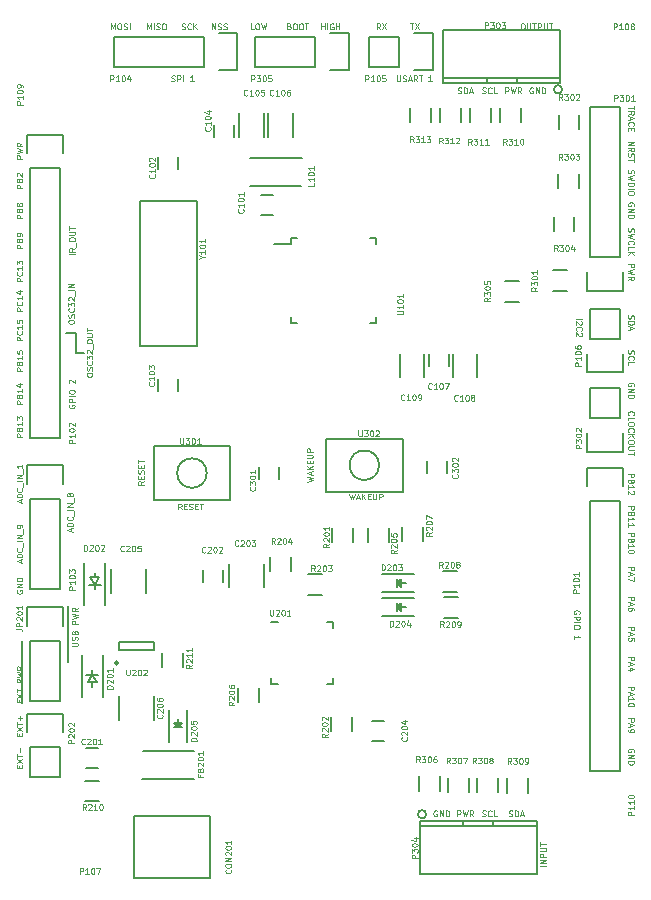
<source format=gto>
G04 #@! TF.FileFunction,Legend,Top*
%FSLAX46Y46*%
G04 Gerber Fmt 4.6, Leading zero omitted, Abs format (unit mm)*
G04 Created by KiCad (PCBNEW 4.0.1-stable) date 3/7/2016 10:06:05 PM*
%MOMM*%
G01*
G04 APERTURE LIST*
%ADD10C,0.100000*%
%ADD11C,0.125000*%
%ADD12C,0.200000*%
%ADD13C,0.150000*%
G04 APERTURE END LIST*
D10*
D11*
X71676190Y-78816666D02*
X72176190Y-78697619D01*
X71819048Y-78602381D01*
X72176190Y-78507143D01*
X71676190Y-78388095D01*
X72033333Y-78221428D02*
X72033333Y-77983333D01*
X72176190Y-78269047D02*
X71676190Y-78102380D01*
X72176190Y-77935714D01*
X72176190Y-77769047D02*
X71676190Y-77769047D01*
X72176190Y-77483333D02*
X71890476Y-77697619D01*
X71676190Y-77483333D02*
X71961905Y-77769047D01*
X71914286Y-77269047D02*
X71914286Y-77102381D01*
X72176190Y-77030952D02*
X72176190Y-77269047D01*
X71676190Y-77269047D01*
X71676190Y-77030952D01*
X71676190Y-76816666D02*
X72080952Y-76816666D01*
X72128571Y-76792857D01*
X72152381Y-76769047D01*
X72176190Y-76721428D01*
X72176190Y-76626190D01*
X72152381Y-76578571D01*
X72128571Y-76554762D01*
X72080952Y-76530952D01*
X71676190Y-76530952D01*
X72176190Y-76292856D02*
X71676190Y-76292856D01*
X71676190Y-76102380D01*
X71700000Y-76054761D01*
X71723810Y-76030952D01*
X71771429Y-76007142D01*
X71842857Y-76007142D01*
X71890476Y-76030952D01*
X71914286Y-76054761D01*
X71938095Y-76102380D01*
X71938095Y-76292856D01*
X75283334Y-79826190D02*
X75402381Y-80326190D01*
X75497619Y-79969048D01*
X75592857Y-80326190D01*
X75711905Y-79826190D01*
X75878572Y-80183333D02*
X76116667Y-80183333D01*
X75830953Y-80326190D02*
X75997620Y-79826190D01*
X76164286Y-80326190D01*
X76330953Y-80326190D02*
X76330953Y-79826190D01*
X76616667Y-80326190D02*
X76402381Y-80040476D01*
X76616667Y-79826190D02*
X76330953Y-80111905D01*
X76830953Y-80064286D02*
X76997619Y-80064286D01*
X77069048Y-80326190D02*
X76830953Y-80326190D01*
X76830953Y-79826190D01*
X77069048Y-79826190D01*
X77283334Y-79826190D02*
X77283334Y-80230952D01*
X77307143Y-80278571D01*
X77330953Y-80302381D01*
X77378572Y-80326190D01*
X77473810Y-80326190D01*
X77521429Y-80302381D01*
X77545238Y-80278571D01*
X77569048Y-80230952D01*
X77569048Y-79826190D01*
X77807144Y-80326190D02*
X77807144Y-79826190D01*
X77997620Y-79826190D01*
X78045239Y-79850000D01*
X78069048Y-79873810D01*
X78092858Y-79921429D01*
X78092858Y-79992857D01*
X78069048Y-80040476D01*
X78045239Y-80064286D01*
X77997620Y-80088095D01*
X77807144Y-80088095D01*
X57876190Y-78776190D02*
X57638095Y-78942857D01*
X57876190Y-79061904D02*
X57376190Y-79061904D01*
X57376190Y-78871428D01*
X57400000Y-78823809D01*
X57423810Y-78800000D01*
X57471429Y-78776190D01*
X57542857Y-78776190D01*
X57590476Y-78800000D01*
X57614286Y-78823809D01*
X57638095Y-78871428D01*
X57638095Y-79061904D01*
X57614286Y-78561904D02*
X57614286Y-78395238D01*
X57876190Y-78323809D02*
X57876190Y-78561904D01*
X57376190Y-78561904D01*
X57376190Y-78323809D01*
X57852381Y-78133333D02*
X57876190Y-78061904D01*
X57876190Y-77942857D01*
X57852381Y-77895238D01*
X57828571Y-77871428D01*
X57780952Y-77847619D01*
X57733333Y-77847619D01*
X57685714Y-77871428D01*
X57661905Y-77895238D01*
X57638095Y-77942857D01*
X57614286Y-78038095D01*
X57590476Y-78085714D01*
X57566667Y-78109523D01*
X57519048Y-78133333D01*
X57471429Y-78133333D01*
X57423810Y-78109523D01*
X57400000Y-78085714D01*
X57376190Y-78038095D01*
X57376190Y-77919047D01*
X57400000Y-77847619D01*
X57614286Y-77633333D02*
X57614286Y-77466667D01*
X57876190Y-77395238D02*
X57876190Y-77633333D01*
X57376190Y-77633333D01*
X57376190Y-77395238D01*
X57376190Y-77252381D02*
X57376190Y-76966667D01*
X57876190Y-77109524D02*
X57376190Y-77109524D01*
X61073810Y-81176190D02*
X60907143Y-80938095D01*
X60788096Y-81176190D02*
X60788096Y-80676190D01*
X60978572Y-80676190D01*
X61026191Y-80700000D01*
X61050000Y-80723810D01*
X61073810Y-80771429D01*
X61073810Y-80842857D01*
X61050000Y-80890476D01*
X61026191Y-80914286D01*
X60978572Y-80938095D01*
X60788096Y-80938095D01*
X61288096Y-80914286D02*
X61454762Y-80914286D01*
X61526191Y-81176190D02*
X61288096Y-81176190D01*
X61288096Y-80676190D01*
X61526191Y-80676190D01*
X61716667Y-81152381D02*
X61788096Y-81176190D01*
X61907143Y-81176190D01*
X61954762Y-81152381D01*
X61978572Y-81128571D01*
X62002381Y-81080952D01*
X62002381Y-81033333D01*
X61978572Y-80985714D01*
X61954762Y-80961905D01*
X61907143Y-80938095D01*
X61811905Y-80914286D01*
X61764286Y-80890476D01*
X61740477Y-80866667D01*
X61716667Y-80819048D01*
X61716667Y-80771429D01*
X61740477Y-80723810D01*
X61764286Y-80700000D01*
X61811905Y-80676190D01*
X61930953Y-80676190D01*
X62002381Y-80700000D01*
X62216667Y-80914286D02*
X62383333Y-80914286D01*
X62454762Y-81176190D02*
X62216667Y-81176190D01*
X62216667Y-80676190D01*
X62454762Y-80676190D01*
X62597619Y-80676190D02*
X62883333Y-80676190D01*
X62740476Y-81176190D02*
X62740476Y-80676190D01*
D12*
X52150000Y-67950000D02*
X52850000Y-67950000D01*
X52100000Y-67950000D02*
X52150000Y-67950000D01*
X52100000Y-66300000D02*
X52100000Y-67950000D01*
X52100000Y-66200000D02*
X52100000Y-66350000D01*
X51300000Y-66200000D02*
X52100000Y-66200000D01*
D11*
X91926190Y-111364285D02*
X91426190Y-111364285D01*
X91926190Y-111126190D02*
X91426190Y-111126190D01*
X91926190Y-110840476D01*
X91426190Y-110840476D01*
X91926190Y-110602380D02*
X91426190Y-110602380D01*
X91426190Y-110411904D01*
X91450000Y-110364285D01*
X91473810Y-110340476D01*
X91521429Y-110316666D01*
X91592857Y-110316666D01*
X91640476Y-110340476D01*
X91664286Y-110364285D01*
X91688095Y-110411904D01*
X91688095Y-110602380D01*
X91426190Y-110102380D02*
X91830952Y-110102380D01*
X91878571Y-110078571D01*
X91902381Y-110054761D01*
X91926190Y-110007142D01*
X91926190Y-109911904D01*
X91902381Y-109864285D01*
X91878571Y-109840476D01*
X91830952Y-109816666D01*
X91426190Y-109816666D01*
X91426190Y-109649999D02*
X91426190Y-109364285D01*
X91926190Y-109507142D02*
X91426190Y-109507142D01*
X98921429Y-73176190D02*
X98897619Y-73152380D01*
X98873810Y-73080952D01*
X98873810Y-73033333D01*
X98897619Y-72961904D01*
X98945238Y-72914285D01*
X98992857Y-72890476D01*
X99088095Y-72866666D01*
X99159524Y-72866666D01*
X99254762Y-72890476D01*
X99302381Y-72914285D01*
X99350000Y-72961904D01*
X99373810Y-73033333D01*
X99373810Y-73080952D01*
X99350000Y-73152380D01*
X99326190Y-73176190D01*
X98873810Y-73628571D02*
X98873810Y-73390476D01*
X99373810Y-73390476D01*
X99373810Y-73890476D02*
X99373810Y-73985714D01*
X99350000Y-74033333D01*
X99302381Y-74080952D01*
X99207143Y-74104761D01*
X99040476Y-74104761D01*
X98945238Y-74080952D01*
X98897619Y-74033333D01*
X98873810Y-73985714D01*
X98873810Y-73890476D01*
X98897619Y-73842857D01*
X98945238Y-73795238D01*
X99040476Y-73771428D01*
X99207143Y-73771428D01*
X99302381Y-73795238D01*
X99350000Y-73842857D01*
X99373810Y-73890476D01*
X98921429Y-74604762D02*
X98897619Y-74580952D01*
X98873810Y-74509524D01*
X98873810Y-74461905D01*
X98897619Y-74390476D01*
X98945238Y-74342857D01*
X98992857Y-74319048D01*
X99088095Y-74295238D01*
X99159524Y-74295238D01*
X99254762Y-74319048D01*
X99302381Y-74342857D01*
X99350000Y-74390476D01*
X99373810Y-74461905D01*
X99373810Y-74509524D01*
X99350000Y-74580952D01*
X99326190Y-74604762D01*
X98873810Y-74819048D02*
X99373810Y-74819048D01*
X98873810Y-75104762D02*
X99159524Y-74890476D01*
X99373810Y-75104762D02*
X99088095Y-74819048D01*
X99373810Y-75414286D02*
X99373810Y-75509524D01*
X99350000Y-75557143D01*
X99302381Y-75604762D01*
X99207143Y-75628571D01*
X99040476Y-75628571D01*
X98945238Y-75604762D01*
X98897619Y-75557143D01*
X98873810Y-75509524D01*
X98873810Y-75414286D01*
X98897619Y-75366667D01*
X98945238Y-75319048D01*
X99040476Y-75295238D01*
X99207143Y-75295238D01*
X99302381Y-75319048D01*
X99350000Y-75366667D01*
X99373810Y-75414286D01*
X99373810Y-75842858D02*
X98969048Y-75842858D01*
X98921429Y-75866667D01*
X98897619Y-75890477D01*
X98873810Y-75938096D01*
X98873810Y-76033334D01*
X98897619Y-76080953D01*
X98921429Y-76104762D01*
X98969048Y-76128572D01*
X99373810Y-76128572D01*
X99373810Y-76295239D02*
X99373810Y-76580953D01*
X98873810Y-76438096D02*
X99373810Y-76438096D01*
X99350000Y-70719047D02*
X99373810Y-70671428D01*
X99373810Y-70600000D01*
X99350000Y-70528571D01*
X99302381Y-70480952D01*
X99254762Y-70457143D01*
X99159524Y-70433333D01*
X99088095Y-70433333D01*
X98992857Y-70457143D01*
X98945238Y-70480952D01*
X98897619Y-70528571D01*
X98873810Y-70600000D01*
X98873810Y-70647619D01*
X98897619Y-70719047D01*
X98921429Y-70742857D01*
X99088095Y-70742857D01*
X99088095Y-70647619D01*
X98873810Y-70957143D02*
X99373810Y-70957143D01*
X98873810Y-71242857D01*
X99373810Y-71242857D01*
X98873810Y-71480953D02*
X99373810Y-71480953D01*
X99373810Y-71600000D01*
X99350000Y-71671429D01*
X99302381Y-71719048D01*
X99254762Y-71742857D01*
X99159524Y-71766667D01*
X99088095Y-71766667D01*
X98992857Y-71742857D01*
X98945238Y-71719048D01*
X98897619Y-71671429D01*
X98873810Y-71600000D01*
X98873810Y-71480953D01*
X99373810Y-47016667D02*
X99373810Y-47302381D01*
X98873810Y-47159524D02*
X99373810Y-47159524D01*
X98873810Y-47754762D02*
X99111905Y-47588095D01*
X98873810Y-47469048D02*
X99373810Y-47469048D01*
X99373810Y-47659524D01*
X99350000Y-47707143D01*
X99326190Y-47730952D01*
X99278571Y-47754762D01*
X99207143Y-47754762D01*
X99159524Y-47730952D01*
X99135714Y-47707143D01*
X99111905Y-47659524D01*
X99111905Y-47469048D01*
X99016667Y-47945238D02*
X99016667Y-48183333D01*
X98873810Y-47897619D02*
X99373810Y-48064286D01*
X98873810Y-48230952D01*
X98921429Y-48683333D02*
X98897619Y-48659523D01*
X98873810Y-48588095D01*
X98873810Y-48540476D01*
X98897619Y-48469047D01*
X98945238Y-48421428D01*
X98992857Y-48397619D01*
X99088095Y-48373809D01*
X99159524Y-48373809D01*
X99254762Y-48397619D01*
X99302381Y-48421428D01*
X99350000Y-48469047D01*
X99373810Y-48540476D01*
X99373810Y-48588095D01*
X99350000Y-48659523D01*
X99326190Y-48683333D01*
X99135714Y-48897619D02*
X99135714Y-49064285D01*
X98873810Y-49135714D02*
X98873810Y-48897619D01*
X99373810Y-48897619D01*
X99373810Y-49135714D01*
X98873810Y-50028572D02*
X99373810Y-50028572D01*
X98873810Y-50314286D01*
X99373810Y-50314286D01*
X98873810Y-50838096D02*
X99111905Y-50671429D01*
X98873810Y-50552382D02*
X99373810Y-50552382D01*
X99373810Y-50742858D01*
X99350000Y-50790477D01*
X99326190Y-50814286D01*
X99278571Y-50838096D01*
X99207143Y-50838096D01*
X99159524Y-50814286D01*
X99135714Y-50790477D01*
X99111905Y-50742858D01*
X99111905Y-50552382D01*
X98897619Y-51028572D02*
X98873810Y-51100001D01*
X98873810Y-51219048D01*
X98897619Y-51266667D01*
X98921429Y-51290477D01*
X98969048Y-51314286D01*
X99016667Y-51314286D01*
X99064286Y-51290477D01*
X99088095Y-51266667D01*
X99111905Y-51219048D01*
X99135714Y-51123810D01*
X99159524Y-51076191D01*
X99183333Y-51052382D01*
X99230952Y-51028572D01*
X99278571Y-51028572D01*
X99326190Y-51052382D01*
X99350000Y-51076191D01*
X99373810Y-51123810D01*
X99373810Y-51242858D01*
X99350000Y-51314286D01*
X99373810Y-51457143D02*
X99373810Y-51742857D01*
X98873810Y-51600000D02*
X99373810Y-51600000D01*
X98897619Y-52440476D02*
X98873810Y-52511905D01*
X98873810Y-52630952D01*
X98897619Y-52678571D01*
X98921429Y-52702381D01*
X98969048Y-52726190D01*
X99016667Y-52726190D01*
X99064286Y-52702381D01*
X99088095Y-52678571D01*
X99111905Y-52630952D01*
X99135714Y-52535714D01*
X99159524Y-52488095D01*
X99183333Y-52464286D01*
X99230952Y-52440476D01*
X99278571Y-52440476D01*
X99326190Y-52464286D01*
X99350000Y-52488095D01*
X99373810Y-52535714D01*
X99373810Y-52654762D01*
X99350000Y-52726190D01*
X99373810Y-52892857D02*
X98873810Y-53011904D01*
X99230952Y-53107142D01*
X98873810Y-53202380D01*
X99373810Y-53321428D01*
X98873810Y-53511905D02*
X99373810Y-53511905D01*
X99373810Y-53630952D01*
X99350000Y-53702381D01*
X99302381Y-53750000D01*
X99254762Y-53773809D01*
X99159524Y-53797619D01*
X99088095Y-53797619D01*
X98992857Y-53773809D01*
X98945238Y-53750000D01*
X98897619Y-53702381D01*
X98873810Y-53630952D01*
X98873810Y-53511905D01*
X98873810Y-54011905D02*
X99373810Y-54011905D01*
X99373810Y-54345238D02*
X99373810Y-54440476D01*
X99350000Y-54488095D01*
X99302381Y-54535714D01*
X99207143Y-54559523D01*
X99040476Y-54559523D01*
X98945238Y-54535714D01*
X98897619Y-54488095D01*
X98873810Y-54440476D01*
X98873810Y-54345238D01*
X98897619Y-54297619D01*
X98945238Y-54250000D01*
X99040476Y-54226190D01*
X99207143Y-54226190D01*
X99302381Y-54250000D01*
X99350000Y-54297619D01*
X99373810Y-54345238D01*
X99350000Y-55469047D02*
X99373810Y-55421428D01*
X99373810Y-55350000D01*
X99350000Y-55278571D01*
X99302381Y-55230952D01*
X99254762Y-55207143D01*
X99159524Y-55183333D01*
X99088095Y-55183333D01*
X98992857Y-55207143D01*
X98945238Y-55230952D01*
X98897619Y-55278571D01*
X98873810Y-55350000D01*
X98873810Y-55397619D01*
X98897619Y-55469047D01*
X98921429Y-55492857D01*
X99088095Y-55492857D01*
X99088095Y-55397619D01*
X98873810Y-55707143D02*
X99373810Y-55707143D01*
X98873810Y-55992857D01*
X99373810Y-55992857D01*
X98873810Y-56230953D02*
X99373810Y-56230953D01*
X99373810Y-56350000D01*
X99350000Y-56421429D01*
X99302381Y-56469048D01*
X99254762Y-56492857D01*
X99159524Y-56516667D01*
X99088095Y-56516667D01*
X98992857Y-56492857D01*
X98945238Y-56469048D01*
X98897619Y-56421429D01*
X98873810Y-56350000D01*
X98873810Y-56230953D01*
X98897619Y-57369048D02*
X98873810Y-57440477D01*
X98873810Y-57559524D01*
X98897619Y-57607143D01*
X98921429Y-57630953D01*
X98969048Y-57654762D01*
X99016667Y-57654762D01*
X99064286Y-57630953D01*
X99088095Y-57607143D01*
X99111905Y-57559524D01*
X99135714Y-57464286D01*
X99159524Y-57416667D01*
X99183333Y-57392858D01*
X99230952Y-57369048D01*
X99278571Y-57369048D01*
X99326190Y-57392858D01*
X99350000Y-57416667D01*
X99373810Y-57464286D01*
X99373810Y-57583334D01*
X99350000Y-57654762D01*
X99373810Y-57821429D02*
X98873810Y-57940476D01*
X99230952Y-58035714D01*
X98873810Y-58130952D01*
X99373810Y-58250000D01*
X98921429Y-58726191D02*
X98897619Y-58702381D01*
X98873810Y-58630953D01*
X98873810Y-58583334D01*
X98897619Y-58511905D01*
X98945238Y-58464286D01*
X98992857Y-58440477D01*
X99088095Y-58416667D01*
X99159524Y-58416667D01*
X99254762Y-58440477D01*
X99302381Y-58464286D01*
X99350000Y-58511905D01*
X99373810Y-58583334D01*
X99373810Y-58630953D01*
X99350000Y-58702381D01*
X99326190Y-58726191D01*
X98873810Y-59178572D02*
X98873810Y-58940477D01*
X99373810Y-58940477D01*
X98873810Y-59345239D02*
X99373810Y-59345239D01*
X98873810Y-59630953D02*
X99159524Y-59416667D01*
X99373810Y-59630953D02*
X99088095Y-59345239D01*
X98873810Y-60383334D02*
X99373810Y-60383334D01*
X99373810Y-60573810D01*
X99350000Y-60621429D01*
X99326190Y-60645238D01*
X99278571Y-60669048D01*
X99207143Y-60669048D01*
X99159524Y-60645238D01*
X99135714Y-60621429D01*
X99111905Y-60573810D01*
X99111905Y-60383334D01*
X99373810Y-60835715D02*
X98873810Y-60954762D01*
X99230952Y-61050000D01*
X98873810Y-61145238D01*
X99373810Y-61264286D01*
X98873810Y-61740477D02*
X99111905Y-61573810D01*
X98873810Y-61454763D02*
X99373810Y-61454763D01*
X99373810Y-61645239D01*
X99350000Y-61692858D01*
X99326190Y-61716667D01*
X99278571Y-61740477D01*
X99207143Y-61740477D01*
X99159524Y-61716667D01*
X99135714Y-61692858D01*
X99111905Y-61645239D01*
X99111905Y-61454763D01*
X94473810Y-65023811D02*
X94973810Y-65023811D01*
X94926190Y-65238096D02*
X94950000Y-65261906D01*
X94973810Y-65309525D01*
X94973810Y-65428572D01*
X94950000Y-65476191D01*
X94926190Y-65500001D01*
X94878571Y-65523810D01*
X94830952Y-65523810D01*
X94759524Y-65500001D01*
X94473810Y-65214287D01*
X94473810Y-65523810D01*
X94521429Y-66023810D02*
X94497619Y-66000000D01*
X94473810Y-65928572D01*
X94473810Y-65880953D01*
X94497619Y-65809524D01*
X94545238Y-65761905D01*
X94592857Y-65738096D01*
X94688095Y-65714286D01*
X94759524Y-65714286D01*
X94854762Y-65738096D01*
X94902381Y-65761905D01*
X94950000Y-65809524D01*
X94973810Y-65880953D01*
X94973810Y-65928572D01*
X94950000Y-66000000D01*
X94926190Y-66023810D01*
X94926190Y-66214286D02*
X94950000Y-66238096D01*
X94973810Y-66285715D01*
X94973810Y-66404762D01*
X94950000Y-66452381D01*
X94926190Y-66476191D01*
X94878571Y-66500000D01*
X94830952Y-66500000D01*
X94759524Y-66476191D01*
X94473810Y-66190477D01*
X94473810Y-66500000D01*
X98897619Y-67704762D02*
X98873810Y-67776191D01*
X98873810Y-67895238D01*
X98897619Y-67942857D01*
X98921429Y-67966667D01*
X98969048Y-67990476D01*
X99016667Y-67990476D01*
X99064286Y-67966667D01*
X99088095Y-67942857D01*
X99111905Y-67895238D01*
X99135714Y-67800000D01*
X99159524Y-67752381D01*
X99183333Y-67728572D01*
X99230952Y-67704762D01*
X99278571Y-67704762D01*
X99326190Y-67728572D01*
X99350000Y-67752381D01*
X99373810Y-67800000D01*
X99373810Y-67919048D01*
X99350000Y-67990476D01*
X98921429Y-68490476D02*
X98897619Y-68466666D01*
X98873810Y-68395238D01*
X98873810Y-68347619D01*
X98897619Y-68276190D01*
X98945238Y-68228571D01*
X98992857Y-68204762D01*
X99088095Y-68180952D01*
X99159524Y-68180952D01*
X99254762Y-68204762D01*
X99302381Y-68228571D01*
X99350000Y-68276190D01*
X99373810Y-68347619D01*
X99373810Y-68395238D01*
X99350000Y-68466666D01*
X99326190Y-68490476D01*
X98873810Y-68942857D02*
X98873810Y-68704762D01*
X99373810Y-68704762D01*
X98897619Y-64742858D02*
X98873810Y-64814287D01*
X98873810Y-64933334D01*
X98897619Y-64980953D01*
X98921429Y-65004763D01*
X98969048Y-65028572D01*
X99016667Y-65028572D01*
X99064286Y-65004763D01*
X99088095Y-64980953D01*
X99111905Y-64933334D01*
X99135714Y-64838096D01*
X99159524Y-64790477D01*
X99183333Y-64766668D01*
X99230952Y-64742858D01*
X99278571Y-64742858D01*
X99326190Y-64766668D01*
X99350000Y-64790477D01*
X99373810Y-64838096D01*
X99373810Y-64957144D01*
X99350000Y-65028572D01*
X98873810Y-65242858D02*
X99373810Y-65242858D01*
X99373810Y-65361905D01*
X99350000Y-65433334D01*
X99302381Y-65480953D01*
X99254762Y-65504762D01*
X99159524Y-65528572D01*
X99088095Y-65528572D01*
X98992857Y-65504762D01*
X98945238Y-65480953D01*
X98897619Y-65433334D01*
X98873810Y-65361905D01*
X98873810Y-65242858D01*
X99016667Y-65719048D02*
X99016667Y-65957143D01*
X98873810Y-65671429D02*
X99373810Y-65838096D01*
X98873810Y-66004762D01*
X82677047Y-106684000D02*
X82629428Y-106660190D01*
X82558000Y-106660190D01*
X82486571Y-106684000D01*
X82438952Y-106731619D01*
X82415143Y-106779238D01*
X82391333Y-106874476D01*
X82391333Y-106945905D01*
X82415143Y-107041143D01*
X82438952Y-107088762D01*
X82486571Y-107136381D01*
X82558000Y-107160190D01*
X82605619Y-107160190D01*
X82677047Y-107136381D01*
X82700857Y-107112571D01*
X82700857Y-106945905D01*
X82605619Y-106945905D01*
X82915143Y-107160190D02*
X82915143Y-106660190D01*
X83200857Y-107160190D01*
X83200857Y-106660190D01*
X83438953Y-107160190D02*
X83438953Y-106660190D01*
X83558000Y-106660190D01*
X83629429Y-106684000D01*
X83677048Y-106731619D01*
X83700857Y-106779238D01*
X83724667Y-106874476D01*
X83724667Y-106945905D01*
X83700857Y-107041143D01*
X83677048Y-107088762D01*
X83629429Y-107136381D01*
X83558000Y-107160190D01*
X83438953Y-107160190D01*
X84423334Y-107160190D02*
X84423334Y-106660190D01*
X84613810Y-106660190D01*
X84661429Y-106684000D01*
X84685238Y-106707810D01*
X84709048Y-106755429D01*
X84709048Y-106826857D01*
X84685238Y-106874476D01*
X84661429Y-106898286D01*
X84613810Y-106922095D01*
X84423334Y-106922095D01*
X84875715Y-106660190D02*
X84994762Y-107160190D01*
X85090000Y-106803048D01*
X85185238Y-107160190D01*
X85304286Y-106660190D01*
X85780477Y-107160190D02*
X85613810Y-106922095D01*
X85494763Y-107160190D02*
X85494763Y-106660190D01*
X85685239Y-106660190D01*
X85732858Y-106684000D01*
X85756667Y-106707810D01*
X85780477Y-106755429D01*
X85780477Y-106826857D01*
X85756667Y-106874476D01*
X85732858Y-106898286D01*
X85685239Y-106922095D01*
X85494763Y-106922095D01*
X86526762Y-107136381D02*
X86598191Y-107160190D01*
X86717238Y-107160190D01*
X86764857Y-107136381D01*
X86788667Y-107112571D01*
X86812476Y-107064952D01*
X86812476Y-107017333D01*
X86788667Y-106969714D01*
X86764857Y-106945905D01*
X86717238Y-106922095D01*
X86622000Y-106898286D01*
X86574381Y-106874476D01*
X86550572Y-106850667D01*
X86526762Y-106803048D01*
X86526762Y-106755429D01*
X86550572Y-106707810D01*
X86574381Y-106684000D01*
X86622000Y-106660190D01*
X86741048Y-106660190D01*
X86812476Y-106684000D01*
X87312476Y-107112571D02*
X87288666Y-107136381D01*
X87217238Y-107160190D01*
X87169619Y-107160190D01*
X87098190Y-107136381D01*
X87050571Y-107088762D01*
X87026762Y-107041143D01*
X87002952Y-106945905D01*
X87002952Y-106874476D01*
X87026762Y-106779238D01*
X87050571Y-106731619D01*
X87098190Y-106684000D01*
X87169619Y-106660190D01*
X87217238Y-106660190D01*
X87288666Y-106684000D01*
X87312476Y-106707810D01*
X87764857Y-107160190D02*
X87526762Y-107160190D01*
X87526762Y-106660190D01*
X88800858Y-107136381D02*
X88872287Y-107160190D01*
X88991334Y-107160190D01*
X89038953Y-107136381D01*
X89062763Y-107112571D01*
X89086572Y-107064952D01*
X89086572Y-107017333D01*
X89062763Y-106969714D01*
X89038953Y-106945905D01*
X88991334Y-106922095D01*
X88896096Y-106898286D01*
X88848477Y-106874476D01*
X88824668Y-106850667D01*
X88800858Y-106803048D01*
X88800858Y-106755429D01*
X88824668Y-106707810D01*
X88848477Y-106684000D01*
X88896096Y-106660190D01*
X89015144Y-106660190D01*
X89086572Y-106684000D01*
X89300858Y-107160190D02*
X89300858Y-106660190D01*
X89419905Y-106660190D01*
X89491334Y-106684000D01*
X89538953Y-106731619D01*
X89562762Y-106779238D01*
X89586572Y-106874476D01*
X89586572Y-106945905D01*
X89562762Y-107041143D01*
X89538953Y-107088762D01*
X89491334Y-107136381D01*
X89419905Y-107160190D01*
X89300858Y-107160190D01*
X89777048Y-107017333D02*
X90015143Y-107017333D01*
X89729429Y-107160190D02*
X89896096Y-106660190D01*
X90062762Y-107160190D01*
X99350000Y-101727047D02*
X99373810Y-101679428D01*
X99373810Y-101608000D01*
X99350000Y-101536571D01*
X99302381Y-101488952D01*
X99254762Y-101465143D01*
X99159524Y-101441333D01*
X99088095Y-101441333D01*
X98992857Y-101465143D01*
X98945238Y-101488952D01*
X98897619Y-101536571D01*
X98873810Y-101608000D01*
X98873810Y-101655619D01*
X98897619Y-101727047D01*
X98921429Y-101750857D01*
X99088095Y-101750857D01*
X99088095Y-101655619D01*
X98873810Y-101965143D02*
X99373810Y-101965143D01*
X98873810Y-102250857D01*
X99373810Y-102250857D01*
X98873810Y-102488953D02*
X99373810Y-102488953D01*
X99373810Y-102608000D01*
X99350000Y-102679429D01*
X99302381Y-102727048D01*
X99254762Y-102750857D01*
X99159524Y-102774667D01*
X99088095Y-102774667D01*
X98992857Y-102750857D01*
X98945238Y-102727048D01*
X98897619Y-102679429D01*
X98873810Y-102608000D01*
X98873810Y-102488953D01*
X98873810Y-96178573D02*
X99373810Y-96178573D01*
X99373810Y-96369049D01*
X99350000Y-96416668D01*
X99326190Y-96440477D01*
X99278571Y-96464287D01*
X99207143Y-96464287D01*
X99159524Y-96440477D01*
X99135714Y-96416668D01*
X99111905Y-96369049D01*
X99111905Y-96178573D01*
X99016667Y-96654763D02*
X99016667Y-96892858D01*
X98873810Y-96607144D02*
X99373810Y-96773811D01*
X98873810Y-96940477D01*
X98873810Y-97369048D02*
X98873810Y-97083334D01*
X98873810Y-97226191D02*
X99373810Y-97226191D01*
X99302381Y-97178572D01*
X99254762Y-97130953D01*
X99230952Y-97083334D01*
X99373810Y-97678572D02*
X99373810Y-97726191D01*
X99350000Y-97773810D01*
X99326190Y-97797619D01*
X99278571Y-97821429D01*
X99183333Y-97845238D01*
X99064286Y-97845238D01*
X98969048Y-97821429D01*
X98921429Y-97797619D01*
X98897619Y-97773810D01*
X98873810Y-97726191D01*
X98873810Y-97678572D01*
X98897619Y-97630953D01*
X98921429Y-97607143D01*
X98969048Y-97583334D01*
X99064286Y-97559524D01*
X99183333Y-97559524D01*
X99278571Y-97583334D01*
X99326190Y-97607143D01*
X99350000Y-97630953D01*
X99373810Y-97678572D01*
X98873810Y-98866668D02*
X99373810Y-98866668D01*
X99373810Y-99057144D01*
X99350000Y-99104763D01*
X99326190Y-99128572D01*
X99278571Y-99152382D01*
X99207143Y-99152382D01*
X99159524Y-99128572D01*
X99135714Y-99104763D01*
X99111905Y-99057144D01*
X99111905Y-98866668D01*
X99016667Y-99342858D02*
X99016667Y-99580953D01*
X98873810Y-99295239D02*
X99373810Y-99461906D01*
X98873810Y-99628572D01*
X98873810Y-99819048D02*
X98873810Y-99914286D01*
X98897619Y-99961905D01*
X98921429Y-99985715D01*
X98992857Y-100033334D01*
X99088095Y-100057143D01*
X99278571Y-100057143D01*
X99326190Y-100033334D01*
X99350000Y-100009524D01*
X99373810Y-99961905D01*
X99373810Y-99866667D01*
X99350000Y-99819048D01*
X99326190Y-99795239D01*
X99278571Y-99771429D01*
X99159524Y-99771429D01*
X99111905Y-99795239D01*
X99088095Y-99819048D01*
X99064286Y-99866667D01*
X99064286Y-99961905D01*
X99088095Y-100009524D01*
X99111905Y-100033334D01*
X99159524Y-100057143D01*
X98873810Y-93650668D02*
X99373810Y-93650668D01*
X99373810Y-93841144D01*
X99350000Y-93888763D01*
X99326190Y-93912572D01*
X99278571Y-93936382D01*
X99207143Y-93936382D01*
X99159524Y-93912572D01*
X99135714Y-93888763D01*
X99111905Y-93841144D01*
X99111905Y-93650668D01*
X99016667Y-94126858D02*
X99016667Y-94364953D01*
X98873810Y-94079239D02*
X99373810Y-94245906D01*
X98873810Y-94412572D01*
X99207143Y-94793524D02*
X98873810Y-94793524D01*
X99397619Y-94674477D02*
X99040476Y-94555429D01*
X99040476Y-94864953D01*
X98873810Y-91110668D02*
X99373810Y-91110668D01*
X99373810Y-91301144D01*
X99350000Y-91348763D01*
X99326190Y-91372572D01*
X99278571Y-91396382D01*
X99207143Y-91396382D01*
X99159524Y-91372572D01*
X99135714Y-91348763D01*
X99111905Y-91301144D01*
X99111905Y-91110668D01*
X99016667Y-91586858D02*
X99016667Y-91824953D01*
X98873810Y-91539239D02*
X99373810Y-91705906D01*
X98873810Y-91872572D01*
X99373810Y-92277334D02*
X99373810Y-92039239D01*
X99135714Y-92015429D01*
X99159524Y-92039239D01*
X99183333Y-92086858D01*
X99183333Y-92205905D01*
X99159524Y-92253524D01*
X99135714Y-92277334D01*
X99088095Y-92301143D01*
X98969048Y-92301143D01*
X98921429Y-92277334D01*
X98897619Y-92253524D01*
X98873810Y-92205905D01*
X98873810Y-92086858D01*
X98897619Y-92039239D01*
X98921429Y-92015429D01*
X98873810Y-88570668D02*
X99373810Y-88570668D01*
X99373810Y-88761144D01*
X99350000Y-88808763D01*
X99326190Y-88832572D01*
X99278571Y-88856382D01*
X99207143Y-88856382D01*
X99159524Y-88832572D01*
X99135714Y-88808763D01*
X99111905Y-88761144D01*
X99111905Y-88570668D01*
X99016667Y-89046858D02*
X99016667Y-89284953D01*
X98873810Y-88999239D02*
X99373810Y-89165906D01*
X98873810Y-89332572D01*
X99373810Y-89713524D02*
X99373810Y-89618286D01*
X99350000Y-89570667D01*
X99326190Y-89546858D01*
X99254762Y-89499239D01*
X99159524Y-89475429D01*
X98969048Y-89475429D01*
X98921429Y-89499239D01*
X98897619Y-89523048D01*
X98873810Y-89570667D01*
X98873810Y-89665905D01*
X98897619Y-89713524D01*
X98921429Y-89737334D01*
X98969048Y-89761143D01*
X99088095Y-89761143D01*
X99135714Y-89737334D01*
X99159524Y-89713524D01*
X99183333Y-89665905D01*
X99183333Y-89570667D01*
X99159524Y-89523048D01*
X99135714Y-89499239D01*
X99088095Y-89475429D01*
X98873810Y-86030668D02*
X99373810Y-86030668D01*
X99373810Y-86221144D01*
X99350000Y-86268763D01*
X99326190Y-86292572D01*
X99278571Y-86316382D01*
X99207143Y-86316382D01*
X99159524Y-86292572D01*
X99135714Y-86268763D01*
X99111905Y-86221144D01*
X99111905Y-86030668D01*
X99016667Y-86506858D02*
X99016667Y-86744953D01*
X98873810Y-86459239D02*
X99373810Y-86625906D01*
X98873810Y-86792572D01*
X99373810Y-86911620D02*
X99373810Y-87244953D01*
X98873810Y-87030667D01*
X47596190Y-66857142D02*
X47096190Y-66857142D01*
X47096190Y-66666666D01*
X47120000Y-66619047D01*
X47143810Y-66595238D01*
X47191429Y-66571428D01*
X47262857Y-66571428D01*
X47310476Y-66595238D01*
X47334286Y-66619047D01*
X47358095Y-66666666D01*
X47358095Y-66857142D01*
X47548571Y-66071428D02*
X47572381Y-66095238D01*
X47596190Y-66166666D01*
X47596190Y-66214285D01*
X47572381Y-66285714D01*
X47524762Y-66333333D01*
X47477143Y-66357142D01*
X47381905Y-66380952D01*
X47310476Y-66380952D01*
X47215238Y-66357142D01*
X47167619Y-66333333D01*
X47120000Y-66285714D01*
X47096190Y-66214285D01*
X47096190Y-66166666D01*
X47120000Y-66095238D01*
X47143810Y-66071428D01*
X47596190Y-65595238D02*
X47596190Y-65880952D01*
X47596190Y-65738095D02*
X47096190Y-65738095D01*
X47167619Y-65785714D01*
X47215238Y-65833333D01*
X47239048Y-65880952D01*
X47096190Y-65142857D02*
X47096190Y-65380952D01*
X47334286Y-65404762D01*
X47310476Y-65380952D01*
X47286667Y-65333333D01*
X47286667Y-65214286D01*
X47310476Y-65166667D01*
X47334286Y-65142857D01*
X47381905Y-65119048D01*
X47500952Y-65119048D01*
X47548571Y-65142857D01*
X47572381Y-65166667D01*
X47596190Y-65214286D01*
X47596190Y-65333333D01*
X47572381Y-65380952D01*
X47548571Y-65404762D01*
X47596190Y-64357142D02*
X47096190Y-64357142D01*
X47096190Y-64166666D01*
X47120000Y-64119047D01*
X47143810Y-64095238D01*
X47191429Y-64071428D01*
X47262857Y-64071428D01*
X47310476Y-64095238D01*
X47334286Y-64119047D01*
X47358095Y-64166666D01*
X47358095Y-64357142D01*
X47548571Y-63571428D02*
X47572381Y-63595238D01*
X47596190Y-63666666D01*
X47596190Y-63714285D01*
X47572381Y-63785714D01*
X47524762Y-63833333D01*
X47477143Y-63857142D01*
X47381905Y-63880952D01*
X47310476Y-63880952D01*
X47215238Y-63857142D01*
X47167619Y-63833333D01*
X47120000Y-63785714D01*
X47096190Y-63714285D01*
X47096190Y-63666666D01*
X47120000Y-63595238D01*
X47143810Y-63571428D01*
X47596190Y-63095238D02*
X47596190Y-63380952D01*
X47596190Y-63238095D02*
X47096190Y-63238095D01*
X47167619Y-63285714D01*
X47215238Y-63333333D01*
X47239048Y-63380952D01*
X47262857Y-62666667D02*
X47596190Y-62666667D01*
X47072381Y-62785714D02*
X47429524Y-62904762D01*
X47429524Y-62595238D01*
X53026190Y-69816666D02*
X53026190Y-69721428D01*
X53050000Y-69673809D01*
X53097619Y-69626190D01*
X53192857Y-69602381D01*
X53359524Y-69602381D01*
X53454762Y-69626190D01*
X53502381Y-69673809D01*
X53526190Y-69721428D01*
X53526190Y-69816666D01*
X53502381Y-69864285D01*
X53454762Y-69911904D01*
X53359524Y-69935714D01*
X53192857Y-69935714D01*
X53097619Y-69911904D01*
X53050000Y-69864285D01*
X53026190Y-69816666D01*
X53502381Y-69411904D02*
X53526190Y-69340475D01*
X53526190Y-69221428D01*
X53502381Y-69173809D01*
X53478571Y-69149999D01*
X53430952Y-69126190D01*
X53383333Y-69126190D01*
X53335714Y-69149999D01*
X53311905Y-69173809D01*
X53288095Y-69221428D01*
X53264286Y-69316666D01*
X53240476Y-69364285D01*
X53216667Y-69388094D01*
X53169048Y-69411904D01*
X53121429Y-69411904D01*
X53073810Y-69388094D01*
X53050000Y-69364285D01*
X53026190Y-69316666D01*
X53026190Y-69197618D01*
X53050000Y-69126190D01*
X53478571Y-68626190D02*
X53502381Y-68650000D01*
X53526190Y-68721428D01*
X53526190Y-68769047D01*
X53502381Y-68840476D01*
X53454762Y-68888095D01*
X53407143Y-68911904D01*
X53311905Y-68935714D01*
X53240476Y-68935714D01*
X53145238Y-68911904D01*
X53097619Y-68888095D01*
X53050000Y-68840476D01*
X53026190Y-68769047D01*
X53026190Y-68721428D01*
X53050000Y-68650000D01*
X53073810Y-68626190D01*
X53026190Y-68459523D02*
X53026190Y-68150000D01*
X53216667Y-68316666D01*
X53216667Y-68245238D01*
X53240476Y-68197619D01*
X53264286Y-68173809D01*
X53311905Y-68150000D01*
X53430952Y-68150000D01*
X53478571Y-68173809D01*
X53502381Y-68197619D01*
X53526190Y-68245238D01*
X53526190Y-68388095D01*
X53502381Y-68435714D01*
X53478571Y-68459523D01*
X53073810Y-67959524D02*
X53050000Y-67935714D01*
X53026190Y-67888095D01*
X53026190Y-67769048D01*
X53050000Y-67721429D01*
X53073810Y-67697619D01*
X53121429Y-67673810D01*
X53169048Y-67673810D01*
X53240476Y-67697619D01*
X53526190Y-67983333D01*
X53526190Y-67673810D01*
X53573810Y-67578572D02*
X53573810Y-67197620D01*
X53026190Y-66983334D02*
X53026190Y-66888096D01*
X53050000Y-66840477D01*
X53097619Y-66792858D01*
X53192857Y-66769049D01*
X53359524Y-66769049D01*
X53454762Y-66792858D01*
X53502381Y-66840477D01*
X53526190Y-66888096D01*
X53526190Y-66983334D01*
X53502381Y-67030953D01*
X53454762Y-67078572D01*
X53359524Y-67102382D01*
X53192857Y-67102382D01*
X53097619Y-67078572D01*
X53050000Y-67030953D01*
X53026190Y-66983334D01*
X53026190Y-66554762D02*
X53430952Y-66554762D01*
X53478571Y-66530953D01*
X53502381Y-66507143D01*
X53526190Y-66459524D01*
X53526190Y-66364286D01*
X53502381Y-66316667D01*
X53478571Y-66292858D01*
X53430952Y-66269048D01*
X53026190Y-66269048D01*
X53026190Y-66102381D02*
X53026190Y-65816667D01*
X53526190Y-65959524D02*
X53026190Y-65959524D01*
X51476190Y-65333332D02*
X51476190Y-65238094D01*
X51500000Y-65190475D01*
X51547619Y-65142856D01*
X51642857Y-65119047D01*
X51809524Y-65119047D01*
X51904762Y-65142856D01*
X51952381Y-65190475D01*
X51976190Y-65238094D01*
X51976190Y-65333332D01*
X51952381Y-65380951D01*
X51904762Y-65428570D01*
X51809524Y-65452380D01*
X51642857Y-65452380D01*
X51547619Y-65428570D01*
X51500000Y-65380951D01*
X51476190Y-65333332D01*
X51952381Y-64928570D02*
X51976190Y-64857141D01*
X51976190Y-64738094D01*
X51952381Y-64690475D01*
X51928571Y-64666665D01*
X51880952Y-64642856D01*
X51833333Y-64642856D01*
X51785714Y-64666665D01*
X51761905Y-64690475D01*
X51738095Y-64738094D01*
X51714286Y-64833332D01*
X51690476Y-64880951D01*
X51666667Y-64904760D01*
X51619048Y-64928570D01*
X51571429Y-64928570D01*
X51523810Y-64904760D01*
X51500000Y-64880951D01*
X51476190Y-64833332D01*
X51476190Y-64714284D01*
X51500000Y-64642856D01*
X51928571Y-64142856D02*
X51952381Y-64166666D01*
X51976190Y-64238094D01*
X51976190Y-64285713D01*
X51952381Y-64357142D01*
X51904762Y-64404761D01*
X51857143Y-64428570D01*
X51761905Y-64452380D01*
X51690476Y-64452380D01*
X51595238Y-64428570D01*
X51547619Y-64404761D01*
X51500000Y-64357142D01*
X51476190Y-64285713D01*
X51476190Y-64238094D01*
X51500000Y-64166666D01*
X51523810Y-64142856D01*
X51476190Y-63976189D02*
X51476190Y-63666666D01*
X51666667Y-63833332D01*
X51666667Y-63761904D01*
X51690476Y-63714285D01*
X51714286Y-63690475D01*
X51761905Y-63666666D01*
X51880952Y-63666666D01*
X51928571Y-63690475D01*
X51952381Y-63714285D01*
X51976190Y-63761904D01*
X51976190Y-63904761D01*
X51952381Y-63952380D01*
X51928571Y-63976189D01*
X51523810Y-63476190D02*
X51500000Y-63452380D01*
X51476190Y-63404761D01*
X51476190Y-63285714D01*
X51500000Y-63238095D01*
X51523810Y-63214285D01*
X51571429Y-63190476D01*
X51619048Y-63190476D01*
X51690476Y-63214285D01*
X51976190Y-63499999D01*
X51976190Y-63190476D01*
X52023810Y-63095238D02*
X52023810Y-62714286D01*
X51976190Y-62595238D02*
X51476190Y-62595238D01*
X51976190Y-62357143D02*
X51476190Y-62357143D01*
X51976190Y-62071429D01*
X51476190Y-62071429D01*
X47596190Y-61857142D02*
X47096190Y-61857142D01*
X47096190Y-61666666D01*
X47120000Y-61619047D01*
X47143810Y-61595238D01*
X47191429Y-61571428D01*
X47262857Y-61571428D01*
X47310476Y-61595238D01*
X47334286Y-61619047D01*
X47358095Y-61666666D01*
X47358095Y-61857142D01*
X47548571Y-61071428D02*
X47572381Y-61095238D01*
X47596190Y-61166666D01*
X47596190Y-61214285D01*
X47572381Y-61285714D01*
X47524762Y-61333333D01*
X47477143Y-61357142D01*
X47381905Y-61380952D01*
X47310476Y-61380952D01*
X47215238Y-61357142D01*
X47167619Y-61333333D01*
X47120000Y-61285714D01*
X47096190Y-61214285D01*
X47096190Y-61166666D01*
X47120000Y-61095238D01*
X47143810Y-61071428D01*
X47596190Y-60595238D02*
X47596190Y-60880952D01*
X47596190Y-60738095D02*
X47096190Y-60738095D01*
X47167619Y-60785714D01*
X47215238Y-60833333D01*
X47239048Y-60880952D01*
X47096190Y-60428571D02*
X47096190Y-60119048D01*
X47286667Y-60285714D01*
X47286667Y-60214286D01*
X47310476Y-60166667D01*
X47334286Y-60142857D01*
X47381905Y-60119048D01*
X47500952Y-60119048D01*
X47548571Y-60142857D01*
X47572381Y-60166667D01*
X47596190Y-60214286D01*
X47596190Y-60357143D01*
X47572381Y-60404762D01*
X47548571Y-60428571D01*
X94738000Y-90003429D02*
X94761810Y-89955810D01*
X94761810Y-89884382D01*
X94738000Y-89812953D01*
X94690381Y-89765334D01*
X94642762Y-89741525D01*
X94547524Y-89717715D01*
X94476095Y-89717715D01*
X94380857Y-89741525D01*
X94333238Y-89765334D01*
X94285619Y-89812953D01*
X94261810Y-89884382D01*
X94261810Y-89932001D01*
X94285619Y-90003429D01*
X94309429Y-90027239D01*
X94476095Y-90027239D01*
X94476095Y-89932001D01*
X94261810Y-90241525D02*
X94761810Y-90241525D01*
X94761810Y-90432001D01*
X94738000Y-90479620D01*
X94714190Y-90503429D01*
X94666571Y-90527239D01*
X94595143Y-90527239D01*
X94547524Y-90503429D01*
X94523714Y-90479620D01*
X94499905Y-90432001D01*
X94499905Y-90241525D01*
X94261810Y-90741525D02*
X94761810Y-90741525D01*
X94761810Y-91074858D02*
X94761810Y-91170096D01*
X94738000Y-91217715D01*
X94690381Y-91265334D01*
X94595143Y-91289143D01*
X94428476Y-91289143D01*
X94333238Y-91265334D01*
X94285619Y-91217715D01*
X94261810Y-91170096D01*
X94261810Y-91074858D01*
X94285619Y-91027239D01*
X94333238Y-90979620D01*
X94428476Y-90955810D01*
X94595143Y-90955810D01*
X94690381Y-90979620D01*
X94738000Y-91027239D01*
X94761810Y-91074858D01*
X94261810Y-92146286D02*
X94261810Y-91860572D01*
X94261810Y-92003429D02*
X94761810Y-92003429D01*
X94690381Y-91955810D01*
X94642762Y-91908191D01*
X94618952Y-91860572D01*
X47596190Y-69437142D02*
X47096190Y-69437142D01*
X47096190Y-69246666D01*
X47120000Y-69199047D01*
X47143810Y-69175238D01*
X47191429Y-69151428D01*
X47262857Y-69151428D01*
X47310476Y-69175238D01*
X47334286Y-69199047D01*
X47358095Y-69246666D01*
X47358095Y-69437142D01*
X47334286Y-68770476D02*
X47358095Y-68699047D01*
X47381905Y-68675238D01*
X47429524Y-68651428D01*
X47500952Y-68651428D01*
X47548571Y-68675238D01*
X47572381Y-68699047D01*
X47596190Y-68746666D01*
X47596190Y-68937142D01*
X47096190Y-68937142D01*
X47096190Y-68770476D01*
X47120000Y-68722857D01*
X47143810Y-68699047D01*
X47191429Y-68675238D01*
X47239048Y-68675238D01*
X47286667Y-68699047D01*
X47310476Y-68722857D01*
X47334286Y-68770476D01*
X47334286Y-68937142D01*
X47596190Y-68175238D02*
X47596190Y-68460952D01*
X47596190Y-68318095D02*
X47096190Y-68318095D01*
X47167619Y-68365714D01*
X47215238Y-68413333D01*
X47239048Y-68460952D01*
X47096190Y-67722857D02*
X47096190Y-67960952D01*
X47334286Y-67984762D01*
X47310476Y-67960952D01*
X47286667Y-67913333D01*
X47286667Y-67794286D01*
X47310476Y-67746667D01*
X47334286Y-67722857D01*
X47381905Y-67699048D01*
X47500952Y-67699048D01*
X47548571Y-67722857D01*
X47572381Y-67746667D01*
X47596190Y-67794286D01*
X47596190Y-67913333D01*
X47572381Y-67960952D01*
X47548571Y-67984762D01*
X47596190Y-72231142D02*
X47096190Y-72231142D01*
X47096190Y-72040666D01*
X47120000Y-71993047D01*
X47143810Y-71969238D01*
X47191429Y-71945428D01*
X47262857Y-71945428D01*
X47310476Y-71969238D01*
X47334286Y-71993047D01*
X47358095Y-72040666D01*
X47358095Y-72231142D01*
X47334286Y-71564476D02*
X47358095Y-71493047D01*
X47381905Y-71469238D01*
X47429524Y-71445428D01*
X47500952Y-71445428D01*
X47548571Y-71469238D01*
X47572381Y-71493047D01*
X47596190Y-71540666D01*
X47596190Y-71731142D01*
X47096190Y-71731142D01*
X47096190Y-71564476D01*
X47120000Y-71516857D01*
X47143810Y-71493047D01*
X47191429Y-71469238D01*
X47239048Y-71469238D01*
X47286667Y-71493047D01*
X47310476Y-71516857D01*
X47334286Y-71564476D01*
X47334286Y-71731142D01*
X47596190Y-70969238D02*
X47596190Y-71254952D01*
X47596190Y-71112095D02*
X47096190Y-71112095D01*
X47167619Y-71159714D01*
X47215238Y-71207333D01*
X47239048Y-71254952D01*
X47262857Y-70540667D02*
X47596190Y-70540667D01*
X47072381Y-70659714D02*
X47429524Y-70778762D01*
X47429524Y-70469238D01*
X47596190Y-75025142D02*
X47096190Y-75025142D01*
X47096190Y-74834666D01*
X47120000Y-74787047D01*
X47143810Y-74763238D01*
X47191429Y-74739428D01*
X47262857Y-74739428D01*
X47310476Y-74763238D01*
X47334286Y-74787047D01*
X47358095Y-74834666D01*
X47358095Y-75025142D01*
X47334286Y-74358476D02*
X47358095Y-74287047D01*
X47381905Y-74263238D01*
X47429524Y-74239428D01*
X47500952Y-74239428D01*
X47548571Y-74263238D01*
X47572381Y-74287047D01*
X47596190Y-74334666D01*
X47596190Y-74525142D01*
X47096190Y-74525142D01*
X47096190Y-74358476D01*
X47120000Y-74310857D01*
X47143810Y-74287047D01*
X47191429Y-74263238D01*
X47239048Y-74263238D01*
X47286667Y-74287047D01*
X47310476Y-74310857D01*
X47334286Y-74358476D01*
X47334286Y-74525142D01*
X47596190Y-73763238D02*
X47596190Y-74048952D01*
X47596190Y-73906095D02*
X47096190Y-73906095D01*
X47167619Y-73953714D01*
X47215238Y-74001333D01*
X47239048Y-74048952D01*
X47096190Y-73596571D02*
X47096190Y-73287048D01*
X47286667Y-73453714D01*
X47286667Y-73382286D01*
X47310476Y-73334667D01*
X47334286Y-73310857D01*
X47381905Y-73287048D01*
X47500952Y-73287048D01*
X47548571Y-73310857D01*
X47572381Y-73334667D01*
X47596190Y-73382286D01*
X47596190Y-73525143D01*
X47572381Y-73572762D01*
X47548571Y-73596571D01*
X98873810Y-78142858D02*
X99373810Y-78142858D01*
X99373810Y-78333334D01*
X99350000Y-78380953D01*
X99326190Y-78404762D01*
X99278571Y-78428572D01*
X99207143Y-78428572D01*
X99159524Y-78404762D01*
X99135714Y-78380953D01*
X99111905Y-78333334D01*
X99111905Y-78142858D01*
X99135714Y-78809524D02*
X99111905Y-78880953D01*
X99088095Y-78904762D01*
X99040476Y-78928572D01*
X98969048Y-78928572D01*
X98921429Y-78904762D01*
X98897619Y-78880953D01*
X98873810Y-78833334D01*
X98873810Y-78642858D01*
X99373810Y-78642858D01*
X99373810Y-78809524D01*
X99350000Y-78857143D01*
X99326190Y-78880953D01*
X99278571Y-78904762D01*
X99230952Y-78904762D01*
X99183333Y-78880953D01*
X99159524Y-78857143D01*
X99135714Y-78809524D01*
X99135714Y-78642858D01*
X98873810Y-79404762D02*
X98873810Y-79119048D01*
X98873810Y-79261905D02*
X99373810Y-79261905D01*
X99302381Y-79214286D01*
X99254762Y-79166667D01*
X99230952Y-79119048D01*
X99326190Y-79595238D02*
X99350000Y-79619048D01*
X99373810Y-79666667D01*
X99373810Y-79785714D01*
X99350000Y-79833333D01*
X99326190Y-79857143D01*
X99278571Y-79880952D01*
X99230952Y-79880952D01*
X99159524Y-79857143D01*
X98873810Y-79571429D01*
X98873810Y-79880952D01*
X98873810Y-80892858D02*
X99373810Y-80892858D01*
X99373810Y-81083334D01*
X99350000Y-81130953D01*
X99326190Y-81154762D01*
X99278571Y-81178572D01*
X99207143Y-81178572D01*
X99159524Y-81154762D01*
X99135714Y-81130953D01*
X99111905Y-81083334D01*
X99111905Y-80892858D01*
X99135714Y-81559524D02*
X99111905Y-81630953D01*
X99088095Y-81654762D01*
X99040476Y-81678572D01*
X98969048Y-81678572D01*
X98921429Y-81654762D01*
X98897619Y-81630953D01*
X98873810Y-81583334D01*
X98873810Y-81392858D01*
X99373810Y-81392858D01*
X99373810Y-81559524D01*
X99350000Y-81607143D01*
X99326190Y-81630953D01*
X99278571Y-81654762D01*
X99230952Y-81654762D01*
X99183333Y-81630953D01*
X99159524Y-81607143D01*
X99135714Y-81559524D01*
X99135714Y-81392858D01*
X98873810Y-82154762D02*
X98873810Y-81869048D01*
X98873810Y-82011905D02*
X99373810Y-82011905D01*
X99302381Y-81964286D01*
X99254762Y-81916667D01*
X99230952Y-81869048D01*
X98873810Y-82630952D02*
X98873810Y-82345238D01*
X98873810Y-82488095D02*
X99373810Y-82488095D01*
X99302381Y-82440476D01*
X99254762Y-82392857D01*
X99230952Y-82345238D01*
X98873810Y-83142858D02*
X99373810Y-83142858D01*
X99373810Y-83333334D01*
X99350000Y-83380953D01*
X99326190Y-83404762D01*
X99278571Y-83428572D01*
X99207143Y-83428572D01*
X99159524Y-83404762D01*
X99135714Y-83380953D01*
X99111905Y-83333334D01*
X99111905Y-83142858D01*
X99135714Y-83809524D02*
X99111905Y-83880953D01*
X99088095Y-83904762D01*
X99040476Y-83928572D01*
X98969048Y-83928572D01*
X98921429Y-83904762D01*
X98897619Y-83880953D01*
X98873810Y-83833334D01*
X98873810Y-83642858D01*
X99373810Y-83642858D01*
X99373810Y-83809524D01*
X99350000Y-83857143D01*
X99326190Y-83880953D01*
X99278571Y-83904762D01*
X99230952Y-83904762D01*
X99183333Y-83880953D01*
X99159524Y-83857143D01*
X99135714Y-83809524D01*
X99135714Y-83642858D01*
X98873810Y-84404762D02*
X98873810Y-84119048D01*
X98873810Y-84261905D02*
X99373810Y-84261905D01*
X99302381Y-84214286D01*
X99254762Y-84166667D01*
X99230952Y-84119048D01*
X99373810Y-84714286D02*
X99373810Y-84761905D01*
X99350000Y-84809524D01*
X99326190Y-84833333D01*
X99278571Y-84857143D01*
X99183333Y-84880952D01*
X99064286Y-84880952D01*
X98969048Y-84857143D01*
X98921429Y-84833333D01*
X98897619Y-84809524D01*
X98873810Y-84761905D01*
X98873810Y-84714286D01*
X98897619Y-84666667D01*
X98921429Y-84642857D01*
X98969048Y-84619048D01*
X99064286Y-84595238D01*
X99183333Y-84595238D01*
X99278571Y-84619048D01*
X99326190Y-84642857D01*
X99350000Y-84666667D01*
X99373810Y-84714286D01*
X52042190Y-59574761D02*
X51542190Y-59574761D01*
X52042190Y-59050952D02*
X51804095Y-59217619D01*
X52042190Y-59336666D02*
X51542190Y-59336666D01*
X51542190Y-59146190D01*
X51566000Y-59098571D01*
X51589810Y-59074762D01*
X51637429Y-59050952D01*
X51708857Y-59050952D01*
X51756476Y-59074762D01*
X51780286Y-59098571D01*
X51804095Y-59146190D01*
X51804095Y-59336666D01*
X52089810Y-58955714D02*
X52089810Y-58574762D01*
X51542190Y-58360476D02*
X51542190Y-58265238D01*
X51566000Y-58217619D01*
X51613619Y-58170000D01*
X51708857Y-58146191D01*
X51875524Y-58146191D01*
X51970762Y-58170000D01*
X52018381Y-58217619D01*
X52042190Y-58265238D01*
X52042190Y-58360476D01*
X52018381Y-58408095D01*
X51970762Y-58455714D01*
X51875524Y-58479524D01*
X51708857Y-58479524D01*
X51613619Y-58455714D01*
X51566000Y-58408095D01*
X51542190Y-58360476D01*
X51542190Y-57931904D02*
X51946952Y-57931904D01*
X51994571Y-57908095D01*
X52018381Y-57884285D01*
X52042190Y-57836666D01*
X52042190Y-57741428D01*
X52018381Y-57693809D01*
X51994571Y-57670000D01*
X51946952Y-57646190D01*
X51542190Y-57646190D01*
X51542190Y-57479523D02*
X51542190Y-57193809D01*
X52042190Y-57336666D02*
X51542190Y-57336666D01*
X47596190Y-59039047D02*
X47096190Y-59039047D01*
X47096190Y-58848571D01*
X47120000Y-58800952D01*
X47143810Y-58777143D01*
X47191429Y-58753333D01*
X47262857Y-58753333D01*
X47310476Y-58777143D01*
X47334286Y-58800952D01*
X47358095Y-58848571D01*
X47358095Y-59039047D01*
X47334286Y-58372381D02*
X47358095Y-58300952D01*
X47381905Y-58277143D01*
X47429524Y-58253333D01*
X47500952Y-58253333D01*
X47548571Y-58277143D01*
X47572381Y-58300952D01*
X47596190Y-58348571D01*
X47596190Y-58539047D01*
X47096190Y-58539047D01*
X47096190Y-58372381D01*
X47120000Y-58324762D01*
X47143810Y-58300952D01*
X47191429Y-58277143D01*
X47239048Y-58277143D01*
X47286667Y-58300952D01*
X47310476Y-58324762D01*
X47334286Y-58372381D01*
X47334286Y-58539047D01*
X47596190Y-58015238D02*
X47596190Y-57920000D01*
X47572381Y-57872381D01*
X47548571Y-57848571D01*
X47477143Y-57800952D01*
X47381905Y-57777143D01*
X47191429Y-57777143D01*
X47143810Y-57800952D01*
X47120000Y-57824762D01*
X47096190Y-57872381D01*
X47096190Y-57967619D01*
X47120000Y-58015238D01*
X47143810Y-58039047D01*
X47191429Y-58062857D01*
X47310476Y-58062857D01*
X47358095Y-58039047D01*
X47381905Y-58015238D01*
X47405714Y-57967619D01*
X47405714Y-57872381D01*
X47381905Y-57824762D01*
X47358095Y-57800952D01*
X47310476Y-57777143D01*
X47596190Y-56499047D02*
X47096190Y-56499047D01*
X47096190Y-56308571D01*
X47120000Y-56260952D01*
X47143810Y-56237143D01*
X47191429Y-56213333D01*
X47262857Y-56213333D01*
X47310476Y-56237143D01*
X47334286Y-56260952D01*
X47358095Y-56308571D01*
X47358095Y-56499047D01*
X47334286Y-55832381D02*
X47358095Y-55760952D01*
X47381905Y-55737143D01*
X47429524Y-55713333D01*
X47500952Y-55713333D01*
X47548571Y-55737143D01*
X47572381Y-55760952D01*
X47596190Y-55808571D01*
X47596190Y-55999047D01*
X47096190Y-55999047D01*
X47096190Y-55832381D01*
X47120000Y-55784762D01*
X47143810Y-55760952D01*
X47191429Y-55737143D01*
X47239048Y-55737143D01*
X47286667Y-55760952D01*
X47310476Y-55784762D01*
X47334286Y-55832381D01*
X47334286Y-55999047D01*
X47310476Y-55427619D02*
X47286667Y-55475238D01*
X47262857Y-55499047D01*
X47215238Y-55522857D01*
X47191429Y-55522857D01*
X47143810Y-55499047D01*
X47120000Y-55475238D01*
X47096190Y-55427619D01*
X47096190Y-55332381D01*
X47120000Y-55284762D01*
X47143810Y-55260952D01*
X47191429Y-55237143D01*
X47215238Y-55237143D01*
X47262857Y-55260952D01*
X47286667Y-55284762D01*
X47310476Y-55332381D01*
X47310476Y-55427619D01*
X47334286Y-55475238D01*
X47358095Y-55499047D01*
X47405714Y-55522857D01*
X47500952Y-55522857D01*
X47548571Y-55499047D01*
X47572381Y-55475238D01*
X47596190Y-55427619D01*
X47596190Y-55332381D01*
X47572381Y-55284762D01*
X47548571Y-55260952D01*
X47500952Y-55237143D01*
X47405714Y-55237143D01*
X47358095Y-55260952D01*
X47334286Y-55284762D01*
X47310476Y-55332381D01*
X47596190Y-51466666D02*
X47096190Y-51466666D01*
X47096190Y-51276190D01*
X47120000Y-51228571D01*
X47143810Y-51204762D01*
X47191429Y-51180952D01*
X47262857Y-51180952D01*
X47310476Y-51204762D01*
X47334286Y-51228571D01*
X47358095Y-51276190D01*
X47358095Y-51466666D01*
X47096190Y-51014285D02*
X47596190Y-50895238D01*
X47239048Y-50800000D01*
X47596190Y-50704762D01*
X47096190Y-50585714D01*
X47596190Y-50109523D02*
X47358095Y-50276190D01*
X47596190Y-50395237D02*
X47096190Y-50395237D01*
X47096190Y-50204761D01*
X47120000Y-50157142D01*
X47143810Y-50133333D01*
X47191429Y-50109523D01*
X47262857Y-50109523D01*
X47310476Y-50133333D01*
X47334286Y-50157142D01*
X47358095Y-50204761D01*
X47358095Y-50395237D01*
X47596190Y-53959047D02*
X47096190Y-53959047D01*
X47096190Y-53768571D01*
X47120000Y-53720952D01*
X47143810Y-53697143D01*
X47191429Y-53673333D01*
X47262857Y-53673333D01*
X47310476Y-53697143D01*
X47334286Y-53720952D01*
X47358095Y-53768571D01*
X47358095Y-53959047D01*
X47334286Y-53292381D02*
X47358095Y-53220952D01*
X47381905Y-53197143D01*
X47429524Y-53173333D01*
X47500952Y-53173333D01*
X47548571Y-53197143D01*
X47572381Y-53220952D01*
X47596190Y-53268571D01*
X47596190Y-53459047D01*
X47096190Y-53459047D01*
X47096190Y-53292381D01*
X47120000Y-53244762D01*
X47143810Y-53220952D01*
X47191429Y-53197143D01*
X47239048Y-53197143D01*
X47286667Y-53220952D01*
X47310476Y-53244762D01*
X47334286Y-53292381D01*
X47334286Y-53459047D01*
X47143810Y-52982857D02*
X47120000Y-52959047D01*
X47096190Y-52911428D01*
X47096190Y-52792381D01*
X47120000Y-52744762D01*
X47143810Y-52720952D01*
X47191429Y-52697143D01*
X47239048Y-52697143D01*
X47310476Y-52720952D01*
X47596190Y-53006666D01*
X47596190Y-52697143D01*
X51550000Y-72328571D02*
X51526190Y-72376190D01*
X51526190Y-72447618D01*
X51550000Y-72519047D01*
X51597619Y-72566666D01*
X51645238Y-72590475D01*
X51740476Y-72614285D01*
X51811905Y-72614285D01*
X51907143Y-72590475D01*
X51954762Y-72566666D01*
X52002381Y-72519047D01*
X52026190Y-72447618D01*
X52026190Y-72399999D01*
X52002381Y-72328571D01*
X51978571Y-72304761D01*
X51811905Y-72304761D01*
X51811905Y-72399999D01*
X52026190Y-72090475D02*
X51526190Y-72090475D01*
X51526190Y-71899999D01*
X51550000Y-71852380D01*
X51573810Y-71828571D01*
X51621429Y-71804761D01*
X51692857Y-71804761D01*
X51740476Y-71828571D01*
X51764286Y-71852380D01*
X51788095Y-71899999D01*
X51788095Y-72090475D01*
X52026190Y-71590475D02*
X51526190Y-71590475D01*
X51526190Y-71257142D02*
X51526190Y-71161904D01*
X51550000Y-71114285D01*
X51597619Y-71066666D01*
X51692857Y-71042857D01*
X51859524Y-71042857D01*
X51954762Y-71066666D01*
X52002381Y-71114285D01*
X52026190Y-71161904D01*
X52026190Y-71257142D01*
X52002381Y-71304761D01*
X51954762Y-71352380D01*
X51859524Y-71376190D01*
X51692857Y-71376190D01*
X51597619Y-71352380D01*
X51550000Y-71304761D01*
X51526190Y-71257142D01*
X51573810Y-70471428D02*
X51550000Y-70447618D01*
X51526190Y-70399999D01*
X51526190Y-70280952D01*
X51550000Y-70233333D01*
X51573810Y-70209523D01*
X51621429Y-70185714D01*
X51669048Y-70185714D01*
X51740476Y-70209523D01*
X52026190Y-70495237D01*
X52026190Y-70185714D01*
X51733333Y-83019047D02*
X51733333Y-82780952D01*
X51876190Y-83066666D02*
X51376190Y-82899999D01*
X51876190Y-82733333D01*
X51876190Y-82566666D02*
X51376190Y-82566666D01*
X51376190Y-82447619D01*
X51400000Y-82376190D01*
X51447619Y-82328571D01*
X51495238Y-82304762D01*
X51590476Y-82280952D01*
X51661905Y-82280952D01*
X51757143Y-82304762D01*
X51804762Y-82328571D01*
X51852381Y-82376190D01*
X51876190Y-82447619D01*
X51876190Y-82566666D01*
X51828571Y-81780952D02*
X51852381Y-81804762D01*
X51876190Y-81876190D01*
X51876190Y-81923809D01*
X51852381Y-81995238D01*
X51804762Y-82042857D01*
X51757143Y-82066666D01*
X51661905Y-82090476D01*
X51590476Y-82090476D01*
X51495238Y-82066666D01*
X51447619Y-82042857D01*
X51400000Y-81995238D01*
X51376190Y-81923809D01*
X51376190Y-81876190D01*
X51400000Y-81804762D01*
X51423810Y-81780952D01*
X51923810Y-81685714D02*
X51923810Y-81304762D01*
X51876190Y-81185714D02*
X51376190Y-81185714D01*
X51876190Y-80947619D02*
X51376190Y-80947619D01*
X51876190Y-80661905D01*
X51376190Y-80661905D01*
X51923810Y-80542857D02*
X51923810Y-80161905D01*
X51590476Y-79971429D02*
X51566667Y-80019048D01*
X51542857Y-80042857D01*
X51495238Y-80066667D01*
X51471429Y-80066667D01*
X51423810Y-80042857D01*
X51400000Y-80019048D01*
X51376190Y-79971429D01*
X51376190Y-79876191D01*
X51400000Y-79828572D01*
X51423810Y-79804762D01*
X51471429Y-79780953D01*
X51495238Y-79780953D01*
X51542857Y-79804762D01*
X51566667Y-79828572D01*
X51590476Y-79876191D01*
X51590476Y-79971429D01*
X51614286Y-80019048D01*
X51638095Y-80042857D01*
X51685714Y-80066667D01*
X51780952Y-80066667D01*
X51828571Y-80042857D01*
X51852381Y-80019048D01*
X51876190Y-79971429D01*
X51876190Y-79876191D01*
X51852381Y-79828572D01*
X51828571Y-79804762D01*
X51780952Y-79780953D01*
X51685714Y-79780953D01*
X51638095Y-79804762D01*
X51614286Y-79828572D01*
X51590476Y-79876191D01*
X47453333Y-80613047D02*
X47453333Y-80374952D01*
X47596190Y-80660666D02*
X47096190Y-80493999D01*
X47596190Y-80327333D01*
X47596190Y-80160666D02*
X47096190Y-80160666D01*
X47096190Y-80041619D01*
X47120000Y-79970190D01*
X47167619Y-79922571D01*
X47215238Y-79898762D01*
X47310476Y-79874952D01*
X47381905Y-79874952D01*
X47477143Y-79898762D01*
X47524762Y-79922571D01*
X47572381Y-79970190D01*
X47596190Y-80041619D01*
X47596190Y-80160666D01*
X47548571Y-79374952D02*
X47572381Y-79398762D01*
X47596190Y-79470190D01*
X47596190Y-79517809D01*
X47572381Y-79589238D01*
X47524762Y-79636857D01*
X47477143Y-79660666D01*
X47381905Y-79684476D01*
X47310476Y-79684476D01*
X47215238Y-79660666D01*
X47167619Y-79636857D01*
X47120000Y-79589238D01*
X47096190Y-79517809D01*
X47096190Y-79470190D01*
X47120000Y-79398762D01*
X47143810Y-79374952D01*
X47643810Y-79279714D02*
X47643810Y-78898762D01*
X47596190Y-78779714D02*
X47096190Y-78779714D01*
X47596190Y-78541619D02*
X47096190Y-78541619D01*
X47596190Y-78255905D01*
X47096190Y-78255905D01*
X47643810Y-78136857D02*
X47643810Y-77755905D01*
X47596190Y-77374953D02*
X47596190Y-77660667D01*
X47596190Y-77517810D02*
X47096190Y-77517810D01*
X47167619Y-77565429D01*
X47215238Y-77613048D01*
X47239048Y-77660667D01*
X47453333Y-85693047D02*
X47453333Y-85454952D01*
X47596190Y-85740666D02*
X47096190Y-85573999D01*
X47596190Y-85407333D01*
X47596190Y-85240666D02*
X47096190Y-85240666D01*
X47096190Y-85121619D01*
X47120000Y-85050190D01*
X47167619Y-85002571D01*
X47215238Y-84978762D01*
X47310476Y-84954952D01*
X47381905Y-84954952D01*
X47477143Y-84978762D01*
X47524762Y-85002571D01*
X47572381Y-85050190D01*
X47596190Y-85121619D01*
X47596190Y-85240666D01*
X47548571Y-84454952D02*
X47572381Y-84478762D01*
X47596190Y-84550190D01*
X47596190Y-84597809D01*
X47572381Y-84669238D01*
X47524762Y-84716857D01*
X47477143Y-84740666D01*
X47381905Y-84764476D01*
X47310476Y-84764476D01*
X47215238Y-84740666D01*
X47167619Y-84716857D01*
X47120000Y-84669238D01*
X47096190Y-84597809D01*
X47096190Y-84550190D01*
X47120000Y-84478762D01*
X47143810Y-84454952D01*
X47643810Y-84359714D02*
X47643810Y-83978762D01*
X47596190Y-83859714D02*
X47096190Y-83859714D01*
X47596190Y-83621619D02*
X47096190Y-83621619D01*
X47596190Y-83335905D01*
X47096190Y-83335905D01*
X47643810Y-83216857D02*
X47643810Y-82835905D01*
X47596190Y-82693048D02*
X47596190Y-82597810D01*
X47572381Y-82550191D01*
X47548571Y-82526381D01*
X47477143Y-82478762D01*
X47381905Y-82454953D01*
X47191429Y-82454953D01*
X47143810Y-82478762D01*
X47120000Y-82502572D01*
X47096190Y-82550191D01*
X47096190Y-82645429D01*
X47120000Y-82693048D01*
X47143810Y-82716857D01*
X47191429Y-82740667D01*
X47310476Y-82740667D01*
X47358095Y-82716857D01*
X47381905Y-82693048D01*
X47405714Y-82645429D01*
X47405714Y-82550191D01*
X47381905Y-82502572D01*
X47358095Y-82478762D01*
X47310476Y-82454953D01*
X47120000Y-88010953D02*
X47096190Y-88058572D01*
X47096190Y-88130000D01*
X47120000Y-88201429D01*
X47167619Y-88249048D01*
X47215238Y-88272857D01*
X47310476Y-88296667D01*
X47381905Y-88296667D01*
X47477143Y-88272857D01*
X47524762Y-88249048D01*
X47572381Y-88201429D01*
X47596190Y-88130000D01*
X47596190Y-88082381D01*
X47572381Y-88010953D01*
X47548571Y-87987143D01*
X47381905Y-87987143D01*
X47381905Y-88082381D01*
X47596190Y-87772857D02*
X47096190Y-87772857D01*
X47596190Y-87487143D01*
X47096190Y-87487143D01*
X47596190Y-87249047D02*
X47096190Y-87249047D01*
X47096190Y-87130000D01*
X47120000Y-87058571D01*
X47167619Y-87010952D01*
X47215238Y-86987143D01*
X47310476Y-86963333D01*
X47381905Y-86963333D01*
X47477143Y-86987143D01*
X47524762Y-87010952D01*
X47572381Y-87058571D01*
X47596190Y-87130000D01*
X47596190Y-87249047D01*
X90805047Y-45470000D02*
X90757428Y-45446190D01*
X90686000Y-45446190D01*
X90614571Y-45470000D01*
X90566952Y-45517619D01*
X90543143Y-45565238D01*
X90519333Y-45660476D01*
X90519333Y-45731905D01*
X90543143Y-45827143D01*
X90566952Y-45874762D01*
X90614571Y-45922381D01*
X90686000Y-45946190D01*
X90733619Y-45946190D01*
X90805047Y-45922381D01*
X90828857Y-45898571D01*
X90828857Y-45731905D01*
X90733619Y-45731905D01*
X91043143Y-45946190D02*
X91043143Y-45446190D01*
X91328857Y-45946190D01*
X91328857Y-45446190D01*
X91566953Y-45946190D02*
X91566953Y-45446190D01*
X91686000Y-45446190D01*
X91757429Y-45470000D01*
X91805048Y-45517619D01*
X91828857Y-45565238D01*
X91852667Y-45660476D01*
X91852667Y-45731905D01*
X91828857Y-45827143D01*
X91805048Y-45874762D01*
X91757429Y-45922381D01*
X91686000Y-45946190D01*
X91566953Y-45946190D01*
X88487334Y-45946190D02*
X88487334Y-45446190D01*
X88677810Y-45446190D01*
X88725429Y-45470000D01*
X88749238Y-45493810D01*
X88773048Y-45541429D01*
X88773048Y-45612857D01*
X88749238Y-45660476D01*
X88725429Y-45684286D01*
X88677810Y-45708095D01*
X88487334Y-45708095D01*
X88939715Y-45446190D02*
X89058762Y-45946190D01*
X89154000Y-45589048D01*
X89249238Y-45946190D01*
X89368286Y-45446190D01*
X89844477Y-45946190D02*
X89677810Y-45708095D01*
X89558763Y-45946190D02*
X89558763Y-45446190D01*
X89749239Y-45446190D01*
X89796858Y-45470000D01*
X89820667Y-45493810D01*
X89844477Y-45541429D01*
X89844477Y-45612857D01*
X89820667Y-45660476D01*
X89796858Y-45684286D01*
X89749239Y-45708095D01*
X89558763Y-45708095D01*
X86526762Y-45922381D02*
X86598191Y-45946190D01*
X86717238Y-45946190D01*
X86764857Y-45922381D01*
X86788667Y-45898571D01*
X86812476Y-45850952D01*
X86812476Y-45803333D01*
X86788667Y-45755714D01*
X86764857Y-45731905D01*
X86717238Y-45708095D01*
X86622000Y-45684286D01*
X86574381Y-45660476D01*
X86550572Y-45636667D01*
X86526762Y-45589048D01*
X86526762Y-45541429D01*
X86550572Y-45493810D01*
X86574381Y-45470000D01*
X86622000Y-45446190D01*
X86741048Y-45446190D01*
X86812476Y-45470000D01*
X87312476Y-45898571D02*
X87288666Y-45922381D01*
X87217238Y-45946190D01*
X87169619Y-45946190D01*
X87098190Y-45922381D01*
X87050571Y-45874762D01*
X87026762Y-45827143D01*
X87002952Y-45731905D01*
X87002952Y-45660476D01*
X87026762Y-45565238D01*
X87050571Y-45517619D01*
X87098190Y-45470000D01*
X87169619Y-45446190D01*
X87217238Y-45446190D01*
X87288666Y-45470000D01*
X87312476Y-45493810D01*
X87764857Y-45946190D02*
X87526762Y-45946190D01*
X87526762Y-45446190D01*
X84482858Y-45922381D02*
X84554287Y-45946190D01*
X84673334Y-45946190D01*
X84720953Y-45922381D01*
X84744763Y-45898571D01*
X84768572Y-45850952D01*
X84768572Y-45803333D01*
X84744763Y-45755714D01*
X84720953Y-45731905D01*
X84673334Y-45708095D01*
X84578096Y-45684286D01*
X84530477Y-45660476D01*
X84506668Y-45636667D01*
X84482858Y-45589048D01*
X84482858Y-45541429D01*
X84506668Y-45493810D01*
X84530477Y-45470000D01*
X84578096Y-45446190D01*
X84697144Y-45446190D01*
X84768572Y-45470000D01*
X84982858Y-45946190D02*
X84982858Y-45446190D01*
X85101905Y-45446190D01*
X85173334Y-45470000D01*
X85220953Y-45517619D01*
X85244762Y-45565238D01*
X85268572Y-45660476D01*
X85268572Y-45731905D01*
X85244762Y-45827143D01*
X85220953Y-45874762D01*
X85173334Y-45922381D01*
X85101905Y-45946190D01*
X84982858Y-45946190D01*
X85459048Y-45803333D02*
X85697143Y-45803333D01*
X85411429Y-45946190D02*
X85578096Y-45446190D01*
X85744762Y-45946190D01*
X89897619Y-40026190D02*
X89992857Y-40026190D01*
X90040476Y-40050000D01*
X90088095Y-40097619D01*
X90111904Y-40192857D01*
X90111904Y-40359524D01*
X90088095Y-40454762D01*
X90040476Y-40502381D01*
X89992857Y-40526190D01*
X89897619Y-40526190D01*
X89850000Y-40502381D01*
X89802381Y-40454762D01*
X89778571Y-40359524D01*
X89778571Y-40192857D01*
X89802381Y-40097619D01*
X89850000Y-40050000D01*
X89897619Y-40026190D01*
X90326191Y-40026190D02*
X90326191Y-40430952D01*
X90350000Y-40478571D01*
X90373810Y-40502381D01*
X90421429Y-40526190D01*
X90516667Y-40526190D01*
X90564286Y-40502381D01*
X90588095Y-40478571D01*
X90611905Y-40430952D01*
X90611905Y-40026190D01*
X90778572Y-40026190D02*
X91064286Y-40026190D01*
X90921429Y-40526190D02*
X90921429Y-40026190D01*
X91230953Y-40526190D02*
X91230953Y-40026190D01*
X91421429Y-40026190D01*
X91469048Y-40050000D01*
X91492857Y-40073810D01*
X91516667Y-40121429D01*
X91516667Y-40192857D01*
X91492857Y-40240476D01*
X91469048Y-40264286D01*
X91421429Y-40288095D01*
X91230953Y-40288095D01*
X91730953Y-40026190D02*
X91730953Y-40430952D01*
X91754762Y-40478571D01*
X91778572Y-40502381D01*
X91826191Y-40526190D01*
X91921429Y-40526190D01*
X91969048Y-40502381D01*
X91992857Y-40478571D01*
X92016667Y-40430952D01*
X92016667Y-40026190D01*
X92183334Y-40026190D02*
X92469048Y-40026190D01*
X92326191Y-40526190D02*
X92326191Y-40026190D01*
X80419048Y-40026190D02*
X80704762Y-40026190D01*
X80561905Y-40526190D02*
X80561905Y-40026190D01*
X80823810Y-40026190D02*
X81157143Y-40526190D01*
X81157143Y-40026190D02*
X80823810Y-40526190D01*
X77894667Y-40526190D02*
X77728000Y-40288095D01*
X77608953Y-40526190D02*
X77608953Y-40026190D01*
X77799429Y-40026190D01*
X77847048Y-40050000D01*
X77870857Y-40073810D01*
X77894667Y-40121429D01*
X77894667Y-40192857D01*
X77870857Y-40240476D01*
X77847048Y-40264286D01*
X77799429Y-40288095D01*
X77608953Y-40288095D01*
X78061334Y-40026190D02*
X78394667Y-40526190D01*
X78394667Y-40026190D02*
X78061334Y-40526190D01*
X79307716Y-44430190D02*
X79307716Y-44834952D01*
X79331525Y-44882571D01*
X79355335Y-44906381D01*
X79402954Y-44930190D01*
X79498192Y-44930190D01*
X79545811Y-44906381D01*
X79569620Y-44882571D01*
X79593430Y-44834952D01*
X79593430Y-44430190D01*
X79807716Y-44906381D02*
X79879145Y-44930190D01*
X79998192Y-44930190D01*
X80045811Y-44906381D01*
X80069621Y-44882571D01*
X80093430Y-44834952D01*
X80093430Y-44787333D01*
X80069621Y-44739714D01*
X80045811Y-44715905D01*
X79998192Y-44692095D01*
X79902954Y-44668286D01*
X79855335Y-44644476D01*
X79831526Y-44620667D01*
X79807716Y-44573048D01*
X79807716Y-44525429D01*
X79831526Y-44477810D01*
X79855335Y-44454000D01*
X79902954Y-44430190D01*
X80022002Y-44430190D01*
X80093430Y-44454000D01*
X80283906Y-44787333D02*
X80522001Y-44787333D01*
X80236287Y-44930190D02*
X80402954Y-44430190D01*
X80569620Y-44930190D01*
X81022001Y-44930190D02*
X80855334Y-44692095D01*
X80736287Y-44930190D02*
X80736287Y-44430190D01*
X80926763Y-44430190D01*
X80974382Y-44454000D01*
X80998191Y-44477810D01*
X81022001Y-44525429D01*
X81022001Y-44596857D01*
X80998191Y-44644476D01*
X80974382Y-44668286D01*
X80926763Y-44692095D01*
X80736287Y-44692095D01*
X81164858Y-44430190D02*
X81450572Y-44430190D01*
X81307715Y-44930190D02*
X81307715Y-44430190D01*
X82260095Y-44930190D02*
X81974381Y-44930190D01*
X82117238Y-44930190D02*
X82117238Y-44430190D01*
X82069619Y-44501619D01*
X82022000Y-44549238D01*
X81974381Y-44573048D01*
X70187428Y-40264286D02*
X70258857Y-40288095D01*
X70282666Y-40311905D01*
X70306476Y-40359524D01*
X70306476Y-40430952D01*
X70282666Y-40478571D01*
X70258857Y-40502381D01*
X70211238Y-40526190D01*
X70020762Y-40526190D01*
X70020762Y-40026190D01*
X70187428Y-40026190D01*
X70235047Y-40050000D01*
X70258857Y-40073810D01*
X70282666Y-40121429D01*
X70282666Y-40169048D01*
X70258857Y-40216667D01*
X70235047Y-40240476D01*
X70187428Y-40264286D01*
X70020762Y-40264286D01*
X70616000Y-40026190D02*
X70711238Y-40026190D01*
X70758857Y-40050000D01*
X70806476Y-40097619D01*
X70830285Y-40192857D01*
X70830285Y-40359524D01*
X70806476Y-40454762D01*
X70758857Y-40502381D01*
X70711238Y-40526190D01*
X70616000Y-40526190D01*
X70568381Y-40502381D01*
X70520762Y-40454762D01*
X70496952Y-40359524D01*
X70496952Y-40192857D01*
X70520762Y-40097619D01*
X70568381Y-40050000D01*
X70616000Y-40026190D01*
X71139810Y-40026190D02*
X71235048Y-40026190D01*
X71282667Y-40050000D01*
X71330286Y-40097619D01*
X71354095Y-40192857D01*
X71354095Y-40359524D01*
X71330286Y-40454762D01*
X71282667Y-40502381D01*
X71235048Y-40526190D01*
X71139810Y-40526190D01*
X71092191Y-40502381D01*
X71044572Y-40454762D01*
X71020762Y-40359524D01*
X71020762Y-40192857D01*
X71044572Y-40097619D01*
X71092191Y-40050000D01*
X71139810Y-40026190D01*
X71496953Y-40026190D02*
X71782667Y-40026190D01*
X71639810Y-40526190D02*
X71639810Y-40026190D01*
X72886191Y-40526190D02*
X72886191Y-40026190D01*
X72886191Y-40264286D02*
X73171905Y-40264286D01*
X73171905Y-40526190D02*
X73171905Y-40026190D01*
X73410001Y-40526190D02*
X73410001Y-40026190D01*
X73910000Y-40050000D02*
X73862381Y-40026190D01*
X73790953Y-40026190D01*
X73719524Y-40050000D01*
X73671905Y-40097619D01*
X73648096Y-40145238D01*
X73624286Y-40240476D01*
X73624286Y-40311905D01*
X73648096Y-40407143D01*
X73671905Y-40454762D01*
X73719524Y-40502381D01*
X73790953Y-40526190D01*
X73838572Y-40526190D01*
X73910000Y-40502381D01*
X73933810Y-40478571D01*
X73933810Y-40311905D01*
X73838572Y-40311905D01*
X74148096Y-40526190D02*
X74148096Y-40026190D01*
X74148096Y-40264286D02*
X74433810Y-40264286D01*
X74433810Y-40526190D02*
X74433810Y-40026190D01*
X67171143Y-40526190D02*
X66933048Y-40526190D01*
X66933048Y-40026190D01*
X67433048Y-40026190D02*
X67528286Y-40026190D01*
X67575905Y-40050000D01*
X67623524Y-40097619D01*
X67647333Y-40192857D01*
X67647333Y-40359524D01*
X67623524Y-40454762D01*
X67575905Y-40502381D01*
X67528286Y-40526190D01*
X67433048Y-40526190D01*
X67385429Y-40502381D01*
X67337810Y-40454762D01*
X67314000Y-40359524D01*
X67314000Y-40192857D01*
X67337810Y-40097619D01*
X67385429Y-40050000D01*
X67433048Y-40026190D01*
X67814001Y-40026190D02*
X67933048Y-40526190D01*
X68028286Y-40169048D01*
X68123524Y-40526190D01*
X68242572Y-40026190D01*
X63642953Y-40526190D02*
X63642953Y-40026190D01*
X63928667Y-40526190D01*
X63928667Y-40026190D01*
X64142953Y-40502381D02*
X64214382Y-40526190D01*
X64333429Y-40526190D01*
X64381048Y-40502381D01*
X64404858Y-40478571D01*
X64428667Y-40430952D01*
X64428667Y-40383333D01*
X64404858Y-40335714D01*
X64381048Y-40311905D01*
X64333429Y-40288095D01*
X64238191Y-40264286D01*
X64190572Y-40240476D01*
X64166763Y-40216667D01*
X64142953Y-40169048D01*
X64142953Y-40121429D01*
X64166763Y-40073810D01*
X64190572Y-40050000D01*
X64238191Y-40026190D01*
X64357239Y-40026190D01*
X64428667Y-40050000D01*
X64619143Y-40502381D02*
X64690572Y-40526190D01*
X64809619Y-40526190D01*
X64857238Y-40502381D01*
X64881048Y-40478571D01*
X64904857Y-40430952D01*
X64904857Y-40383333D01*
X64881048Y-40335714D01*
X64857238Y-40311905D01*
X64809619Y-40288095D01*
X64714381Y-40264286D01*
X64666762Y-40240476D01*
X64642953Y-40216667D01*
X64619143Y-40169048D01*
X64619143Y-40121429D01*
X64642953Y-40073810D01*
X64666762Y-40050000D01*
X64714381Y-40026190D01*
X64833429Y-40026190D01*
X64904857Y-40050000D01*
X61079143Y-40502381D02*
X61150572Y-40526190D01*
X61269619Y-40526190D01*
X61317238Y-40502381D01*
X61341048Y-40478571D01*
X61364857Y-40430952D01*
X61364857Y-40383333D01*
X61341048Y-40335714D01*
X61317238Y-40311905D01*
X61269619Y-40288095D01*
X61174381Y-40264286D01*
X61126762Y-40240476D01*
X61102953Y-40216667D01*
X61079143Y-40169048D01*
X61079143Y-40121429D01*
X61102953Y-40073810D01*
X61126762Y-40050000D01*
X61174381Y-40026190D01*
X61293429Y-40026190D01*
X61364857Y-40050000D01*
X61864857Y-40478571D02*
X61841047Y-40502381D01*
X61769619Y-40526190D01*
X61722000Y-40526190D01*
X61650571Y-40502381D01*
X61602952Y-40454762D01*
X61579143Y-40407143D01*
X61555333Y-40311905D01*
X61555333Y-40240476D01*
X61579143Y-40145238D01*
X61602952Y-40097619D01*
X61650571Y-40050000D01*
X61722000Y-40026190D01*
X61769619Y-40026190D01*
X61841047Y-40050000D01*
X61864857Y-40073810D01*
X62079143Y-40526190D02*
X62079143Y-40026190D01*
X62364857Y-40526190D02*
X62150571Y-40240476D01*
X62364857Y-40026190D02*
X62079143Y-40311905D01*
X58142286Y-40526190D02*
X58142286Y-40026190D01*
X58308952Y-40383333D01*
X58475619Y-40026190D01*
X58475619Y-40526190D01*
X58713715Y-40526190D02*
X58713715Y-40026190D01*
X58928000Y-40502381D02*
X58999429Y-40526190D01*
X59118476Y-40526190D01*
X59166095Y-40502381D01*
X59189905Y-40478571D01*
X59213714Y-40430952D01*
X59213714Y-40383333D01*
X59189905Y-40335714D01*
X59166095Y-40311905D01*
X59118476Y-40288095D01*
X59023238Y-40264286D01*
X58975619Y-40240476D01*
X58951810Y-40216667D01*
X58928000Y-40169048D01*
X58928000Y-40121429D01*
X58951810Y-40073810D01*
X58975619Y-40050000D01*
X59023238Y-40026190D01*
X59142286Y-40026190D01*
X59213714Y-40050000D01*
X59523238Y-40026190D02*
X59618476Y-40026190D01*
X59666095Y-40050000D01*
X59713714Y-40097619D01*
X59737523Y-40192857D01*
X59737523Y-40359524D01*
X59713714Y-40454762D01*
X59666095Y-40502381D01*
X59618476Y-40526190D01*
X59523238Y-40526190D01*
X59475619Y-40502381D01*
X59428000Y-40454762D01*
X59404190Y-40359524D01*
X59404190Y-40192857D01*
X59428000Y-40097619D01*
X59475619Y-40050000D01*
X59523238Y-40026190D01*
X55094286Y-40526190D02*
X55094286Y-40026190D01*
X55260952Y-40383333D01*
X55427619Y-40026190D01*
X55427619Y-40526190D01*
X55760953Y-40026190D02*
X55856191Y-40026190D01*
X55903810Y-40050000D01*
X55951429Y-40097619D01*
X55975238Y-40192857D01*
X55975238Y-40359524D01*
X55951429Y-40454762D01*
X55903810Y-40502381D01*
X55856191Y-40526190D01*
X55760953Y-40526190D01*
X55713334Y-40502381D01*
X55665715Y-40454762D01*
X55641905Y-40359524D01*
X55641905Y-40192857D01*
X55665715Y-40097619D01*
X55713334Y-40050000D01*
X55760953Y-40026190D01*
X56165715Y-40502381D02*
X56237144Y-40526190D01*
X56356191Y-40526190D01*
X56403810Y-40502381D01*
X56427620Y-40478571D01*
X56451429Y-40430952D01*
X56451429Y-40383333D01*
X56427620Y-40335714D01*
X56403810Y-40311905D01*
X56356191Y-40288095D01*
X56260953Y-40264286D01*
X56213334Y-40240476D01*
X56189525Y-40216667D01*
X56165715Y-40169048D01*
X56165715Y-40121429D01*
X56189525Y-40073810D01*
X56213334Y-40050000D01*
X56260953Y-40026190D01*
X56380001Y-40026190D01*
X56451429Y-40050000D01*
X56665715Y-40526190D02*
X56665715Y-40026190D01*
X60209525Y-44902381D02*
X60280954Y-44926190D01*
X60400001Y-44926190D01*
X60447620Y-44902381D01*
X60471430Y-44878571D01*
X60495239Y-44830952D01*
X60495239Y-44783333D01*
X60471430Y-44735714D01*
X60447620Y-44711905D01*
X60400001Y-44688095D01*
X60304763Y-44664286D01*
X60257144Y-44640476D01*
X60233335Y-44616667D01*
X60209525Y-44569048D01*
X60209525Y-44521429D01*
X60233335Y-44473810D01*
X60257144Y-44450000D01*
X60304763Y-44426190D01*
X60423811Y-44426190D01*
X60495239Y-44450000D01*
X60709525Y-44926190D02*
X60709525Y-44426190D01*
X60900001Y-44426190D01*
X60947620Y-44450000D01*
X60971429Y-44473810D01*
X60995239Y-44521429D01*
X60995239Y-44592857D01*
X60971429Y-44640476D01*
X60947620Y-44664286D01*
X60900001Y-44688095D01*
X60709525Y-44688095D01*
X61209525Y-44926190D02*
X61209525Y-44426190D01*
X62090476Y-44926190D02*
X61804762Y-44926190D01*
X61947619Y-44926190D02*
X61947619Y-44426190D01*
X61900000Y-44497619D01*
X61852381Y-44545238D01*
X61804762Y-44569048D01*
D12*
X47550000Y-97540000D02*
X47550000Y-92350000D01*
X51460000Y-94100000D02*
X51460000Y-89350000D01*
D11*
X51776190Y-92747142D02*
X52180952Y-92747142D01*
X52228571Y-92723333D01*
X52252381Y-92699523D01*
X52276190Y-92651904D01*
X52276190Y-92556666D01*
X52252381Y-92509047D01*
X52228571Y-92485238D01*
X52180952Y-92461428D01*
X51776190Y-92461428D01*
X52252381Y-92247142D02*
X52276190Y-92175713D01*
X52276190Y-92056666D01*
X52252381Y-92009047D01*
X52228571Y-91985237D01*
X52180952Y-91961428D01*
X52133333Y-91961428D01*
X52085714Y-91985237D01*
X52061905Y-92009047D01*
X52038095Y-92056666D01*
X52014286Y-92151904D01*
X51990476Y-92199523D01*
X51966667Y-92223332D01*
X51919048Y-92247142D01*
X51871429Y-92247142D01*
X51823810Y-92223332D01*
X51800000Y-92199523D01*
X51776190Y-92151904D01*
X51776190Y-92032856D01*
X51800000Y-91961428D01*
X52014286Y-91580476D02*
X52038095Y-91509047D01*
X52061905Y-91485238D01*
X52109524Y-91461428D01*
X52180952Y-91461428D01*
X52228571Y-91485238D01*
X52252381Y-91509047D01*
X52276190Y-91556666D01*
X52276190Y-91747142D01*
X51776190Y-91747142D01*
X51776190Y-91580476D01*
X51800000Y-91532857D01*
X51823810Y-91509047D01*
X51871429Y-91485238D01*
X51919048Y-91485238D01*
X51966667Y-91509047D01*
X51990476Y-91532857D01*
X52014286Y-91580476D01*
X52014286Y-91747142D01*
X52276190Y-90866190D02*
X51776190Y-90866190D01*
X51776190Y-90675714D01*
X51800000Y-90628095D01*
X51823810Y-90604286D01*
X51871429Y-90580476D01*
X51942857Y-90580476D01*
X51990476Y-90604286D01*
X52014286Y-90628095D01*
X52038095Y-90675714D01*
X52038095Y-90866190D01*
X51776190Y-90413809D02*
X52276190Y-90294762D01*
X51919048Y-90199524D01*
X52276190Y-90104286D01*
X51776190Y-89985238D01*
X52276190Y-89509047D02*
X52038095Y-89675714D01*
X52276190Y-89794761D02*
X51776190Y-89794761D01*
X51776190Y-89604285D01*
X51800000Y-89556666D01*
X51823810Y-89532857D01*
X51871429Y-89509047D01*
X51942857Y-89509047D01*
X51990476Y-89532857D01*
X52014286Y-89556666D01*
X52038095Y-89604285D01*
X52038095Y-89794761D01*
X47334286Y-97501904D02*
X47334286Y-97335238D01*
X47596190Y-97263809D02*
X47596190Y-97501904D01*
X47096190Y-97501904D01*
X47096190Y-97263809D01*
X47096190Y-97097142D02*
X47596190Y-96763809D01*
X47096190Y-96763809D02*
X47596190Y-97097142D01*
X47096190Y-96644762D02*
X47096190Y-96359048D01*
X47596190Y-96501905D02*
X47096190Y-96501905D01*
X47596190Y-95811429D02*
X47096190Y-95811429D01*
X47096190Y-95620953D01*
X47120000Y-95573334D01*
X47143810Y-95549525D01*
X47191429Y-95525715D01*
X47262857Y-95525715D01*
X47310476Y-95549525D01*
X47334286Y-95573334D01*
X47358095Y-95620953D01*
X47358095Y-95811429D01*
X47096190Y-95359048D02*
X47596190Y-95240001D01*
X47239048Y-95144763D01*
X47596190Y-95049525D01*
X47096190Y-94930477D01*
X47596190Y-94454286D02*
X47358095Y-94620953D01*
X47596190Y-94740000D02*
X47096190Y-94740000D01*
X47096190Y-94549524D01*
X47120000Y-94501905D01*
X47143810Y-94478096D01*
X47191429Y-94454286D01*
X47262857Y-94454286D01*
X47310476Y-94478096D01*
X47334286Y-94501905D01*
X47358095Y-94549524D01*
X47358095Y-94740000D01*
X47334286Y-100345237D02*
X47334286Y-100178571D01*
X47596190Y-100107142D02*
X47596190Y-100345237D01*
X47096190Y-100345237D01*
X47096190Y-100107142D01*
X47096190Y-99940475D02*
X47596190Y-99607142D01*
X47096190Y-99607142D02*
X47596190Y-99940475D01*
X47096190Y-99488095D02*
X47096190Y-99202381D01*
X47596190Y-99345238D02*
X47096190Y-99345238D01*
X47405714Y-99035714D02*
X47405714Y-98654762D01*
X47596190Y-98845238D02*
X47215238Y-98845238D01*
X47334286Y-103045237D02*
X47334286Y-102878571D01*
X47596190Y-102807142D02*
X47596190Y-103045237D01*
X47096190Y-103045237D01*
X47096190Y-102807142D01*
X47096190Y-102640475D02*
X47596190Y-102307142D01*
X47096190Y-102307142D02*
X47596190Y-102640475D01*
X47096190Y-102188095D02*
X47096190Y-101902381D01*
X47596190Y-102045238D02*
X47096190Y-102045238D01*
X47405714Y-101735714D02*
X47405714Y-101354762D01*
D13*
X67826000Y-56222000D02*
X68826000Y-56222000D01*
X68826000Y-54522000D02*
X67826000Y-54522000D01*
X60794000Y-52316000D02*
X60794000Y-51316000D01*
X59094000Y-51316000D02*
X59094000Y-52316000D01*
X59094000Y-70112000D02*
X59094000Y-71112000D01*
X60794000Y-71112000D02*
X60794000Y-70112000D01*
X54000000Y-101400000D02*
X53000000Y-101400000D01*
X53000000Y-103100000D02*
X54000000Y-103100000D01*
X64550000Y-87280000D02*
X64550000Y-86280000D01*
X62850000Y-86280000D02*
X62850000Y-87280000D01*
X68025000Y-87780000D02*
X68025000Y-85780000D01*
X65075000Y-85780000D02*
X65075000Y-87780000D01*
X78220000Y-99090000D02*
X77220000Y-99090000D01*
X77220000Y-100790000D02*
X78220000Y-100790000D01*
X55125000Y-86250000D02*
X55125000Y-88250000D01*
X58075000Y-88250000D02*
X58075000Y-86250000D01*
X58725000Y-99000000D02*
X58725000Y-97000000D01*
X55775000Y-97000000D02*
X55775000Y-99000000D01*
X69300000Y-78610000D02*
X69300000Y-77610000D01*
X67600000Y-77610000D02*
X67600000Y-78610000D01*
X83540000Y-78110000D02*
X83540000Y-77110000D01*
X81840000Y-77110000D02*
X81840000Y-78110000D01*
X57025000Y-107150000D02*
X63475000Y-107150000D01*
X63475000Y-107150000D02*
X63475000Y-112350000D01*
X63475000Y-112350000D02*
X57025000Y-112350000D01*
X57025000Y-112350000D02*
X57025000Y-107150000D01*
X78080000Y-88150000D02*
X80780000Y-88150000D01*
X78080000Y-86650000D02*
X80780000Y-86650000D01*
X79580000Y-87550000D02*
X79580000Y-87300000D01*
X79580000Y-87300000D02*
X79430000Y-87450000D01*
X79330000Y-87050000D02*
X79330000Y-87750000D01*
X79680000Y-87400000D02*
X80030000Y-87400000D01*
X79330000Y-87400000D02*
X79680000Y-87050000D01*
X79680000Y-87050000D02*
X79680000Y-87750000D01*
X79680000Y-87750000D02*
X79330000Y-87400000D01*
X78080000Y-90210000D02*
X80780000Y-90210000D01*
X78080000Y-88710000D02*
X80780000Y-88710000D01*
X79580000Y-89610000D02*
X79580000Y-89360000D01*
X79580000Y-89360000D02*
X79430000Y-89510000D01*
X79330000Y-89110000D02*
X79330000Y-89810000D01*
X79680000Y-89460000D02*
X80030000Y-89460000D01*
X79330000Y-89460000D02*
X79680000Y-89110000D01*
X79680000Y-89110000D02*
X79680000Y-89810000D01*
X79680000Y-89810000D02*
X79330000Y-89460000D01*
X62099640Y-104018880D02*
X57700360Y-104018880D01*
X62099640Y-101621120D02*
X57799420Y-101621120D01*
X66888360Y-51379120D02*
X71287640Y-51379120D01*
X66888360Y-53776880D02*
X71188580Y-53776880D01*
X98200000Y-80470000D02*
X98200000Y-103330000D01*
X98200000Y-103330000D02*
X95660000Y-103330000D01*
X95660000Y-103330000D02*
X95660000Y-80470000D01*
X98480000Y-77650000D02*
X98480000Y-79200000D01*
X98200000Y-80470000D02*
X95660000Y-80470000D01*
X95380000Y-79200000D02*
X95380000Y-77650000D01*
X95380000Y-77650000D02*
X98480000Y-77650000D01*
X50770000Y-52270000D02*
X50770000Y-75130000D01*
X50770000Y-75130000D02*
X48230000Y-75130000D01*
X48230000Y-75130000D02*
X48230000Y-52270000D01*
X51050000Y-49450000D02*
X51050000Y-51000000D01*
X50770000Y-52270000D02*
X48230000Y-52270000D01*
X47950000Y-51000000D02*
X47950000Y-49450000D01*
X47950000Y-49450000D02*
X51050000Y-49450000D01*
X48230000Y-80270000D02*
X48230000Y-87890000D01*
X50770000Y-80270000D02*
X50770000Y-87890000D01*
X51050000Y-77450000D02*
X51050000Y-79000000D01*
X48230000Y-87890000D02*
X50770000Y-87890000D01*
X50770000Y-80270000D02*
X48230000Y-80270000D01*
X47950000Y-79000000D02*
X47950000Y-77450000D01*
X47950000Y-77450000D02*
X51050000Y-77450000D01*
X62980000Y-41148000D02*
X55360000Y-41148000D01*
X62980000Y-43688000D02*
X55360000Y-43688000D01*
X65800000Y-43968000D02*
X64250000Y-43968000D01*
X55360000Y-41148000D02*
X55360000Y-43688000D01*
X62980000Y-43688000D02*
X62980000Y-41148000D01*
X64250000Y-40868000D02*
X65800000Y-40868000D01*
X65800000Y-40868000D02*
X65800000Y-43968000D01*
X79502000Y-43688000D02*
X76962000Y-43688000D01*
X82322000Y-43968000D02*
X80772000Y-43968000D01*
X79502000Y-43688000D02*
X79502000Y-41148000D01*
X80772000Y-40868000D02*
X82322000Y-40868000D01*
X82322000Y-40868000D02*
X82322000Y-43968000D01*
X79502000Y-41148000D02*
X76962000Y-41148000D01*
X76962000Y-41148000D02*
X76962000Y-43688000D01*
X95660000Y-66750000D02*
X95660000Y-64210000D01*
X95380000Y-69570000D02*
X95380000Y-68020000D01*
X95660000Y-66750000D02*
X98200000Y-66750000D01*
X98480000Y-68020000D02*
X98480000Y-69570000D01*
X98480000Y-69570000D02*
X95380000Y-69570000D01*
X98200000Y-66750000D02*
X98200000Y-64210000D01*
X98200000Y-64210000D02*
X95660000Y-64210000D01*
X50770000Y-101270000D02*
X50770000Y-103810000D01*
X51050000Y-98450000D02*
X51050000Y-100000000D01*
X50770000Y-101270000D02*
X48230000Y-101270000D01*
X47950000Y-100000000D02*
X47950000Y-98450000D01*
X47950000Y-98450000D02*
X51050000Y-98450000D01*
X48230000Y-101270000D02*
X48230000Y-103810000D01*
X48230000Y-103810000D02*
X50770000Y-103810000D01*
X95660000Y-59840000D02*
X95660000Y-47140000D01*
X95660000Y-47140000D02*
X98200000Y-47140000D01*
X98200000Y-47140000D02*
X98200000Y-59840000D01*
X95380000Y-62660000D02*
X95380000Y-61110000D01*
X95660000Y-59840000D02*
X98200000Y-59840000D01*
X98480000Y-61110000D02*
X98480000Y-62660000D01*
X98480000Y-62660000D02*
X95380000Y-62660000D01*
X95660000Y-73460000D02*
X95660000Y-70920000D01*
X95380000Y-76280000D02*
X95380000Y-74730000D01*
X95660000Y-73460000D02*
X98200000Y-73460000D01*
X98480000Y-74730000D02*
X98480000Y-76280000D01*
X98480000Y-76280000D02*
X95380000Y-76280000D01*
X98200000Y-73460000D02*
X98200000Y-70920000D01*
X98200000Y-70920000D02*
X95660000Y-70920000D01*
X93293553Y-45610000D02*
G75*
G03X93293553Y-45610000I-353553J0D01*
G01*
X89440000Y-44610000D02*
X89440000Y-45060000D01*
X86940000Y-44610000D02*
X86940000Y-45060000D01*
X83240000Y-44610000D02*
X93140000Y-44610000D01*
X83240000Y-40560000D02*
X93140000Y-40560000D01*
X93140000Y-45060000D02*
X93140000Y-40560000D01*
X83240000Y-45060000D02*
X83230000Y-40560000D01*
X83240000Y-45060000D02*
X93140000Y-45060000D01*
X81783553Y-106980000D02*
G75*
G03X81783553Y-106980000I-353553J0D01*
G01*
X84930000Y-107980000D02*
X84930000Y-107530000D01*
X87430000Y-107980000D02*
X87430000Y-107530000D01*
X91130000Y-107980000D02*
X81230000Y-107980000D01*
X91130000Y-112030000D02*
X81230000Y-112030000D01*
X81230000Y-107530000D02*
X81230000Y-112030000D01*
X91130000Y-107530000D02*
X91140000Y-112030000D01*
X91130000Y-107530000D02*
X81230000Y-107530000D01*
X72390000Y-41148000D02*
X67310000Y-41148000D01*
X67310000Y-41148000D02*
X67310000Y-43688000D01*
X67310000Y-43688000D02*
X72390000Y-43688000D01*
X75210000Y-43968000D02*
X73660000Y-43968000D01*
X72390000Y-43688000D02*
X72390000Y-41148000D01*
X73660000Y-40868000D02*
X75210000Y-40868000D01*
X75210000Y-40868000D02*
X75210000Y-43968000D01*
X73835000Y-83920000D02*
X73835000Y-82720000D01*
X75585000Y-82720000D02*
X75585000Y-83920000D01*
X75485000Y-98720000D02*
X75485000Y-99920000D01*
X73735000Y-99920000D02*
X73735000Y-98720000D01*
X71780000Y-86665000D02*
X72980000Y-86665000D01*
X72980000Y-88415000D02*
X71780000Y-88415000D01*
X68585000Y-86380000D02*
X68585000Y-85180000D01*
X70335000Y-85180000D02*
X70335000Y-86380000D01*
X78605000Y-82720000D02*
X78605000Y-83920000D01*
X76855000Y-83920000D02*
X76855000Y-82720000D01*
X67595000Y-96300000D02*
X67595000Y-97500000D01*
X65845000Y-97500000D02*
X65845000Y-96300000D01*
X81485000Y-82660000D02*
X81485000Y-83860000D01*
X79735000Y-83860000D02*
X79735000Y-82660000D01*
X83190000Y-86405000D02*
X84390000Y-86405000D01*
X84390000Y-88155000D02*
X83190000Y-88155000D01*
X83250000Y-88585000D02*
X84450000Y-88585000D01*
X84450000Y-90335000D02*
X83250000Y-90335000D01*
X54100000Y-105875000D02*
X52900000Y-105875000D01*
X52900000Y-104125000D02*
X54100000Y-104125000D01*
X93680000Y-62675000D02*
X92480000Y-62675000D01*
X92480000Y-60925000D02*
X93680000Y-60925000D01*
X93005000Y-48950000D02*
X93005000Y-47750000D01*
X94755000Y-47750000D02*
X94755000Y-48950000D01*
X92965000Y-53980000D02*
X92965000Y-52780000D01*
X94715000Y-52780000D02*
X94715000Y-53980000D01*
X94335000Y-56400000D02*
X94335000Y-57600000D01*
X92585000Y-57600000D02*
X92585000Y-56400000D01*
X89630000Y-63615000D02*
X88430000Y-63615000D01*
X88430000Y-61865000D02*
X89630000Y-61865000D01*
X70305000Y-58175000D02*
X70305000Y-58700000D01*
X77555000Y-58175000D02*
X77555000Y-58700000D01*
X77555000Y-65425000D02*
X77555000Y-64900000D01*
X70305000Y-65425000D02*
X70305000Y-64900000D01*
X70305000Y-58175000D02*
X70830000Y-58175000D01*
X70305000Y-65425000D02*
X70830000Y-65425000D01*
X77555000Y-65425000D02*
X77030000Y-65425000D01*
X77555000Y-58175000D02*
X77030000Y-58175000D01*
X70305000Y-58700000D02*
X68930000Y-58700000D01*
X73925000Y-90725000D02*
X73925000Y-91250000D01*
X68675000Y-95975000D02*
X68675000Y-95450000D01*
X73925000Y-95975000D02*
X73925000Y-95450000D01*
X68675000Y-90725000D02*
X69200000Y-90725000D01*
X68675000Y-95975000D02*
X69200000Y-95975000D01*
X73925000Y-95975000D02*
X73400000Y-95975000D01*
X73925000Y-90725000D02*
X73400000Y-90725000D01*
X55728114Y-94160000D02*
G75*
G03X55728114Y-94160000I-158114J0D01*
G01*
X55790000Y-92400000D02*
X55790000Y-93100000D01*
X55790000Y-93100000D02*
X58710000Y-93100000D01*
X58710000Y-93100000D02*
X58710000Y-92400000D01*
X58710000Y-92400000D02*
X55790000Y-92400000D01*
X63200000Y-78090000D02*
G75*
G03X63200000Y-78090000I-1250000J0D01*
G01*
X58700000Y-75840000D02*
X58700000Y-80340000D01*
X58700000Y-80340000D02*
X65200000Y-80340000D01*
X65200000Y-80340000D02*
X65200000Y-75840000D01*
X65200000Y-75840000D02*
X58700000Y-75840000D01*
X77790000Y-77430000D02*
G75*
G03X77790000Y-77430000I-1250000J0D01*
G01*
X73290000Y-75180000D02*
X73290000Y-79680000D01*
X73290000Y-79680000D02*
X79790000Y-79680000D01*
X79790000Y-79680000D02*
X79790000Y-75180000D01*
X79790000Y-75180000D02*
X73290000Y-75180000D01*
X57544000Y-67364000D02*
X62344000Y-67364000D01*
X62344000Y-67364000D02*
X62344000Y-55064000D01*
X62344000Y-55064000D02*
X57544000Y-55064000D01*
X57544000Y-55064000D02*
X57544000Y-67364000D01*
X61500000Y-100850000D02*
X61500000Y-98150000D01*
X60000000Y-100850000D02*
X60000000Y-98150000D01*
X60900000Y-99350000D02*
X60650000Y-99350000D01*
X60650000Y-99350000D02*
X60800000Y-99500000D01*
X60400000Y-99600000D02*
X61100000Y-99600000D01*
X60750000Y-99250000D02*
X60750000Y-98900000D01*
X60750000Y-99600000D02*
X60400000Y-99250000D01*
X60400000Y-99250000D02*
X61100000Y-99250000D01*
X61100000Y-99250000D02*
X60750000Y-99600000D01*
X61165000Y-93310000D02*
X61165000Y-94510000D01*
X59415000Y-94510000D02*
X59415000Y-93310000D01*
X82955000Y-103780000D02*
X82955000Y-104980000D01*
X81205000Y-104980000D02*
X81205000Y-103780000D01*
X85415000Y-103890000D02*
X85415000Y-105090000D01*
X83665000Y-105090000D02*
X83665000Y-103890000D01*
X87875000Y-103890000D02*
X87875000Y-105090000D01*
X86125000Y-105090000D02*
X86125000Y-103890000D01*
X90385000Y-103950000D02*
X90385000Y-105150000D01*
X88635000Y-105150000D02*
X88635000Y-103950000D01*
X88025000Y-48352000D02*
X88025000Y-47152000D01*
X89775000Y-47152000D02*
X89775000Y-48352000D01*
X85485000Y-48352000D02*
X85485000Y-47152000D01*
X87235000Y-47152000D02*
X87235000Y-48352000D01*
X82945000Y-48352000D02*
X82945000Y-47152000D01*
X84695000Y-47152000D02*
X84695000Y-48352000D01*
X80405000Y-48352000D02*
X80405000Y-47152000D01*
X82155000Y-47152000D02*
X82155000Y-48352000D01*
X53500000Y-95817500D02*
X53500000Y-96198500D01*
X53500000Y-94801500D02*
X53500000Y-95182500D01*
X53500000Y-95182500D02*
X53881000Y-95817500D01*
X53881000Y-95817500D02*
X53119000Y-95817500D01*
X53119000Y-95817500D02*
X53500000Y-95182500D01*
X54008000Y-95182500D02*
X52992000Y-95182500D01*
X52600000Y-93500000D02*
X52600000Y-97040000D01*
X54400000Y-93500000D02*
X54400000Y-97040000D01*
X53700000Y-86932500D02*
X53700000Y-86551500D01*
X53700000Y-87948500D02*
X53700000Y-87567500D01*
X53700000Y-87567500D02*
X53319000Y-86932500D01*
X53319000Y-86932500D02*
X54081000Y-86932500D01*
X54081000Y-86932500D02*
X53700000Y-87567500D01*
X53192000Y-87567500D02*
X54208000Y-87567500D01*
X54600000Y-89250000D02*
X54600000Y-85710000D01*
X52800000Y-89250000D02*
X52800000Y-85710000D01*
X48230000Y-92270000D02*
X48230000Y-97350000D01*
X48230000Y-97350000D02*
X50770000Y-97350000D01*
X50770000Y-97350000D02*
X50770000Y-92270000D01*
X51050000Y-89450000D02*
X51050000Y-91000000D01*
X50770000Y-92270000D02*
X48230000Y-92270000D01*
X47950000Y-91000000D02*
X47950000Y-89450000D01*
X47950000Y-89450000D02*
X51050000Y-89450000D01*
X63800000Y-48650000D02*
X63800000Y-49650000D01*
X65500000Y-49650000D02*
X65500000Y-48650000D01*
X65975000Y-47600000D02*
X65975000Y-49600000D01*
X68025000Y-49600000D02*
X68025000Y-47600000D01*
X68425000Y-47600000D02*
X68425000Y-49600000D01*
X70475000Y-49600000D02*
X70475000Y-47600000D01*
X83700000Y-69000000D02*
X83700000Y-68000000D01*
X82000000Y-68000000D02*
X82000000Y-69000000D01*
X86125000Y-70000000D02*
X86125000Y-68000000D01*
X84075000Y-68000000D02*
X84075000Y-70000000D01*
X81575000Y-70000000D02*
X81575000Y-68000000D01*
X79525000Y-68000000D02*
X79525000Y-70000000D01*
D11*
X66278571Y-55759523D02*
X66302381Y-55783333D01*
X66326190Y-55854761D01*
X66326190Y-55902380D01*
X66302381Y-55973809D01*
X66254762Y-56021428D01*
X66207143Y-56045237D01*
X66111905Y-56069047D01*
X66040476Y-56069047D01*
X65945238Y-56045237D01*
X65897619Y-56021428D01*
X65850000Y-55973809D01*
X65826190Y-55902380D01*
X65826190Y-55854761D01*
X65850000Y-55783333D01*
X65873810Y-55759523D01*
X66326190Y-55283333D02*
X66326190Y-55569047D01*
X66326190Y-55426190D02*
X65826190Y-55426190D01*
X65897619Y-55473809D01*
X65945238Y-55521428D01*
X65969048Y-55569047D01*
X65826190Y-54973809D02*
X65826190Y-54926190D01*
X65850000Y-54878571D01*
X65873810Y-54854762D01*
X65921429Y-54830952D01*
X66016667Y-54807143D01*
X66135714Y-54807143D01*
X66230952Y-54830952D01*
X66278571Y-54854762D01*
X66302381Y-54878571D01*
X66326190Y-54926190D01*
X66326190Y-54973809D01*
X66302381Y-55021428D01*
X66278571Y-55045238D01*
X66230952Y-55069047D01*
X66135714Y-55092857D01*
X66016667Y-55092857D01*
X65921429Y-55069047D01*
X65873810Y-55045238D01*
X65850000Y-55021428D01*
X65826190Y-54973809D01*
X66326190Y-54330953D02*
X66326190Y-54616667D01*
X66326190Y-54473810D02*
X65826190Y-54473810D01*
X65897619Y-54521429D01*
X65945238Y-54569048D01*
X65969048Y-54616667D01*
X58778571Y-52809523D02*
X58802381Y-52833333D01*
X58826190Y-52904761D01*
X58826190Y-52952380D01*
X58802381Y-53023809D01*
X58754762Y-53071428D01*
X58707143Y-53095237D01*
X58611905Y-53119047D01*
X58540476Y-53119047D01*
X58445238Y-53095237D01*
X58397619Y-53071428D01*
X58350000Y-53023809D01*
X58326190Y-52952380D01*
X58326190Y-52904761D01*
X58350000Y-52833333D01*
X58373810Y-52809523D01*
X58826190Y-52333333D02*
X58826190Y-52619047D01*
X58826190Y-52476190D02*
X58326190Y-52476190D01*
X58397619Y-52523809D01*
X58445238Y-52571428D01*
X58469048Y-52619047D01*
X58326190Y-52023809D02*
X58326190Y-51976190D01*
X58350000Y-51928571D01*
X58373810Y-51904762D01*
X58421429Y-51880952D01*
X58516667Y-51857143D01*
X58635714Y-51857143D01*
X58730952Y-51880952D01*
X58778571Y-51904762D01*
X58802381Y-51928571D01*
X58826190Y-51976190D01*
X58826190Y-52023809D01*
X58802381Y-52071428D01*
X58778571Y-52095238D01*
X58730952Y-52119047D01*
X58635714Y-52142857D01*
X58516667Y-52142857D01*
X58421429Y-52119047D01*
X58373810Y-52095238D01*
X58350000Y-52071428D01*
X58326190Y-52023809D01*
X58373810Y-51666667D02*
X58350000Y-51642857D01*
X58326190Y-51595238D01*
X58326190Y-51476191D01*
X58350000Y-51428572D01*
X58373810Y-51404762D01*
X58421429Y-51380953D01*
X58469048Y-51380953D01*
X58540476Y-51404762D01*
X58826190Y-51690476D01*
X58826190Y-51380953D01*
X58728571Y-70409523D02*
X58752381Y-70433333D01*
X58776190Y-70504761D01*
X58776190Y-70552380D01*
X58752381Y-70623809D01*
X58704762Y-70671428D01*
X58657143Y-70695237D01*
X58561905Y-70719047D01*
X58490476Y-70719047D01*
X58395238Y-70695237D01*
X58347619Y-70671428D01*
X58300000Y-70623809D01*
X58276190Y-70552380D01*
X58276190Y-70504761D01*
X58300000Y-70433333D01*
X58323810Y-70409523D01*
X58776190Y-69933333D02*
X58776190Y-70219047D01*
X58776190Y-70076190D02*
X58276190Y-70076190D01*
X58347619Y-70123809D01*
X58395238Y-70171428D01*
X58419048Y-70219047D01*
X58276190Y-69623809D02*
X58276190Y-69576190D01*
X58300000Y-69528571D01*
X58323810Y-69504762D01*
X58371429Y-69480952D01*
X58466667Y-69457143D01*
X58585714Y-69457143D01*
X58680952Y-69480952D01*
X58728571Y-69504762D01*
X58752381Y-69528571D01*
X58776190Y-69576190D01*
X58776190Y-69623809D01*
X58752381Y-69671428D01*
X58728571Y-69695238D01*
X58680952Y-69719047D01*
X58585714Y-69742857D01*
X58466667Y-69742857D01*
X58371429Y-69719047D01*
X58323810Y-69695238D01*
X58300000Y-69671428D01*
X58276190Y-69623809D01*
X58276190Y-69290476D02*
X58276190Y-68980953D01*
X58466667Y-69147619D01*
X58466667Y-69076191D01*
X58490476Y-69028572D01*
X58514286Y-69004762D01*
X58561905Y-68980953D01*
X58680952Y-68980953D01*
X58728571Y-69004762D01*
X58752381Y-69028572D01*
X58776190Y-69076191D01*
X58776190Y-69219048D01*
X58752381Y-69266667D01*
X58728571Y-69290476D01*
X52890477Y-101018571D02*
X52866667Y-101042381D01*
X52795239Y-101066190D01*
X52747620Y-101066190D01*
X52676191Y-101042381D01*
X52628572Y-100994762D01*
X52604763Y-100947143D01*
X52580953Y-100851905D01*
X52580953Y-100780476D01*
X52604763Y-100685238D01*
X52628572Y-100637619D01*
X52676191Y-100590000D01*
X52747620Y-100566190D01*
X52795239Y-100566190D01*
X52866667Y-100590000D01*
X52890477Y-100613810D01*
X53080953Y-100613810D02*
X53104763Y-100590000D01*
X53152382Y-100566190D01*
X53271429Y-100566190D01*
X53319048Y-100590000D01*
X53342858Y-100613810D01*
X53366667Y-100661429D01*
X53366667Y-100709048D01*
X53342858Y-100780476D01*
X53057144Y-101066190D01*
X53366667Y-101066190D01*
X53676191Y-100566190D02*
X53723810Y-100566190D01*
X53771429Y-100590000D01*
X53795238Y-100613810D01*
X53819048Y-100661429D01*
X53842857Y-100756667D01*
X53842857Y-100875714D01*
X53819048Y-100970952D01*
X53795238Y-101018571D01*
X53771429Y-101042381D01*
X53723810Y-101066190D01*
X53676191Y-101066190D01*
X53628572Y-101042381D01*
X53604762Y-101018571D01*
X53580953Y-100970952D01*
X53557143Y-100875714D01*
X53557143Y-100756667D01*
X53580953Y-100661429D01*
X53604762Y-100613810D01*
X53628572Y-100590000D01*
X53676191Y-100566190D01*
X54319047Y-101066190D02*
X54033333Y-101066190D01*
X54176190Y-101066190D02*
X54176190Y-100566190D01*
X54128571Y-100637619D01*
X54080952Y-100685238D01*
X54033333Y-100709048D01*
X63090477Y-84778571D02*
X63066667Y-84802381D01*
X62995239Y-84826190D01*
X62947620Y-84826190D01*
X62876191Y-84802381D01*
X62828572Y-84754762D01*
X62804763Y-84707143D01*
X62780953Y-84611905D01*
X62780953Y-84540476D01*
X62804763Y-84445238D01*
X62828572Y-84397619D01*
X62876191Y-84350000D01*
X62947620Y-84326190D01*
X62995239Y-84326190D01*
X63066667Y-84350000D01*
X63090477Y-84373810D01*
X63280953Y-84373810D02*
X63304763Y-84350000D01*
X63352382Y-84326190D01*
X63471429Y-84326190D01*
X63519048Y-84350000D01*
X63542858Y-84373810D01*
X63566667Y-84421429D01*
X63566667Y-84469048D01*
X63542858Y-84540476D01*
X63257144Y-84826190D01*
X63566667Y-84826190D01*
X63876191Y-84326190D02*
X63923810Y-84326190D01*
X63971429Y-84350000D01*
X63995238Y-84373810D01*
X64019048Y-84421429D01*
X64042857Y-84516667D01*
X64042857Y-84635714D01*
X64019048Y-84730952D01*
X63995238Y-84778571D01*
X63971429Y-84802381D01*
X63923810Y-84826190D01*
X63876191Y-84826190D01*
X63828572Y-84802381D01*
X63804762Y-84778571D01*
X63780953Y-84730952D01*
X63757143Y-84635714D01*
X63757143Y-84516667D01*
X63780953Y-84421429D01*
X63804762Y-84373810D01*
X63828572Y-84350000D01*
X63876191Y-84326190D01*
X64233333Y-84373810D02*
X64257143Y-84350000D01*
X64304762Y-84326190D01*
X64423809Y-84326190D01*
X64471428Y-84350000D01*
X64495238Y-84373810D01*
X64519047Y-84421429D01*
X64519047Y-84469048D01*
X64495238Y-84540476D01*
X64209524Y-84826190D01*
X64519047Y-84826190D01*
X65880477Y-84218571D02*
X65856667Y-84242381D01*
X65785239Y-84266190D01*
X65737620Y-84266190D01*
X65666191Y-84242381D01*
X65618572Y-84194762D01*
X65594763Y-84147143D01*
X65570953Y-84051905D01*
X65570953Y-83980476D01*
X65594763Y-83885238D01*
X65618572Y-83837619D01*
X65666191Y-83790000D01*
X65737620Y-83766190D01*
X65785239Y-83766190D01*
X65856667Y-83790000D01*
X65880477Y-83813810D01*
X66070953Y-83813810D02*
X66094763Y-83790000D01*
X66142382Y-83766190D01*
X66261429Y-83766190D01*
X66309048Y-83790000D01*
X66332858Y-83813810D01*
X66356667Y-83861429D01*
X66356667Y-83909048D01*
X66332858Y-83980476D01*
X66047144Y-84266190D01*
X66356667Y-84266190D01*
X66666191Y-83766190D02*
X66713810Y-83766190D01*
X66761429Y-83790000D01*
X66785238Y-83813810D01*
X66809048Y-83861429D01*
X66832857Y-83956667D01*
X66832857Y-84075714D01*
X66809048Y-84170952D01*
X66785238Y-84218571D01*
X66761429Y-84242381D01*
X66713810Y-84266190D01*
X66666191Y-84266190D01*
X66618572Y-84242381D01*
X66594762Y-84218571D01*
X66570953Y-84170952D01*
X66547143Y-84075714D01*
X66547143Y-83956667D01*
X66570953Y-83861429D01*
X66594762Y-83813810D01*
X66618572Y-83790000D01*
X66666191Y-83766190D01*
X66999524Y-83766190D02*
X67309047Y-83766190D01*
X67142381Y-83956667D01*
X67213809Y-83956667D01*
X67261428Y-83980476D01*
X67285238Y-84004286D01*
X67309047Y-84051905D01*
X67309047Y-84170952D01*
X67285238Y-84218571D01*
X67261428Y-84242381D01*
X67213809Y-84266190D01*
X67070952Y-84266190D01*
X67023333Y-84242381D01*
X66999524Y-84218571D01*
X80128571Y-100459523D02*
X80152381Y-100483333D01*
X80176190Y-100554761D01*
X80176190Y-100602380D01*
X80152381Y-100673809D01*
X80104762Y-100721428D01*
X80057143Y-100745237D01*
X79961905Y-100769047D01*
X79890476Y-100769047D01*
X79795238Y-100745237D01*
X79747619Y-100721428D01*
X79700000Y-100673809D01*
X79676190Y-100602380D01*
X79676190Y-100554761D01*
X79700000Y-100483333D01*
X79723810Y-100459523D01*
X79723810Y-100269047D02*
X79700000Y-100245237D01*
X79676190Y-100197618D01*
X79676190Y-100078571D01*
X79700000Y-100030952D01*
X79723810Y-100007142D01*
X79771429Y-99983333D01*
X79819048Y-99983333D01*
X79890476Y-100007142D01*
X80176190Y-100292856D01*
X80176190Y-99983333D01*
X79676190Y-99673809D02*
X79676190Y-99626190D01*
X79700000Y-99578571D01*
X79723810Y-99554762D01*
X79771429Y-99530952D01*
X79866667Y-99507143D01*
X79985714Y-99507143D01*
X80080952Y-99530952D01*
X80128571Y-99554762D01*
X80152381Y-99578571D01*
X80176190Y-99626190D01*
X80176190Y-99673809D01*
X80152381Y-99721428D01*
X80128571Y-99745238D01*
X80080952Y-99769047D01*
X79985714Y-99792857D01*
X79866667Y-99792857D01*
X79771429Y-99769047D01*
X79723810Y-99745238D01*
X79700000Y-99721428D01*
X79676190Y-99673809D01*
X79842857Y-99078572D02*
X80176190Y-99078572D01*
X79652381Y-99197619D02*
X80009524Y-99316667D01*
X80009524Y-99007143D01*
X56190477Y-84678571D02*
X56166667Y-84702381D01*
X56095239Y-84726190D01*
X56047620Y-84726190D01*
X55976191Y-84702381D01*
X55928572Y-84654762D01*
X55904763Y-84607143D01*
X55880953Y-84511905D01*
X55880953Y-84440476D01*
X55904763Y-84345238D01*
X55928572Y-84297619D01*
X55976191Y-84250000D01*
X56047620Y-84226190D01*
X56095239Y-84226190D01*
X56166667Y-84250000D01*
X56190477Y-84273810D01*
X56380953Y-84273810D02*
X56404763Y-84250000D01*
X56452382Y-84226190D01*
X56571429Y-84226190D01*
X56619048Y-84250000D01*
X56642858Y-84273810D01*
X56666667Y-84321429D01*
X56666667Y-84369048D01*
X56642858Y-84440476D01*
X56357144Y-84726190D01*
X56666667Y-84726190D01*
X56976191Y-84226190D02*
X57023810Y-84226190D01*
X57071429Y-84250000D01*
X57095238Y-84273810D01*
X57119048Y-84321429D01*
X57142857Y-84416667D01*
X57142857Y-84535714D01*
X57119048Y-84630952D01*
X57095238Y-84678571D01*
X57071429Y-84702381D01*
X57023810Y-84726190D01*
X56976191Y-84726190D01*
X56928572Y-84702381D01*
X56904762Y-84678571D01*
X56880953Y-84630952D01*
X56857143Y-84535714D01*
X56857143Y-84416667D01*
X56880953Y-84321429D01*
X56904762Y-84273810D01*
X56928572Y-84250000D01*
X56976191Y-84226190D01*
X57595238Y-84226190D02*
X57357143Y-84226190D01*
X57333333Y-84464286D01*
X57357143Y-84440476D01*
X57404762Y-84416667D01*
X57523809Y-84416667D01*
X57571428Y-84440476D01*
X57595238Y-84464286D01*
X57619047Y-84511905D01*
X57619047Y-84630952D01*
X57595238Y-84678571D01*
X57571428Y-84702381D01*
X57523809Y-84726190D01*
X57404762Y-84726190D01*
X57357143Y-84702381D01*
X57333333Y-84678571D01*
X59428571Y-98559523D02*
X59452381Y-98583333D01*
X59476190Y-98654761D01*
X59476190Y-98702380D01*
X59452381Y-98773809D01*
X59404762Y-98821428D01*
X59357143Y-98845237D01*
X59261905Y-98869047D01*
X59190476Y-98869047D01*
X59095238Y-98845237D01*
X59047619Y-98821428D01*
X59000000Y-98773809D01*
X58976190Y-98702380D01*
X58976190Y-98654761D01*
X59000000Y-98583333D01*
X59023810Y-98559523D01*
X59023810Y-98369047D02*
X59000000Y-98345237D01*
X58976190Y-98297618D01*
X58976190Y-98178571D01*
X59000000Y-98130952D01*
X59023810Y-98107142D01*
X59071429Y-98083333D01*
X59119048Y-98083333D01*
X59190476Y-98107142D01*
X59476190Y-98392856D01*
X59476190Y-98083333D01*
X58976190Y-97773809D02*
X58976190Y-97726190D01*
X59000000Y-97678571D01*
X59023810Y-97654762D01*
X59071429Y-97630952D01*
X59166667Y-97607143D01*
X59285714Y-97607143D01*
X59380952Y-97630952D01*
X59428571Y-97654762D01*
X59452381Y-97678571D01*
X59476190Y-97726190D01*
X59476190Y-97773809D01*
X59452381Y-97821428D01*
X59428571Y-97845238D01*
X59380952Y-97869047D01*
X59285714Y-97892857D01*
X59166667Y-97892857D01*
X59071429Y-97869047D01*
X59023810Y-97845238D01*
X59000000Y-97821428D01*
X58976190Y-97773809D01*
X58976190Y-97178572D02*
X58976190Y-97273810D01*
X59000000Y-97321429D01*
X59023810Y-97345238D01*
X59095238Y-97392857D01*
X59190476Y-97416667D01*
X59380952Y-97416667D01*
X59428571Y-97392857D01*
X59452381Y-97369048D01*
X59476190Y-97321429D01*
X59476190Y-97226191D01*
X59452381Y-97178572D01*
X59428571Y-97154762D01*
X59380952Y-97130953D01*
X59261905Y-97130953D01*
X59214286Y-97154762D01*
X59190476Y-97178572D01*
X59166667Y-97226191D01*
X59166667Y-97321429D01*
X59190476Y-97369048D01*
X59214286Y-97392857D01*
X59261905Y-97416667D01*
X67278571Y-79259523D02*
X67302381Y-79283333D01*
X67326190Y-79354761D01*
X67326190Y-79402380D01*
X67302381Y-79473809D01*
X67254762Y-79521428D01*
X67207143Y-79545237D01*
X67111905Y-79569047D01*
X67040476Y-79569047D01*
X66945238Y-79545237D01*
X66897619Y-79521428D01*
X66850000Y-79473809D01*
X66826190Y-79402380D01*
X66826190Y-79354761D01*
X66850000Y-79283333D01*
X66873810Y-79259523D01*
X66826190Y-79092856D02*
X66826190Y-78783333D01*
X67016667Y-78949999D01*
X67016667Y-78878571D01*
X67040476Y-78830952D01*
X67064286Y-78807142D01*
X67111905Y-78783333D01*
X67230952Y-78783333D01*
X67278571Y-78807142D01*
X67302381Y-78830952D01*
X67326190Y-78878571D01*
X67326190Y-79021428D01*
X67302381Y-79069047D01*
X67278571Y-79092856D01*
X66826190Y-78473809D02*
X66826190Y-78426190D01*
X66850000Y-78378571D01*
X66873810Y-78354762D01*
X66921429Y-78330952D01*
X67016667Y-78307143D01*
X67135714Y-78307143D01*
X67230952Y-78330952D01*
X67278571Y-78354762D01*
X67302381Y-78378571D01*
X67326190Y-78426190D01*
X67326190Y-78473809D01*
X67302381Y-78521428D01*
X67278571Y-78545238D01*
X67230952Y-78569047D01*
X67135714Y-78592857D01*
X67016667Y-78592857D01*
X66921429Y-78569047D01*
X66873810Y-78545238D01*
X66850000Y-78521428D01*
X66826190Y-78473809D01*
X67326190Y-77830953D02*
X67326190Y-78116667D01*
X67326190Y-77973810D02*
X66826190Y-77973810D01*
X66897619Y-78021429D01*
X66945238Y-78069048D01*
X66969048Y-78116667D01*
X84428571Y-78209523D02*
X84452381Y-78233333D01*
X84476190Y-78304761D01*
X84476190Y-78352380D01*
X84452381Y-78423809D01*
X84404762Y-78471428D01*
X84357143Y-78495237D01*
X84261905Y-78519047D01*
X84190476Y-78519047D01*
X84095238Y-78495237D01*
X84047619Y-78471428D01*
X84000000Y-78423809D01*
X83976190Y-78352380D01*
X83976190Y-78304761D01*
X84000000Y-78233333D01*
X84023810Y-78209523D01*
X83976190Y-78042856D02*
X83976190Y-77733333D01*
X84166667Y-77899999D01*
X84166667Y-77828571D01*
X84190476Y-77780952D01*
X84214286Y-77757142D01*
X84261905Y-77733333D01*
X84380952Y-77733333D01*
X84428571Y-77757142D01*
X84452381Y-77780952D01*
X84476190Y-77828571D01*
X84476190Y-77971428D01*
X84452381Y-78019047D01*
X84428571Y-78042856D01*
X83976190Y-77423809D02*
X83976190Y-77376190D01*
X84000000Y-77328571D01*
X84023810Y-77304762D01*
X84071429Y-77280952D01*
X84166667Y-77257143D01*
X84285714Y-77257143D01*
X84380952Y-77280952D01*
X84428571Y-77304762D01*
X84452381Y-77328571D01*
X84476190Y-77376190D01*
X84476190Y-77423809D01*
X84452381Y-77471428D01*
X84428571Y-77495238D01*
X84380952Y-77519047D01*
X84285714Y-77542857D01*
X84166667Y-77542857D01*
X84071429Y-77519047D01*
X84023810Y-77495238D01*
X84000000Y-77471428D01*
X83976190Y-77423809D01*
X84023810Y-77066667D02*
X84000000Y-77042857D01*
X83976190Y-76995238D01*
X83976190Y-76876191D01*
X84000000Y-76828572D01*
X84023810Y-76804762D01*
X84071429Y-76780953D01*
X84119048Y-76780953D01*
X84190476Y-76804762D01*
X84476190Y-77090476D01*
X84476190Y-76780953D01*
X65228571Y-111683333D02*
X65252381Y-111707143D01*
X65276190Y-111778571D01*
X65276190Y-111826190D01*
X65252381Y-111897619D01*
X65204762Y-111945238D01*
X65157143Y-111969047D01*
X65061905Y-111992857D01*
X64990476Y-111992857D01*
X64895238Y-111969047D01*
X64847619Y-111945238D01*
X64800000Y-111897619D01*
X64776190Y-111826190D01*
X64776190Y-111778571D01*
X64800000Y-111707143D01*
X64823810Y-111683333D01*
X64776190Y-111373809D02*
X64776190Y-111278571D01*
X64800000Y-111230952D01*
X64847619Y-111183333D01*
X64942857Y-111159524D01*
X65109524Y-111159524D01*
X65204762Y-111183333D01*
X65252381Y-111230952D01*
X65276190Y-111278571D01*
X65276190Y-111373809D01*
X65252381Y-111421428D01*
X65204762Y-111469047D01*
X65109524Y-111492857D01*
X64942857Y-111492857D01*
X64847619Y-111469047D01*
X64800000Y-111421428D01*
X64776190Y-111373809D01*
X65276190Y-110945237D02*
X64776190Y-110945237D01*
X65276190Y-110659523D01*
X64776190Y-110659523D01*
X64823810Y-110445237D02*
X64800000Y-110421427D01*
X64776190Y-110373808D01*
X64776190Y-110254761D01*
X64800000Y-110207142D01*
X64823810Y-110183332D01*
X64871429Y-110159523D01*
X64919048Y-110159523D01*
X64990476Y-110183332D01*
X65276190Y-110469046D01*
X65276190Y-110159523D01*
X64776190Y-109849999D02*
X64776190Y-109802380D01*
X64800000Y-109754761D01*
X64823810Y-109730952D01*
X64871429Y-109707142D01*
X64966667Y-109683333D01*
X65085714Y-109683333D01*
X65180952Y-109707142D01*
X65228571Y-109730952D01*
X65252381Y-109754761D01*
X65276190Y-109802380D01*
X65276190Y-109849999D01*
X65252381Y-109897618D01*
X65228571Y-109921428D01*
X65180952Y-109945237D01*
X65085714Y-109969047D01*
X64966667Y-109969047D01*
X64871429Y-109945237D01*
X64823810Y-109921428D01*
X64800000Y-109897618D01*
X64776190Y-109849999D01*
X65276190Y-109207143D02*
X65276190Y-109492857D01*
X65276190Y-109350000D02*
X64776190Y-109350000D01*
X64847619Y-109397619D01*
X64895238Y-109445238D01*
X64919048Y-109492857D01*
X78004763Y-86326190D02*
X78004763Y-85826190D01*
X78123810Y-85826190D01*
X78195239Y-85850000D01*
X78242858Y-85897619D01*
X78266667Y-85945238D01*
X78290477Y-86040476D01*
X78290477Y-86111905D01*
X78266667Y-86207143D01*
X78242858Y-86254762D01*
X78195239Y-86302381D01*
X78123810Y-86326190D01*
X78004763Y-86326190D01*
X78480953Y-85873810D02*
X78504763Y-85850000D01*
X78552382Y-85826190D01*
X78671429Y-85826190D01*
X78719048Y-85850000D01*
X78742858Y-85873810D01*
X78766667Y-85921429D01*
X78766667Y-85969048D01*
X78742858Y-86040476D01*
X78457144Y-86326190D01*
X78766667Y-86326190D01*
X79076191Y-85826190D02*
X79123810Y-85826190D01*
X79171429Y-85850000D01*
X79195238Y-85873810D01*
X79219048Y-85921429D01*
X79242857Y-86016667D01*
X79242857Y-86135714D01*
X79219048Y-86230952D01*
X79195238Y-86278571D01*
X79171429Y-86302381D01*
X79123810Y-86326190D01*
X79076191Y-86326190D01*
X79028572Y-86302381D01*
X79004762Y-86278571D01*
X78980953Y-86230952D01*
X78957143Y-86135714D01*
X78957143Y-86016667D01*
X78980953Y-85921429D01*
X79004762Y-85873810D01*
X79028572Y-85850000D01*
X79076191Y-85826190D01*
X79409524Y-85826190D02*
X79719047Y-85826190D01*
X79552381Y-86016667D01*
X79623809Y-86016667D01*
X79671428Y-86040476D01*
X79695238Y-86064286D01*
X79719047Y-86111905D01*
X79719047Y-86230952D01*
X79695238Y-86278571D01*
X79671428Y-86302381D01*
X79623809Y-86326190D01*
X79480952Y-86326190D01*
X79433333Y-86302381D01*
X79409524Y-86278571D01*
X78724763Y-91086190D02*
X78724763Y-90586190D01*
X78843810Y-90586190D01*
X78915239Y-90610000D01*
X78962858Y-90657619D01*
X78986667Y-90705238D01*
X79010477Y-90800476D01*
X79010477Y-90871905D01*
X78986667Y-90967143D01*
X78962858Y-91014762D01*
X78915239Y-91062381D01*
X78843810Y-91086190D01*
X78724763Y-91086190D01*
X79200953Y-90633810D02*
X79224763Y-90610000D01*
X79272382Y-90586190D01*
X79391429Y-90586190D01*
X79439048Y-90610000D01*
X79462858Y-90633810D01*
X79486667Y-90681429D01*
X79486667Y-90729048D01*
X79462858Y-90800476D01*
X79177144Y-91086190D01*
X79486667Y-91086190D01*
X79796191Y-90586190D02*
X79843810Y-90586190D01*
X79891429Y-90610000D01*
X79915238Y-90633810D01*
X79939048Y-90681429D01*
X79962857Y-90776667D01*
X79962857Y-90895714D01*
X79939048Y-90990952D01*
X79915238Y-91038571D01*
X79891429Y-91062381D01*
X79843810Y-91086190D01*
X79796191Y-91086190D01*
X79748572Y-91062381D01*
X79724762Y-91038571D01*
X79700953Y-90990952D01*
X79677143Y-90895714D01*
X79677143Y-90776667D01*
X79700953Y-90681429D01*
X79724762Y-90633810D01*
X79748572Y-90610000D01*
X79796191Y-90586190D01*
X80391428Y-90752857D02*
X80391428Y-91086190D01*
X80272381Y-90562381D02*
X80153333Y-90919524D01*
X80462857Y-90919524D01*
X62664286Y-103642856D02*
X62664286Y-103809522D01*
X62926190Y-103809522D02*
X62426190Y-103809522D01*
X62426190Y-103571427D01*
X62664286Y-103214285D02*
X62688095Y-103142856D01*
X62711905Y-103119047D01*
X62759524Y-103095237D01*
X62830952Y-103095237D01*
X62878571Y-103119047D01*
X62902381Y-103142856D01*
X62926190Y-103190475D01*
X62926190Y-103380951D01*
X62426190Y-103380951D01*
X62426190Y-103214285D01*
X62450000Y-103166666D01*
X62473810Y-103142856D01*
X62521429Y-103119047D01*
X62569048Y-103119047D01*
X62616667Y-103142856D01*
X62640476Y-103166666D01*
X62664286Y-103214285D01*
X62664286Y-103380951D01*
X62473810Y-102904761D02*
X62450000Y-102880951D01*
X62426190Y-102833332D01*
X62426190Y-102714285D01*
X62450000Y-102666666D01*
X62473810Y-102642856D01*
X62521429Y-102619047D01*
X62569048Y-102619047D01*
X62640476Y-102642856D01*
X62926190Y-102928570D01*
X62926190Y-102619047D01*
X62426190Y-102309523D02*
X62426190Y-102261904D01*
X62450000Y-102214285D01*
X62473810Y-102190476D01*
X62521429Y-102166666D01*
X62616667Y-102142857D01*
X62735714Y-102142857D01*
X62830952Y-102166666D01*
X62878571Y-102190476D01*
X62902381Y-102214285D01*
X62926190Y-102261904D01*
X62926190Y-102309523D01*
X62902381Y-102357142D01*
X62878571Y-102380952D01*
X62830952Y-102404761D01*
X62735714Y-102428571D01*
X62616667Y-102428571D01*
X62521429Y-102404761D01*
X62473810Y-102380952D01*
X62450000Y-102357142D01*
X62426190Y-102309523D01*
X62926190Y-101666667D02*
X62926190Y-101952381D01*
X62926190Y-101809524D02*
X62426190Y-101809524D01*
X62497619Y-101857143D01*
X62545238Y-101904762D01*
X62569048Y-101952381D01*
X72276190Y-53509523D02*
X72276190Y-53747618D01*
X71776190Y-53747618D01*
X72276190Y-53080952D02*
X72276190Y-53366666D01*
X72276190Y-53223809D02*
X71776190Y-53223809D01*
X71847619Y-53271428D01*
X71895238Y-53319047D01*
X71919048Y-53366666D01*
X71776190Y-52771428D02*
X71776190Y-52723809D01*
X71800000Y-52676190D01*
X71823810Y-52652381D01*
X71871429Y-52628571D01*
X71966667Y-52604762D01*
X72085714Y-52604762D01*
X72180952Y-52628571D01*
X72228571Y-52652381D01*
X72252381Y-52676190D01*
X72276190Y-52723809D01*
X72276190Y-52771428D01*
X72252381Y-52819047D01*
X72228571Y-52842857D01*
X72180952Y-52866666D01*
X72085714Y-52890476D01*
X71966667Y-52890476D01*
X71871429Y-52866666D01*
X71823810Y-52842857D01*
X71800000Y-52819047D01*
X71776190Y-52771428D01*
X72276190Y-52128572D02*
X72276190Y-52414286D01*
X72276190Y-52271429D02*
X71776190Y-52271429D01*
X71847619Y-52319048D01*
X71895238Y-52366667D01*
X71919048Y-52414286D01*
X94714190Y-88221237D02*
X94214190Y-88221237D01*
X94214190Y-88030761D01*
X94238000Y-87983142D01*
X94261810Y-87959333D01*
X94309429Y-87935523D01*
X94380857Y-87935523D01*
X94428476Y-87959333D01*
X94452286Y-87983142D01*
X94476095Y-88030761D01*
X94476095Y-88221237D01*
X94714190Y-87459333D02*
X94714190Y-87745047D01*
X94714190Y-87602190D02*
X94214190Y-87602190D01*
X94285619Y-87649809D01*
X94333238Y-87697428D01*
X94357048Y-87745047D01*
X94214190Y-87149809D02*
X94214190Y-87102190D01*
X94238000Y-87054571D01*
X94261810Y-87030762D01*
X94309429Y-87006952D01*
X94404667Y-86983143D01*
X94523714Y-86983143D01*
X94618952Y-87006952D01*
X94666571Y-87030762D01*
X94690381Y-87054571D01*
X94714190Y-87102190D01*
X94714190Y-87149809D01*
X94690381Y-87197428D01*
X94666571Y-87221238D01*
X94618952Y-87245047D01*
X94523714Y-87268857D01*
X94404667Y-87268857D01*
X94309429Y-87245047D01*
X94261810Y-87221238D01*
X94238000Y-87197428D01*
X94214190Y-87149809D01*
X94714190Y-86506953D02*
X94714190Y-86792667D01*
X94714190Y-86649810D02*
X94214190Y-86649810D01*
X94285619Y-86697429D01*
X94333238Y-86745048D01*
X94357048Y-86792667D01*
X52026190Y-75545237D02*
X51526190Y-75545237D01*
X51526190Y-75354761D01*
X51550000Y-75307142D01*
X51573810Y-75283333D01*
X51621429Y-75259523D01*
X51692857Y-75259523D01*
X51740476Y-75283333D01*
X51764286Y-75307142D01*
X51788095Y-75354761D01*
X51788095Y-75545237D01*
X52026190Y-74783333D02*
X52026190Y-75069047D01*
X52026190Y-74926190D02*
X51526190Y-74926190D01*
X51597619Y-74973809D01*
X51645238Y-75021428D01*
X51669048Y-75069047D01*
X51526190Y-74473809D02*
X51526190Y-74426190D01*
X51550000Y-74378571D01*
X51573810Y-74354762D01*
X51621429Y-74330952D01*
X51716667Y-74307143D01*
X51835714Y-74307143D01*
X51930952Y-74330952D01*
X51978571Y-74354762D01*
X52002381Y-74378571D01*
X52026190Y-74426190D01*
X52026190Y-74473809D01*
X52002381Y-74521428D01*
X51978571Y-74545238D01*
X51930952Y-74569047D01*
X51835714Y-74592857D01*
X51716667Y-74592857D01*
X51621429Y-74569047D01*
X51573810Y-74545238D01*
X51550000Y-74521428D01*
X51526190Y-74473809D01*
X51573810Y-74116667D02*
X51550000Y-74092857D01*
X51526190Y-74045238D01*
X51526190Y-73926191D01*
X51550000Y-73878572D01*
X51573810Y-73854762D01*
X51621429Y-73830953D01*
X51669048Y-73830953D01*
X51740476Y-73854762D01*
X52026190Y-74140476D01*
X52026190Y-73830953D01*
X52042190Y-87967237D02*
X51542190Y-87967237D01*
X51542190Y-87776761D01*
X51566000Y-87729142D01*
X51589810Y-87705333D01*
X51637429Y-87681523D01*
X51708857Y-87681523D01*
X51756476Y-87705333D01*
X51780286Y-87729142D01*
X51804095Y-87776761D01*
X51804095Y-87967237D01*
X52042190Y-87205333D02*
X52042190Y-87491047D01*
X52042190Y-87348190D02*
X51542190Y-87348190D01*
X51613619Y-87395809D01*
X51661238Y-87443428D01*
X51685048Y-87491047D01*
X51542190Y-86895809D02*
X51542190Y-86848190D01*
X51566000Y-86800571D01*
X51589810Y-86776762D01*
X51637429Y-86752952D01*
X51732667Y-86729143D01*
X51851714Y-86729143D01*
X51946952Y-86752952D01*
X51994571Y-86776762D01*
X52018381Y-86800571D01*
X52042190Y-86848190D01*
X52042190Y-86895809D01*
X52018381Y-86943428D01*
X51994571Y-86967238D01*
X51946952Y-86991047D01*
X51851714Y-87014857D01*
X51732667Y-87014857D01*
X51637429Y-86991047D01*
X51589810Y-86967238D01*
X51566000Y-86943428D01*
X51542190Y-86895809D01*
X51542190Y-86562476D02*
X51542190Y-86252953D01*
X51732667Y-86419619D01*
X51732667Y-86348191D01*
X51756476Y-86300572D01*
X51780286Y-86276762D01*
X51827905Y-86252953D01*
X51946952Y-86252953D01*
X51994571Y-86276762D01*
X52018381Y-86300572D01*
X52042190Y-86348191D01*
X52042190Y-86491048D01*
X52018381Y-86538667D01*
X51994571Y-86562476D01*
X55034763Y-44930190D02*
X55034763Y-44430190D01*
X55225239Y-44430190D01*
X55272858Y-44454000D01*
X55296667Y-44477810D01*
X55320477Y-44525429D01*
X55320477Y-44596857D01*
X55296667Y-44644476D01*
X55272858Y-44668286D01*
X55225239Y-44692095D01*
X55034763Y-44692095D01*
X55796667Y-44930190D02*
X55510953Y-44930190D01*
X55653810Y-44930190D02*
X55653810Y-44430190D01*
X55606191Y-44501619D01*
X55558572Y-44549238D01*
X55510953Y-44573048D01*
X56106191Y-44430190D02*
X56153810Y-44430190D01*
X56201429Y-44454000D01*
X56225238Y-44477810D01*
X56249048Y-44525429D01*
X56272857Y-44620667D01*
X56272857Y-44739714D01*
X56249048Y-44834952D01*
X56225238Y-44882571D01*
X56201429Y-44906381D01*
X56153810Y-44930190D01*
X56106191Y-44930190D01*
X56058572Y-44906381D01*
X56034762Y-44882571D01*
X56010953Y-44834952D01*
X55987143Y-44739714D01*
X55987143Y-44620667D01*
X56010953Y-44525429D01*
X56034762Y-44477810D01*
X56058572Y-44454000D01*
X56106191Y-44430190D01*
X56701428Y-44596857D02*
X56701428Y-44930190D01*
X56582381Y-44406381D02*
X56463333Y-44763524D01*
X56772857Y-44763524D01*
X76624763Y-44930190D02*
X76624763Y-44430190D01*
X76815239Y-44430190D01*
X76862858Y-44454000D01*
X76886667Y-44477810D01*
X76910477Y-44525429D01*
X76910477Y-44596857D01*
X76886667Y-44644476D01*
X76862858Y-44668286D01*
X76815239Y-44692095D01*
X76624763Y-44692095D01*
X77386667Y-44930190D02*
X77100953Y-44930190D01*
X77243810Y-44930190D02*
X77243810Y-44430190D01*
X77196191Y-44501619D01*
X77148572Y-44549238D01*
X77100953Y-44573048D01*
X77696191Y-44430190D02*
X77743810Y-44430190D01*
X77791429Y-44454000D01*
X77815238Y-44477810D01*
X77839048Y-44525429D01*
X77862857Y-44620667D01*
X77862857Y-44739714D01*
X77839048Y-44834952D01*
X77815238Y-44882571D01*
X77791429Y-44906381D01*
X77743810Y-44930190D01*
X77696191Y-44930190D01*
X77648572Y-44906381D01*
X77624762Y-44882571D01*
X77600953Y-44834952D01*
X77577143Y-44739714D01*
X77577143Y-44620667D01*
X77600953Y-44525429D01*
X77624762Y-44477810D01*
X77648572Y-44454000D01*
X77696191Y-44430190D01*
X78315238Y-44430190D02*
X78077143Y-44430190D01*
X78053333Y-44668286D01*
X78077143Y-44644476D01*
X78124762Y-44620667D01*
X78243809Y-44620667D01*
X78291428Y-44644476D01*
X78315238Y-44668286D01*
X78339047Y-44715905D01*
X78339047Y-44834952D01*
X78315238Y-44882571D01*
X78291428Y-44906381D01*
X78243809Y-44930190D01*
X78124762Y-44930190D01*
X78077143Y-44906381D01*
X78053333Y-44882571D01*
X94876190Y-68995237D02*
X94376190Y-68995237D01*
X94376190Y-68804761D01*
X94400000Y-68757142D01*
X94423810Y-68733333D01*
X94471429Y-68709523D01*
X94542857Y-68709523D01*
X94590476Y-68733333D01*
X94614286Y-68757142D01*
X94638095Y-68804761D01*
X94638095Y-68995237D01*
X94876190Y-68233333D02*
X94876190Y-68519047D01*
X94876190Y-68376190D02*
X94376190Y-68376190D01*
X94447619Y-68423809D01*
X94495238Y-68471428D01*
X94519048Y-68519047D01*
X94376190Y-67923809D02*
X94376190Y-67876190D01*
X94400000Y-67828571D01*
X94423810Y-67804762D01*
X94471429Y-67780952D01*
X94566667Y-67757143D01*
X94685714Y-67757143D01*
X94780952Y-67780952D01*
X94828571Y-67804762D01*
X94852381Y-67828571D01*
X94876190Y-67876190D01*
X94876190Y-67923809D01*
X94852381Y-67971428D01*
X94828571Y-67995238D01*
X94780952Y-68019047D01*
X94685714Y-68042857D01*
X94566667Y-68042857D01*
X94471429Y-68019047D01*
X94423810Y-67995238D01*
X94400000Y-67971428D01*
X94376190Y-67923809D01*
X94376190Y-67328572D02*
X94376190Y-67423810D01*
X94400000Y-67471429D01*
X94423810Y-67495238D01*
X94495238Y-67542857D01*
X94590476Y-67566667D01*
X94780952Y-67566667D01*
X94828571Y-67542857D01*
X94852381Y-67519048D01*
X94876190Y-67471429D01*
X94876190Y-67376191D01*
X94852381Y-67328572D01*
X94828571Y-67304762D01*
X94780952Y-67280953D01*
X94661905Y-67280953D01*
X94614286Y-67304762D01*
X94590476Y-67328572D01*
X94566667Y-67376191D01*
X94566667Y-67471429D01*
X94590476Y-67519048D01*
X94614286Y-67542857D01*
X94661905Y-67566667D01*
X51976190Y-100945237D02*
X51476190Y-100945237D01*
X51476190Y-100754761D01*
X51500000Y-100707142D01*
X51523810Y-100683333D01*
X51571429Y-100659523D01*
X51642857Y-100659523D01*
X51690476Y-100683333D01*
X51714286Y-100707142D01*
X51738095Y-100754761D01*
X51738095Y-100945237D01*
X51523810Y-100469047D02*
X51500000Y-100445237D01*
X51476190Y-100397618D01*
X51476190Y-100278571D01*
X51500000Y-100230952D01*
X51523810Y-100207142D01*
X51571429Y-100183333D01*
X51619048Y-100183333D01*
X51690476Y-100207142D01*
X51976190Y-100492856D01*
X51976190Y-100183333D01*
X51476190Y-99873809D02*
X51476190Y-99826190D01*
X51500000Y-99778571D01*
X51523810Y-99754762D01*
X51571429Y-99730952D01*
X51666667Y-99707143D01*
X51785714Y-99707143D01*
X51880952Y-99730952D01*
X51928571Y-99754762D01*
X51952381Y-99778571D01*
X51976190Y-99826190D01*
X51976190Y-99873809D01*
X51952381Y-99921428D01*
X51928571Y-99945238D01*
X51880952Y-99969047D01*
X51785714Y-99992857D01*
X51666667Y-99992857D01*
X51571429Y-99969047D01*
X51523810Y-99945238D01*
X51500000Y-99921428D01*
X51476190Y-99873809D01*
X51523810Y-99516667D02*
X51500000Y-99492857D01*
X51476190Y-99445238D01*
X51476190Y-99326191D01*
X51500000Y-99278572D01*
X51523810Y-99254762D01*
X51571429Y-99230953D01*
X51619048Y-99230953D01*
X51690476Y-99254762D01*
X51976190Y-99540476D01*
X51976190Y-99230953D01*
X97704763Y-46576190D02*
X97704763Y-46076190D01*
X97895239Y-46076190D01*
X97942858Y-46100000D01*
X97966667Y-46123810D01*
X97990477Y-46171429D01*
X97990477Y-46242857D01*
X97966667Y-46290476D01*
X97942858Y-46314286D01*
X97895239Y-46338095D01*
X97704763Y-46338095D01*
X98157144Y-46076190D02*
X98466667Y-46076190D01*
X98300001Y-46266667D01*
X98371429Y-46266667D01*
X98419048Y-46290476D01*
X98442858Y-46314286D01*
X98466667Y-46361905D01*
X98466667Y-46480952D01*
X98442858Y-46528571D01*
X98419048Y-46552381D01*
X98371429Y-46576190D01*
X98228572Y-46576190D01*
X98180953Y-46552381D01*
X98157144Y-46528571D01*
X98776191Y-46076190D02*
X98823810Y-46076190D01*
X98871429Y-46100000D01*
X98895238Y-46123810D01*
X98919048Y-46171429D01*
X98942857Y-46266667D01*
X98942857Y-46385714D01*
X98919048Y-46480952D01*
X98895238Y-46528571D01*
X98871429Y-46552381D01*
X98823810Y-46576190D01*
X98776191Y-46576190D01*
X98728572Y-46552381D01*
X98704762Y-46528571D01*
X98680953Y-46480952D01*
X98657143Y-46385714D01*
X98657143Y-46266667D01*
X98680953Y-46171429D01*
X98704762Y-46123810D01*
X98728572Y-46100000D01*
X98776191Y-46076190D01*
X99419047Y-46576190D02*
X99133333Y-46576190D01*
X99276190Y-46576190D02*
X99276190Y-46076190D01*
X99228571Y-46147619D01*
X99180952Y-46195238D01*
X99133333Y-46219048D01*
X94926190Y-75995237D02*
X94426190Y-75995237D01*
X94426190Y-75804761D01*
X94450000Y-75757142D01*
X94473810Y-75733333D01*
X94521429Y-75709523D01*
X94592857Y-75709523D01*
X94640476Y-75733333D01*
X94664286Y-75757142D01*
X94688095Y-75804761D01*
X94688095Y-75995237D01*
X94426190Y-75542856D02*
X94426190Y-75233333D01*
X94616667Y-75399999D01*
X94616667Y-75328571D01*
X94640476Y-75280952D01*
X94664286Y-75257142D01*
X94711905Y-75233333D01*
X94830952Y-75233333D01*
X94878571Y-75257142D01*
X94902381Y-75280952D01*
X94926190Y-75328571D01*
X94926190Y-75471428D01*
X94902381Y-75519047D01*
X94878571Y-75542856D01*
X94426190Y-74923809D02*
X94426190Y-74876190D01*
X94450000Y-74828571D01*
X94473810Y-74804762D01*
X94521429Y-74780952D01*
X94616667Y-74757143D01*
X94735714Y-74757143D01*
X94830952Y-74780952D01*
X94878571Y-74804762D01*
X94902381Y-74828571D01*
X94926190Y-74876190D01*
X94926190Y-74923809D01*
X94902381Y-74971428D01*
X94878571Y-74995238D01*
X94830952Y-75019047D01*
X94735714Y-75042857D01*
X94616667Y-75042857D01*
X94521429Y-75019047D01*
X94473810Y-74995238D01*
X94450000Y-74971428D01*
X94426190Y-74923809D01*
X94473810Y-74566667D02*
X94450000Y-74542857D01*
X94426190Y-74495238D01*
X94426190Y-74376191D01*
X94450000Y-74328572D01*
X94473810Y-74304762D01*
X94521429Y-74280953D01*
X94569048Y-74280953D01*
X94640476Y-74304762D01*
X94926190Y-74590476D01*
X94926190Y-74280953D01*
X86754763Y-40426190D02*
X86754763Y-39926190D01*
X86945239Y-39926190D01*
X86992858Y-39950000D01*
X87016667Y-39973810D01*
X87040477Y-40021429D01*
X87040477Y-40092857D01*
X87016667Y-40140476D01*
X86992858Y-40164286D01*
X86945239Y-40188095D01*
X86754763Y-40188095D01*
X87207144Y-39926190D02*
X87516667Y-39926190D01*
X87350001Y-40116667D01*
X87421429Y-40116667D01*
X87469048Y-40140476D01*
X87492858Y-40164286D01*
X87516667Y-40211905D01*
X87516667Y-40330952D01*
X87492858Y-40378571D01*
X87469048Y-40402381D01*
X87421429Y-40426190D01*
X87278572Y-40426190D01*
X87230953Y-40402381D01*
X87207144Y-40378571D01*
X87826191Y-39926190D02*
X87873810Y-39926190D01*
X87921429Y-39950000D01*
X87945238Y-39973810D01*
X87969048Y-40021429D01*
X87992857Y-40116667D01*
X87992857Y-40235714D01*
X87969048Y-40330952D01*
X87945238Y-40378571D01*
X87921429Y-40402381D01*
X87873810Y-40426190D01*
X87826191Y-40426190D01*
X87778572Y-40402381D01*
X87754762Y-40378571D01*
X87730953Y-40330952D01*
X87707143Y-40235714D01*
X87707143Y-40116667D01*
X87730953Y-40021429D01*
X87754762Y-39973810D01*
X87778572Y-39950000D01*
X87826191Y-39926190D01*
X88159524Y-39926190D02*
X88469047Y-39926190D01*
X88302381Y-40116667D01*
X88373809Y-40116667D01*
X88421428Y-40140476D01*
X88445238Y-40164286D01*
X88469047Y-40211905D01*
X88469047Y-40330952D01*
X88445238Y-40378571D01*
X88421428Y-40402381D01*
X88373809Y-40426190D01*
X88230952Y-40426190D01*
X88183333Y-40402381D01*
X88159524Y-40378571D01*
X81046190Y-110675237D02*
X80546190Y-110675237D01*
X80546190Y-110484761D01*
X80570000Y-110437142D01*
X80593810Y-110413333D01*
X80641429Y-110389523D01*
X80712857Y-110389523D01*
X80760476Y-110413333D01*
X80784286Y-110437142D01*
X80808095Y-110484761D01*
X80808095Y-110675237D01*
X80546190Y-110222856D02*
X80546190Y-109913333D01*
X80736667Y-110079999D01*
X80736667Y-110008571D01*
X80760476Y-109960952D01*
X80784286Y-109937142D01*
X80831905Y-109913333D01*
X80950952Y-109913333D01*
X80998571Y-109937142D01*
X81022381Y-109960952D01*
X81046190Y-110008571D01*
X81046190Y-110151428D01*
X81022381Y-110199047D01*
X80998571Y-110222856D01*
X80546190Y-109603809D02*
X80546190Y-109556190D01*
X80570000Y-109508571D01*
X80593810Y-109484762D01*
X80641429Y-109460952D01*
X80736667Y-109437143D01*
X80855714Y-109437143D01*
X80950952Y-109460952D01*
X80998571Y-109484762D01*
X81022381Y-109508571D01*
X81046190Y-109556190D01*
X81046190Y-109603809D01*
X81022381Y-109651428D01*
X80998571Y-109675238D01*
X80950952Y-109699047D01*
X80855714Y-109722857D01*
X80736667Y-109722857D01*
X80641429Y-109699047D01*
X80593810Y-109675238D01*
X80570000Y-109651428D01*
X80546190Y-109603809D01*
X80712857Y-109008572D02*
X81046190Y-109008572D01*
X80522381Y-109127619D02*
X80879524Y-109246667D01*
X80879524Y-108937143D01*
X66972763Y-44930190D02*
X66972763Y-44430190D01*
X67163239Y-44430190D01*
X67210858Y-44454000D01*
X67234667Y-44477810D01*
X67258477Y-44525429D01*
X67258477Y-44596857D01*
X67234667Y-44644476D01*
X67210858Y-44668286D01*
X67163239Y-44692095D01*
X66972763Y-44692095D01*
X67425144Y-44430190D02*
X67734667Y-44430190D01*
X67568001Y-44620667D01*
X67639429Y-44620667D01*
X67687048Y-44644476D01*
X67710858Y-44668286D01*
X67734667Y-44715905D01*
X67734667Y-44834952D01*
X67710858Y-44882571D01*
X67687048Y-44906381D01*
X67639429Y-44930190D01*
X67496572Y-44930190D01*
X67448953Y-44906381D01*
X67425144Y-44882571D01*
X68044191Y-44430190D02*
X68091810Y-44430190D01*
X68139429Y-44454000D01*
X68163238Y-44477810D01*
X68187048Y-44525429D01*
X68210857Y-44620667D01*
X68210857Y-44739714D01*
X68187048Y-44834952D01*
X68163238Y-44882571D01*
X68139429Y-44906381D01*
X68091810Y-44930190D01*
X68044191Y-44930190D01*
X67996572Y-44906381D01*
X67972762Y-44882571D01*
X67948953Y-44834952D01*
X67925143Y-44739714D01*
X67925143Y-44620667D01*
X67948953Y-44525429D01*
X67972762Y-44477810D01*
X67996572Y-44454000D01*
X68044191Y-44430190D01*
X68663238Y-44430190D02*
X68425143Y-44430190D01*
X68401333Y-44668286D01*
X68425143Y-44644476D01*
X68472762Y-44620667D01*
X68591809Y-44620667D01*
X68639428Y-44644476D01*
X68663238Y-44668286D01*
X68687047Y-44715905D01*
X68687047Y-44834952D01*
X68663238Y-44882571D01*
X68639428Y-44906381D01*
X68591809Y-44930190D01*
X68472762Y-44930190D01*
X68425143Y-44906381D01*
X68401333Y-44882571D01*
X73576190Y-84059523D02*
X73338095Y-84226190D01*
X73576190Y-84345237D02*
X73076190Y-84345237D01*
X73076190Y-84154761D01*
X73100000Y-84107142D01*
X73123810Y-84083333D01*
X73171429Y-84059523D01*
X73242857Y-84059523D01*
X73290476Y-84083333D01*
X73314286Y-84107142D01*
X73338095Y-84154761D01*
X73338095Y-84345237D01*
X73123810Y-83869047D02*
X73100000Y-83845237D01*
X73076190Y-83797618D01*
X73076190Y-83678571D01*
X73100000Y-83630952D01*
X73123810Y-83607142D01*
X73171429Y-83583333D01*
X73219048Y-83583333D01*
X73290476Y-83607142D01*
X73576190Y-83892856D01*
X73576190Y-83583333D01*
X73076190Y-83273809D02*
X73076190Y-83226190D01*
X73100000Y-83178571D01*
X73123810Y-83154762D01*
X73171429Y-83130952D01*
X73266667Y-83107143D01*
X73385714Y-83107143D01*
X73480952Y-83130952D01*
X73528571Y-83154762D01*
X73552381Y-83178571D01*
X73576190Y-83226190D01*
X73576190Y-83273809D01*
X73552381Y-83321428D01*
X73528571Y-83345238D01*
X73480952Y-83369047D01*
X73385714Y-83392857D01*
X73266667Y-83392857D01*
X73171429Y-83369047D01*
X73123810Y-83345238D01*
X73100000Y-83321428D01*
X73076190Y-83273809D01*
X73576190Y-82630953D02*
X73576190Y-82916667D01*
X73576190Y-82773810D02*
X73076190Y-82773810D01*
X73147619Y-82821429D01*
X73195238Y-82869048D01*
X73219048Y-82916667D01*
X73426190Y-100159523D02*
X73188095Y-100326190D01*
X73426190Y-100445237D02*
X72926190Y-100445237D01*
X72926190Y-100254761D01*
X72950000Y-100207142D01*
X72973810Y-100183333D01*
X73021429Y-100159523D01*
X73092857Y-100159523D01*
X73140476Y-100183333D01*
X73164286Y-100207142D01*
X73188095Y-100254761D01*
X73188095Y-100445237D01*
X72973810Y-99969047D02*
X72950000Y-99945237D01*
X72926190Y-99897618D01*
X72926190Y-99778571D01*
X72950000Y-99730952D01*
X72973810Y-99707142D01*
X73021429Y-99683333D01*
X73069048Y-99683333D01*
X73140476Y-99707142D01*
X73426190Y-99992856D01*
X73426190Y-99683333D01*
X72926190Y-99373809D02*
X72926190Y-99326190D01*
X72950000Y-99278571D01*
X72973810Y-99254762D01*
X73021429Y-99230952D01*
X73116667Y-99207143D01*
X73235714Y-99207143D01*
X73330952Y-99230952D01*
X73378571Y-99254762D01*
X73402381Y-99278571D01*
X73426190Y-99326190D01*
X73426190Y-99373809D01*
X73402381Y-99421428D01*
X73378571Y-99445238D01*
X73330952Y-99469047D01*
X73235714Y-99492857D01*
X73116667Y-99492857D01*
X73021429Y-99469047D01*
X72973810Y-99445238D01*
X72950000Y-99421428D01*
X72926190Y-99373809D01*
X72973810Y-99016667D02*
X72950000Y-98992857D01*
X72926190Y-98945238D01*
X72926190Y-98826191D01*
X72950000Y-98778572D01*
X72973810Y-98754762D01*
X73021429Y-98730953D01*
X73069048Y-98730953D01*
X73140476Y-98754762D01*
X73426190Y-99040476D01*
X73426190Y-98730953D01*
X72350477Y-86406190D02*
X72183810Y-86168095D01*
X72064763Y-86406190D02*
X72064763Y-85906190D01*
X72255239Y-85906190D01*
X72302858Y-85930000D01*
X72326667Y-85953810D01*
X72350477Y-86001429D01*
X72350477Y-86072857D01*
X72326667Y-86120476D01*
X72302858Y-86144286D01*
X72255239Y-86168095D01*
X72064763Y-86168095D01*
X72540953Y-85953810D02*
X72564763Y-85930000D01*
X72612382Y-85906190D01*
X72731429Y-85906190D01*
X72779048Y-85930000D01*
X72802858Y-85953810D01*
X72826667Y-86001429D01*
X72826667Y-86049048D01*
X72802858Y-86120476D01*
X72517144Y-86406190D01*
X72826667Y-86406190D01*
X73136191Y-85906190D02*
X73183810Y-85906190D01*
X73231429Y-85930000D01*
X73255238Y-85953810D01*
X73279048Y-86001429D01*
X73302857Y-86096667D01*
X73302857Y-86215714D01*
X73279048Y-86310952D01*
X73255238Y-86358571D01*
X73231429Y-86382381D01*
X73183810Y-86406190D01*
X73136191Y-86406190D01*
X73088572Y-86382381D01*
X73064762Y-86358571D01*
X73040953Y-86310952D01*
X73017143Y-86215714D01*
X73017143Y-86096667D01*
X73040953Y-86001429D01*
X73064762Y-85953810D01*
X73088572Y-85930000D01*
X73136191Y-85906190D01*
X73469524Y-85906190D02*
X73779047Y-85906190D01*
X73612381Y-86096667D01*
X73683809Y-86096667D01*
X73731428Y-86120476D01*
X73755238Y-86144286D01*
X73779047Y-86191905D01*
X73779047Y-86310952D01*
X73755238Y-86358571D01*
X73731428Y-86382381D01*
X73683809Y-86406190D01*
X73540952Y-86406190D01*
X73493333Y-86382381D01*
X73469524Y-86358571D01*
X68980477Y-84086190D02*
X68813810Y-83848095D01*
X68694763Y-84086190D02*
X68694763Y-83586190D01*
X68885239Y-83586190D01*
X68932858Y-83610000D01*
X68956667Y-83633810D01*
X68980477Y-83681429D01*
X68980477Y-83752857D01*
X68956667Y-83800476D01*
X68932858Y-83824286D01*
X68885239Y-83848095D01*
X68694763Y-83848095D01*
X69170953Y-83633810D02*
X69194763Y-83610000D01*
X69242382Y-83586190D01*
X69361429Y-83586190D01*
X69409048Y-83610000D01*
X69432858Y-83633810D01*
X69456667Y-83681429D01*
X69456667Y-83729048D01*
X69432858Y-83800476D01*
X69147144Y-84086190D01*
X69456667Y-84086190D01*
X69766191Y-83586190D02*
X69813810Y-83586190D01*
X69861429Y-83610000D01*
X69885238Y-83633810D01*
X69909048Y-83681429D01*
X69932857Y-83776667D01*
X69932857Y-83895714D01*
X69909048Y-83990952D01*
X69885238Y-84038571D01*
X69861429Y-84062381D01*
X69813810Y-84086190D01*
X69766191Y-84086190D01*
X69718572Y-84062381D01*
X69694762Y-84038571D01*
X69670953Y-83990952D01*
X69647143Y-83895714D01*
X69647143Y-83776667D01*
X69670953Y-83681429D01*
X69694762Y-83633810D01*
X69718572Y-83610000D01*
X69766191Y-83586190D01*
X70361428Y-83752857D02*
X70361428Y-84086190D01*
X70242381Y-83562381D02*
X70123333Y-83919524D01*
X70432857Y-83919524D01*
X79276190Y-84609523D02*
X79038095Y-84776190D01*
X79276190Y-84895237D02*
X78776190Y-84895237D01*
X78776190Y-84704761D01*
X78800000Y-84657142D01*
X78823810Y-84633333D01*
X78871429Y-84609523D01*
X78942857Y-84609523D01*
X78990476Y-84633333D01*
X79014286Y-84657142D01*
X79038095Y-84704761D01*
X79038095Y-84895237D01*
X78823810Y-84419047D02*
X78800000Y-84395237D01*
X78776190Y-84347618D01*
X78776190Y-84228571D01*
X78800000Y-84180952D01*
X78823810Y-84157142D01*
X78871429Y-84133333D01*
X78919048Y-84133333D01*
X78990476Y-84157142D01*
X79276190Y-84442856D01*
X79276190Y-84133333D01*
X78776190Y-83823809D02*
X78776190Y-83776190D01*
X78800000Y-83728571D01*
X78823810Y-83704762D01*
X78871429Y-83680952D01*
X78966667Y-83657143D01*
X79085714Y-83657143D01*
X79180952Y-83680952D01*
X79228571Y-83704762D01*
X79252381Y-83728571D01*
X79276190Y-83776190D01*
X79276190Y-83823809D01*
X79252381Y-83871428D01*
X79228571Y-83895238D01*
X79180952Y-83919047D01*
X79085714Y-83942857D01*
X78966667Y-83942857D01*
X78871429Y-83919047D01*
X78823810Y-83895238D01*
X78800000Y-83871428D01*
X78776190Y-83823809D01*
X78776190Y-83204762D02*
X78776190Y-83442857D01*
X79014286Y-83466667D01*
X78990476Y-83442857D01*
X78966667Y-83395238D01*
X78966667Y-83276191D01*
X78990476Y-83228572D01*
X79014286Y-83204762D01*
X79061905Y-83180953D01*
X79180952Y-83180953D01*
X79228571Y-83204762D01*
X79252381Y-83228572D01*
X79276190Y-83276191D01*
X79276190Y-83395238D01*
X79252381Y-83442857D01*
X79228571Y-83466667D01*
X65546190Y-97459523D02*
X65308095Y-97626190D01*
X65546190Y-97745237D02*
X65046190Y-97745237D01*
X65046190Y-97554761D01*
X65070000Y-97507142D01*
X65093810Y-97483333D01*
X65141429Y-97459523D01*
X65212857Y-97459523D01*
X65260476Y-97483333D01*
X65284286Y-97507142D01*
X65308095Y-97554761D01*
X65308095Y-97745237D01*
X65093810Y-97269047D02*
X65070000Y-97245237D01*
X65046190Y-97197618D01*
X65046190Y-97078571D01*
X65070000Y-97030952D01*
X65093810Y-97007142D01*
X65141429Y-96983333D01*
X65189048Y-96983333D01*
X65260476Y-97007142D01*
X65546190Y-97292856D01*
X65546190Y-96983333D01*
X65046190Y-96673809D02*
X65046190Y-96626190D01*
X65070000Y-96578571D01*
X65093810Y-96554762D01*
X65141429Y-96530952D01*
X65236667Y-96507143D01*
X65355714Y-96507143D01*
X65450952Y-96530952D01*
X65498571Y-96554762D01*
X65522381Y-96578571D01*
X65546190Y-96626190D01*
X65546190Y-96673809D01*
X65522381Y-96721428D01*
X65498571Y-96745238D01*
X65450952Y-96769047D01*
X65355714Y-96792857D01*
X65236667Y-96792857D01*
X65141429Y-96769047D01*
X65093810Y-96745238D01*
X65070000Y-96721428D01*
X65046190Y-96673809D01*
X65046190Y-96078572D02*
X65046190Y-96173810D01*
X65070000Y-96221429D01*
X65093810Y-96245238D01*
X65165238Y-96292857D01*
X65260476Y-96316667D01*
X65450952Y-96316667D01*
X65498571Y-96292857D01*
X65522381Y-96269048D01*
X65546190Y-96221429D01*
X65546190Y-96126191D01*
X65522381Y-96078572D01*
X65498571Y-96054762D01*
X65450952Y-96030953D01*
X65331905Y-96030953D01*
X65284286Y-96054762D01*
X65260476Y-96078572D01*
X65236667Y-96126191D01*
X65236667Y-96221429D01*
X65260476Y-96269048D01*
X65284286Y-96292857D01*
X65331905Y-96316667D01*
X82276190Y-83109523D02*
X82038095Y-83276190D01*
X82276190Y-83395237D02*
X81776190Y-83395237D01*
X81776190Y-83204761D01*
X81800000Y-83157142D01*
X81823810Y-83133333D01*
X81871429Y-83109523D01*
X81942857Y-83109523D01*
X81990476Y-83133333D01*
X82014286Y-83157142D01*
X82038095Y-83204761D01*
X82038095Y-83395237D01*
X81823810Y-82919047D02*
X81800000Y-82895237D01*
X81776190Y-82847618D01*
X81776190Y-82728571D01*
X81800000Y-82680952D01*
X81823810Y-82657142D01*
X81871429Y-82633333D01*
X81919048Y-82633333D01*
X81990476Y-82657142D01*
X82276190Y-82942856D01*
X82276190Y-82633333D01*
X81776190Y-82323809D02*
X81776190Y-82276190D01*
X81800000Y-82228571D01*
X81823810Y-82204762D01*
X81871429Y-82180952D01*
X81966667Y-82157143D01*
X82085714Y-82157143D01*
X82180952Y-82180952D01*
X82228571Y-82204762D01*
X82252381Y-82228571D01*
X82276190Y-82276190D01*
X82276190Y-82323809D01*
X82252381Y-82371428D01*
X82228571Y-82395238D01*
X82180952Y-82419047D01*
X82085714Y-82442857D01*
X81966667Y-82442857D01*
X81871429Y-82419047D01*
X81823810Y-82395238D01*
X81800000Y-82371428D01*
X81776190Y-82323809D01*
X81776190Y-81990476D02*
X81776190Y-81657143D01*
X82276190Y-81871429D01*
X83180477Y-86096190D02*
X83013810Y-85858095D01*
X82894763Y-86096190D02*
X82894763Y-85596190D01*
X83085239Y-85596190D01*
X83132858Y-85620000D01*
X83156667Y-85643810D01*
X83180477Y-85691429D01*
X83180477Y-85762857D01*
X83156667Y-85810476D01*
X83132858Y-85834286D01*
X83085239Y-85858095D01*
X82894763Y-85858095D01*
X83370953Y-85643810D02*
X83394763Y-85620000D01*
X83442382Y-85596190D01*
X83561429Y-85596190D01*
X83609048Y-85620000D01*
X83632858Y-85643810D01*
X83656667Y-85691429D01*
X83656667Y-85739048D01*
X83632858Y-85810476D01*
X83347144Y-86096190D01*
X83656667Y-86096190D01*
X83966191Y-85596190D02*
X84013810Y-85596190D01*
X84061429Y-85620000D01*
X84085238Y-85643810D01*
X84109048Y-85691429D01*
X84132857Y-85786667D01*
X84132857Y-85905714D01*
X84109048Y-86000952D01*
X84085238Y-86048571D01*
X84061429Y-86072381D01*
X84013810Y-86096190D01*
X83966191Y-86096190D01*
X83918572Y-86072381D01*
X83894762Y-86048571D01*
X83870953Y-86000952D01*
X83847143Y-85905714D01*
X83847143Y-85786667D01*
X83870953Y-85691429D01*
X83894762Y-85643810D01*
X83918572Y-85620000D01*
X83966191Y-85596190D01*
X84418571Y-85810476D02*
X84370952Y-85786667D01*
X84347143Y-85762857D01*
X84323333Y-85715238D01*
X84323333Y-85691429D01*
X84347143Y-85643810D01*
X84370952Y-85620000D01*
X84418571Y-85596190D01*
X84513809Y-85596190D01*
X84561428Y-85620000D01*
X84585238Y-85643810D01*
X84609047Y-85691429D01*
X84609047Y-85715238D01*
X84585238Y-85762857D01*
X84561428Y-85786667D01*
X84513809Y-85810476D01*
X84418571Y-85810476D01*
X84370952Y-85834286D01*
X84347143Y-85858095D01*
X84323333Y-85905714D01*
X84323333Y-86000952D01*
X84347143Y-86048571D01*
X84370952Y-86072381D01*
X84418571Y-86096190D01*
X84513809Y-86096190D01*
X84561428Y-86072381D01*
X84585238Y-86048571D01*
X84609047Y-86000952D01*
X84609047Y-85905714D01*
X84585238Y-85858095D01*
X84561428Y-85834286D01*
X84513809Y-85810476D01*
X83260477Y-91146190D02*
X83093810Y-90908095D01*
X82974763Y-91146190D02*
X82974763Y-90646190D01*
X83165239Y-90646190D01*
X83212858Y-90670000D01*
X83236667Y-90693810D01*
X83260477Y-90741429D01*
X83260477Y-90812857D01*
X83236667Y-90860476D01*
X83212858Y-90884286D01*
X83165239Y-90908095D01*
X82974763Y-90908095D01*
X83450953Y-90693810D02*
X83474763Y-90670000D01*
X83522382Y-90646190D01*
X83641429Y-90646190D01*
X83689048Y-90670000D01*
X83712858Y-90693810D01*
X83736667Y-90741429D01*
X83736667Y-90789048D01*
X83712858Y-90860476D01*
X83427144Y-91146190D01*
X83736667Y-91146190D01*
X84046191Y-90646190D02*
X84093810Y-90646190D01*
X84141429Y-90670000D01*
X84165238Y-90693810D01*
X84189048Y-90741429D01*
X84212857Y-90836667D01*
X84212857Y-90955714D01*
X84189048Y-91050952D01*
X84165238Y-91098571D01*
X84141429Y-91122381D01*
X84093810Y-91146190D01*
X84046191Y-91146190D01*
X83998572Y-91122381D01*
X83974762Y-91098571D01*
X83950953Y-91050952D01*
X83927143Y-90955714D01*
X83927143Y-90836667D01*
X83950953Y-90741429D01*
X83974762Y-90693810D01*
X83998572Y-90670000D01*
X84046191Y-90646190D01*
X84450952Y-91146190D02*
X84546190Y-91146190D01*
X84593809Y-91122381D01*
X84617619Y-91098571D01*
X84665238Y-91027143D01*
X84689047Y-90931905D01*
X84689047Y-90741429D01*
X84665238Y-90693810D01*
X84641428Y-90670000D01*
X84593809Y-90646190D01*
X84498571Y-90646190D01*
X84450952Y-90670000D01*
X84427143Y-90693810D01*
X84403333Y-90741429D01*
X84403333Y-90860476D01*
X84427143Y-90908095D01*
X84450952Y-90931905D01*
X84498571Y-90955714D01*
X84593809Y-90955714D01*
X84641428Y-90931905D01*
X84665238Y-90908095D01*
X84689047Y-90860476D01*
X52970477Y-106626190D02*
X52803810Y-106388095D01*
X52684763Y-106626190D02*
X52684763Y-106126190D01*
X52875239Y-106126190D01*
X52922858Y-106150000D01*
X52946667Y-106173810D01*
X52970477Y-106221429D01*
X52970477Y-106292857D01*
X52946667Y-106340476D01*
X52922858Y-106364286D01*
X52875239Y-106388095D01*
X52684763Y-106388095D01*
X53160953Y-106173810D02*
X53184763Y-106150000D01*
X53232382Y-106126190D01*
X53351429Y-106126190D01*
X53399048Y-106150000D01*
X53422858Y-106173810D01*
X53446667Y-106221429D01*
X53446667Y-106269048D01*
X53422858Y-106340476D01*
X53137144Y-106626190D01*
X53446667Y-106626190D01*
X53922857Y-106626190D02*
X53637143Y-106626190D01*
X53780000Y-106626190D02*
X53780000Y-106126190D01*
X53732381Y-106197619D01*
X53684762Y-106245238D01*
X53637143Y-106269048D01*
X54232381Y-106126190D02*
X54280000Y-106126190D01*
X54327619Y-106150000D01*
X54351428Y-106173810D01*
X54375238Y-106221429D01*
X54399047Y-106316667D01*
X54399047Y-106435714D01*
X54375238Y-106530952D01*
X54351428Y-106578571D01*
X54327619Y-106602381D01*
X54280000Y-106626190D01*
X54232381Y-106626190D01*
X54184762Y-106602381D01*
X54160952Y-106578571D01*
X54137143Y-106530952D01*
X54113333Y-106435714D01*
X54113333Y-106316667D01*
X54137143Y-106221429D01*
X54160952Y-106173810D01*
X54184762Y-106150000D01*
X54232381Y-106126190D01*
X91196190Y-62369523D02*
X90958095Y-62536190D01*
X91196190Y-62655237D02*
X90696190Y-62655237D01*
X90696190Y-62464761D01*
X90720000Y-62417142D01*
X90743810Y-62393333D01*
X90791429Y-62369523D01*
X90862857Y-62369523D01*
X90910476Y-62393333D01*
X90934286Y-62417142D01*
X90958095Y-62464761D01*
X90958095Y-62655237D01*
X90696190Y-62202856D02*
X90696190Y-61893333D01*
X90886667Y-62059999D01*
X90886667Y-61988571D01*
X90910476Y-61940952D01*
X90934286Y-61917142D01*
X90981905Y-61893333D01*
X91100952Y-61893333D01*
X91148571Y-61917142D01*
X91172381Y-61940952D01*
X91196190Y-61988571D01*
X91196190Y-62131428D01*
X91172381Y-62179047D01*
X91148571Y-62202856D01*
X90696190Y-61583809D02*
X90696190Y-61536190D01*
X90720000Y-61488571D01*
X90743810Y-61464762D01*
X90791429Y-61440952D01*
X90886667Y-61417143D01*
X91005714Y-61417143D01*
X91100952Y-61440952D01*
X91148571Y-61464762D01*
X91172381Y-61488571D01*
X91196190Y-61536190D01*
X91196190Y-61583809D01*
X91172381Y-61631428D01*
X91148571Y-61655238D01*
X91100952Y-61679047D01*
X91005714Y-61702857D01*
X90886667Y-61702857D01*
X90791429Y-61679047D01*
X90743810Y-61655238D01*
X90720000Y-61631428D01*
X90696190Y-61583809D01*
X91196190Y-60940953D02*
X91196190Y-61226667D01*
X91196190Y-61083810D02*
X90696190Y-61083810D01*
X90767619Y-61131429D01*
X90815238Y-61179048D01*
X90839048Y-61226667D01*
X93320477Y-46496190D02*
X93153810Y-46258095D01*
X93034763Y-46496190D02*
X93034763Y-45996190D01*
X93225239Y-45996190D01*
X93272858Y-46020000D01*
X93296667Y-46043810D01*
X93320477Y-46091429D01*
X93320477Y-46162857D01*
X93296667Y-46210476D01*
X93272858Y-46234286D01*
X93225239Y-46258095D01*
X93034763Y-46258095D01*
X93487144Y-45996190D02*
X93796667Y-45996190D01*
X93630001Y-46186667D01*
X93701429Y-46186667D01*
X93749048Y-46210476D01*
X93772858Y-46234286D01*
X93796667Y-46281905D01*
X93796667Y-46400952D01*
X93772858Y-46448571D01*
X93749048Y-46472381D01*
X93701429Y-46496190D01*
X93558572Y-46496190D01*
X93510953Y-46472381D01*
X93487144Y-46448571D01*
X94106191Y-45996190D02*
X94153810Y-45996190D01*
X94201429Y-46020000D01*
X94225238Y-46043810D01*
X94249048Y-46091429D01*
X94272857Y-46186667D01*
X94272857Y-46305714D01*
X94249048Y-46400952D01*
X94225238Y-46448571D01*
X94201429Y-46472381D01*
X94153810Y-46496190D01*
X94106191Y-46496190D01*
X94058572Y-46472381D01*
X94034762Y-46448571D01*
X94010953Y-46400952D01*
X93987143Y-46305714D01*
X93987143Y-46186667D01*
X94010953Y-46091429D01*
X94034762Y-46043810D01*
X94058572Y-46020000D01*
X94106191Y-45996190D01*
X94463333Y-46043810D02*
X94487143Y-46020000D01*
X94534762Y-45996190D01*
X94653809Y-45996190D01*
X94701428Y-46020000D01*
X94725238Y-46043810D01*
X94749047Y-46091429D01*
X94749047Y-46139048D01*
X94725238Y-46210476D01*
X94439524Y-46496190D01*
X94749047Y-46496190D01*
X93320477Y-51556190D02*
X93153810Y-51318095D01*
X93034763Y-51556190D02*
X93034763Y-51056190D01*
X93225239Y-51056190D01*
X93272858Y-51080000D01*
X93296667Y-51103810D01*
X93320477Y-51151429D01*
X93320477Y-51222857D01*
X93296667Y-51270476D01*
X93272858Y-51294286D01*
X93225239Y-51318095D01*
X93034763Y-51318095D01*
X93487144Y-51056190D02*
X93796667Y-51056190D01*
X93630001Y-51246667D01*
X93701429Y-51246667D01*
X93749048Y-51270476D01*
X93772858Y-51294286D01*
X93796667Y-51341905D01*
X93796667Y-51460952D01*
X93772858Y-51508571D01*
X93749048Y-51532381D01*
X93701429Y-51556190D01*
X93558572Y-51556190D01*
X93510953Y-51532381D01*
X93487144Y-51508571D01*
X94106191Y-51056190D02*
X94153810Y-51056190D01*
X94201429Y-51080000D01*
X94225238Y-51103810D01*
X94249048Y-51151429D01*
X94272857Y-51246667D01*
X94272857Y-51365714D01*
X94249048Y-51460952D01*
X94225238Y-51508571D01*
X94201429Y-51532381D01*
X94153810Y-51556190D01*
X94106191Y-51556190D01*
X94058572Y-51532381D01*
X94034762Y-51508571D01*
X94010953Y-51460952D01*
X93987143Y-51365714D01*
X93987143Y-51246667D01*
X94010953Y-51151429D01*
X94034762Y-51103810D01*
X94058572Y-51080000D01*
X94106191Y-51056190D01*
X94439524Y-51056190D02*
X94749047Y-51056190D01*
X94582381Y-51246667D01*
X94653809Y-51246667D01*
X94701428Y-51270476D01*
X94725238Y-51294286D01*
X94749047Y-51341905D01*
X94749047Y-51460952D01*
X94725238Y-51508571D01*
X94701428Y-51532381D01*
X94653809Y-51556190D01*
X94510952Y-51556190D01*
X94463333Y-51532381D01*
X94439524Y-51508571D01*
X92900477Y-59286190D02*
X92733810Y-59048095D01*
X92614763Y-59286190D02*
X92614763Y-58786190D01*
X92805239Y-58786190D01*
X92852858Y-58810000D01*
X92876667Y-58833810D01*
X92900477Y-58881429D01*
X92900477Y-58952857D01*
X92876667Y-59000476D01*
X92852858Y-59024286D01*
X92805239Y-59048095D01*
X92614763Y-59048095D01*
X93067144Y-58786190D02*
X93376667Y-58786190D01*
X93210001Y-58976667D01*
X93281429Y-58976667D01*
X93329048Y-59000476D01*
X93352858Y-59024286D01*
X93376667Y-59071905D01*
X93376667Y-59190952D01*
X93352858Y-59238571D01*
X93329048Y-59262381D01*
X93281429Y-59286190D01*
X93138572Y-59286190D01*
X93090953Y-59262381D01*
X93067144Y-59238571D01*
X93686191Y-58786190D02*
X93733810Y-58786190D01*
X93781429Y-58810000D01*
X93805238Y-58833810D01*
X93829048Y-58881429D01*
X93852857Y-58976667D01*
X93852857Y-59095714D01*
X93829048Y-59190952D01*
X93805238Y-59238571D01*
X93781429Y-59262381D01*
X93733810Y-59286190D01*
X93686191Y-59286190D01*
X93638572Y-59262381D01*
X93614762Y-59238571D01*
X93590953Y-59190952D01*
X93567143Y-59095714D01*
X93567143Y-58976667D01*
X93590953Y-58881429D01*
X93614762Y-58833810D01*
X93638572Y-58810000D01*
X93686191Y-58786190D01*
X94281428Y-58952857D02*
X94281428Y-59286190D01*
X94162381Y-58762381D02*
X94043333Y-59119524D01*
X94352857Y-59119524D01*
X87206190Y-63229523D02*
X86968095Y-63396190D01*
X87206190Y-63515237D02*
X86706190Y-63515237D01*
X86706190Y-63324761D01*
X86730000Y-63277142D01*
X86753810Y-63253333D01*
X86801429Y-63229523D01*
X86872857Y-63229523D01*
X86920476Y-63253333D01*
X86944286Y-63277142D01*
X86968095Y-63324761D01*
X86968095Y-63515237D01*
X86706190Y-63062856D02*
X86706190Y-62753333D01*
X86896667Y-62919999D01*
X86896667Y-62848571D01*
X86920476Y-62800952D01*
X86944286Y-62777142D01*
X86991905Y-62753333D01*
X87110952Y-62753333D01*
X87158571Y-62777142D01*
X87182381Y-62800952D01*
X87206190Y-62848571D01*
X87206190Y-62991428D01*
X87182381Y-63039047D01*
X87158571Y-63062856D01*
X86706190Y-62443809D02*
X86706190Y-62396190D01*
X86730000Y-62348571D01*
X86753810Y-62324762D01*
X86801429Y-62300952D01*
X86896667Y-62277143D01*
X87015714Y-62277143D01*
X87110952Y-62300952D01*
X87158571Y-62324762D01*
X87182381Y-62348571D01*
X87206190Y-62396190D01*
X87206190Y-62443809D01*
X87182381Y-62491428D01*
X87158571Y-62515238D01*
X87110952Y-62539047D01*
X87015714Y-62562857D01*
X86896667Y-62562857D01*
X86801429Y-62539047D01*
X86753810Y-62515238D01*
X86730000Y-62491428D01*
X86706190Y-62443809D01*
X86706190Y-61824762D02*
X86706190Y-62062857D01*
X86944286Y-62086667D01*
X86920476Y-62062857D01*
X86896667Y-62015238D01*
X86896667Y-61896191D01*
X86920476Y-61848572D01*
X86944286Y-61824762D01*
X86991905Y-61800953D01*
X87110952Y-61800953D01*
X87158571Y-61824762D01*
X87182381Y-61848572D01*
X87206190Y-61896191D01*
X87206190Y-62015238D01*
X87182381Y-62062857D01*
X87158571Y-62086667D01*
X79326190Y-64657142D02*
X79730952Y-64657142D01*
X79778571Y-64633333D01*
X79802381Y-64609523D01*
X79826190Y-64561904D01*
X79826190Y-64466666D01*
X79802381Y-64419047D01*
X79778571Y-64395238D01*
X79730952Y-64371428D01*
X79326190Y-64371428D01*
X79826190Y-63871428D02*
X79826190Y-64157142D01*
X79826190Y-64014285D02*
X79326190Y-64014285D01*
X79397619Y-64061904D01*
X79445238Y-64109523D01*
X79469048Y-64157142D01*
X79326190Y-63561904D02*
X79326190Y-63514285D01*
X79350000Y-63466666D01*
X79373810Y-63442857D01*
X79421429Y-63419047D01*
X79516667Y-63395238D01*
X79635714Y-63395238D01*
X79730952Y-63419047D01*
X79778571Y-63442857D01*
X79802381Y-63466666D01*
X79826190Y-63514285D01*
X79826190Y-63561904D01*
X79802381Y-63609523D01*
X79778571Y-63633333D01*
X79730952Y-63657142D01*
X79635714Y-63680952D01*
X79516667Y-63680952D01*
X79421429Y-63657142D01*
X79373810Y-63633333D01*
X79350000Y-63609523D01*
X79326190Y-63561904D01*
X79826190Y-62919048D02*
X79826190Y-63204762D01*
X79826190Y-63061905D02*
X79326190Y-63061905D01*
X79397619Y-63109524D01*
X79445238Y-63157143D01*
X79469048Y-63204762D01*
X68552858Y-89666190D02*
X68552858Y-90070952D01*
X68576667Y-90118571D01*
X68600477Y-90142381D01*
X68648096Y-90166190D01*
X68743334Y-90166190D01*
X68790953Y-90142381D01*
X68814762Y-90118571D01*
X68838572Y-90070952D01*
X68838572Y-89666190D01*
X69052858Y-89713810D02*
X69076668Y-89690000D01*
X69124287Y-89666190D01*
X69243334Y-89666190D01*
X69290953Y-89690000D01*
X69314763Y-89713810D01*
X69338572Y-89761429D01*
X69338572Y-89809048D01*
X69314763Y-89880476D01*
X69029049Y-90166190D01*
X69338572Y-90166190D01*
X69648096Y-89666190D02*
X69695715Y-89666190D01*
X69743334Y-89690000D01*
X69767143Y-89713810D01*
X69790953Y-89761429D01*
X69814762Y-89856667D01*
X69814762Y-89975714D01*
X69790953Y-90070952D01*
X69767143Y-90118571D01*
X69743334Y-90142381D01*
X69695715Y-90166190D01*
X69648096Y-90166190D01*
X69600477Y-90142381D01*
X69576667Y-90118571D01*
X69552858Y-90070952D01*
X69529048Y-89975714D01*
X69529048Y-89856667D01*
X69552858Y-89761429D01*
X69576667Y-89713810D01*
X69600477Y-89690000D01*
X69648096Y-89666190D01*
X70290952Y-90166190D02*
X70005238Y-90166190D01*
X70148095Y-90166190D02*
X70148095Y-89666190D01*
X70100476Y-89737619D01*
X70052857Y-89785238D01*
X70005238Y-89809048D01*
X56392858Y-94726190D02*
X56392858Y-95130952D01*
X56416667Y-95178571D01*
X56440477Y-95202381D01*
X56488096Y-95226190D01*
X56583334Y-95226190D01*
X56630953Y-95202381D01*
X56654762Y-95178571D01*
X56678572Y-95130952D01*
X56678572Y-94726190D01*
X56892858Y-94773810D02*
X56916668Y-94750000D01*
X56964287Y-94726190D01*
X57083334Y-94726190D01*
X57130953Y-94750000D01*
X57154763Y-94773810D01*
X57178572Y-94821429D01*
X57178572Y-94869048D01*
X57154763Y-94940476D01*
X56869049Y-95226190D01*
X57178572Y-95226190D01*
X57488096Y-94726190D02*
X57535715Y-94726190D01*
X57583334Y-94750000D01*
X57607143Y-94773810D01*
X57630953Y-94821429D01*
X57654762Y-94916667D01*
X57654762Y-95035714D01*
X57630953Y-95130952D01*
X57607143Y-95178571D01*
X57583334Y-95202381D01*
X57535715Y-95226190D01*
X57488096Y-95226190D01*
X57440477Y-95202381D01*
X57416667Y-95178571D01*
X57392858Y-95130952D01*
X57369048Y-95035714D01*
X57369048Y-94916667D01*
X57392858Y-94821429D01*
X57416667Y-94773810D01*
X57440477Y-94750000D01*
X57488096Y-94726190D01*
X57845238Y-94773810D02*
X57869048Y-94750000D01*
X57916667Y-94726190D01*
X58035714Y-94726190D01*
X58083333Y-94750000D01*
X58107143Y-94773810D01*
X58130952Y-94821429D01*
X58130952Y-94869048D01*
X58107143Y-94940476D01*
X57821429Y-95226190D01*
X58130952Y-95226190D01*
X60942858Y-75126190D02*
X60942858Y-75530952D01*
X60966667Y-75578571D01*
X60990477Y-75602381D01*
X61038096Y-75626190D01*
X61133334Y-75626190D01*
X61180953Y-75602381D01*
X61204762Y-75578571D01*
X61228572Y-75530952D01*
X61228572Y-75126190D01*
X61419049Y-75126190D02*
X61728572Y-75126190D01*
X61561906Y-75316667D01*
X61633334Y-75316667D01*
X61680953Y-75340476D01*
X61704763Y-75364286D01*
X61728572Y-75411905D01*
X61728572Y-75530952D01*
X61704763Y-75578571D01*
X61680953Y-75602381D01*
X61633334Y-75626190D01*
X61490477Y-75626190D01*
X61442858Y-75602381D01*
X61419049Y-75578571D01*
X62038096Y-75126190D02*
X62085715Y-75126190D01*
X62133334Y-75150000D01*
X62157143Y-75173810D01*
X62180953Y-75221429D01*
X62204762Y-75316667D01*
X62204762Y-75435714D01*
X62180953Y-75530952D01*
X62157143Y-75578571D01*
X62133334Y-75602381D01*
X62085715Y-75626190D01*
X62038096Y-75626190D01*
X61990477Y-75602381D01*
X61966667Y-75578571D01*
X61942858Y-75530952D01*
X61919048Y-75435714D01*
X61919048Y-75316667D01*
X61942858Y-75221429D01*
X61966667Y-75173810D01*
X61990477Y-75150000D01*
X62038096Y-75126190D01*
X62680952Y-75626190D02*
X62395238Y-75626190D01*
X62538095Y-75626190D02*
X62538095Y-75126190D01*
X62490476Y-75197619D01*
X62442857Y-75245238D01*
X62395238Y-75269048D01*
X76042858Y-74476190D02*
X76042858Y-74880952D01*
X76066667Y-74928571D01*
X76090477Y-74952381D01*
X76138096Y-74976190D01*
X76233334Y-74976190D01*
X76280953Y-74952381D01*
X76304762Y-74928571D01*
X76328572Y-74880952D01*
X76328572Y-74476190D01*
X76519049Y-74476190D02*
X76828572Y-74476190D01*
X76661906Y-74666667D01*
X76733334Y-74666667D01*
X76780953Y-74690476D01*
X76804763Y-74714286D01*
X76828572Y-74761905D01*
X76828572Y-74880952D01*
X76804763Y-74928571D01*
X76780953Y-74952381D01*
X76733334Y-74976190D01*
X76590477Y-74976190D01*
X76542858Y-74952381D01*
X76519049Y-74928571D01*
X77138096Y-74476190D02*
X77185715Y-74476190D01*
X77233334Y-74500000D01*
X77257143Y-74523810D01*
X77280953Y-74571429D01*
X77304762Y-74666667D01*
X77304762Y-74785714D01*
X77280953Y-74880952D01*
X77257143Y-74928571D01*
X77233334Y-74952381D01*
X77185715Y-74976190D01*
X77138096Y-74976190D01*
X77090477Y-74952381D01*
X77066667Y-74928571D01*
X77042858Y-74880952D01*
X77019048Y-74785714D01*
X77019048Y-74666667D01*
X77042858Y-74571429D01*
X77066667Y-74523810D01*
X77090477Y-74500000D01*
X77138096Y-74476190D01*
X77495238Y-74523810D02*
X77519048Y-74500000D01*
X77566667Y-74476190D01*
X77685714Y-74476190D01*
X77733333Y-74500000D01*
X77757143Y-74523810D01*
X77780952Y-74571429D01*
X77780952Y-74619048D01*
X77757143Y-74690476D01*
X77471429Y-74976190D01*
X77780952Y-74976190D01*
X62838095Y-59814284D02*
X63076190Y-59814284D01*
X62576190Y-59980951D02*
X62838095Y-59814284D01*
X62576190Y-59647618D01*
X63076190Y-59219047D02*
X63076190Y-59504761D01*
X63076190Y-59361904D02*
X62576190Y-59361904D01*
X62647619Y-59409523D01*
X62695238Y-59457142D01*
X62719048Y-59504761D01*
X62576190Y-58909523D02*
X62576190Y-58861904D01*
X62600000Y-58814285D01*
X62623810Y-58790476D01*
X62671429Y-58766666D01*
X62766667Y-58742857D01*
X62885714Y-58742857D01*
X62980952Y-58766666D01*
X63028571Y-58790476D01*
X63052381Y-58814285D01*
X63076190Y-58861904D01*
X63076190Y-58909523D01*
X63052381Y-58957142D01*
X63028571Y-58980952D01*
X62980952Y-59004761D01*
X62885714Y-59028571D01*
X62766667Y-59028571D01*
X62671429Y-59004761D01*
X62623810Y-58980952D01*
X62600000Y-58957142D01*
X62576190Y-58909523D01*
X63076190Y-58266667D02*
X63076190Y-58552381D01*
X63076190Y-58409524D02*
X62576190Y-58409524D01*
X62647619Y-58457143D01*
X62695238Y-58504762D01*
X62719048Y-58552381D01*
X52454763Y-112026190D02*
X52454763Y-111526190D01*
X52645239Y-111526190D01*
X52692858Y-111550000D01*
X52716667Y-111573810D01*
X52740477Y-111621429D01*
X52740477Y-111692857D01*
X52716667Y-111740476D01*
X52692858Y-111764286D01*
X52645239Y-111788095D01*
X52454763Y-111788095D01*
X53216667Y-112026190D02*
X52930953Y-112026190D01*
X53073810Y-112026190D02*
X53073810Y-111526190D01*
X53026191Y-111597619D01*
X52978572Y-111645238D01*
X52930953Y-111669048D01*
X53526191Y-111526190D02*
X53573810Y-111526190D01*
X53621429Y-111550000D01*
X53645238Y-111573810D01*
X53669048Y-111621429D01*
X53692857Y-111716667D01*
X53692857Y-111835714D01*
X53669048Y-111930952D01*
X53645238Y-111978571D01*
X53621429Y-112002381D01*
X53573810Y-112026190D01*
X53526191Y-112026190D01*
X53478572Y-112002381D01*
X53454762Y-111978571D01*
X53430953Y-111930952D01*
X53407143Y-111835714D01*
X53407143Y-111716667D01*
X53430953Y-111621429D01*
X53454762Y-111573810D01*
X53478572Y-111550000D01*
X53526191Y-111526190D01*
X53859524Y-111526190D02*
X54192857Y-111526190D01*
X53978571Y-112026190D01*
X97654763Y-40526190D02*
X97654763Y-40026190D01*
X97845239Y-40026190D01*
X97892858Y-40050000D01*
X97916667Y-40073810D01*
X97940477Y-40121429D01*
X97940477Y-40192857D01*
X97916667Y-40240476D01*
X97892858Y-40264286D01*
X97845239Y-40288095D01*
X97654763Y-40288095D01*
X98416667Y-40526190D02*
X98130953Y-40526190D01*
X98273810Y-40526190D02*
X98273810Y-40026190D01*
X98226191Y-40097619D01*
X98178572Y-40145238D01*
X98130953Y-40169048D01*
X98726191Y-40026190D02*
X98773810Y-40026190D01*
X98821429Y-40050000D01*
X98845238Y-40073810D01*
X98869048Y-40121429D01*
X98892857Y-40216667D01*
X98892857Y-40335714D01*
X98869048Y-40430952D01*
X98845238Y-40478571D01*
X98821429Y-40502381D01*
X98773810Y-40526190D01*
X98726191Y-40526190D01*
X98678572Y-40502381D01*
X98654762Y-40478571D01*
X98630953Y-40430952D01*
X98607143Y-40335714D01*
X98607143Y-40216667D01*
X98630953Y-40121429D01*
X98654762Y-40073810D01*
X98678572Y-40050000D01*
X98726191Y-40026190D01*
X99178571Y-40240476D02*
X99130952Y-40216667D01*
X99107143Y-40192857D01*
X99083333Y-40145238D01*
X99083333Y-40121429D01*
X99107143Y-40073810D01*
X99130952Y-40050000D01*
X99178571Y-40026190D01*
X99273809Y-40026190D01*
X99321428Y-40050000D01*
X99345238Y-40073810D01*
X99369047Y-40121429D01*
X99369047Y-40145238D01*
X99345238Y-40192857D01*
X99321428Y-40216667D01*
X99273809Y-40240476D01*
X99178571Y-40240476D01*
X99130952Y-40264286D01*
X99107143Y-40288095D01*
X99083333Y-40335714D01*
X99083333Y-40430952D01*
X99107143Y-40478571D01*
X99130952Y-40502381D01*
X99178571Y-40526190D01*
X99273809Y-40526190D01*
X99321428Y-40502381D01*
X99345238Y-40478571D01*
X99369047Y-40430952D01*
X99369047Y-40335714D01*
X99345238Y-40288095D01*
X99321428Y-40264286D01*
X99273809Y-40240476D01*
X47626190Y-46895237D02*
X47126190Y-46895237D01*
X47126190Y-46704761D01*
X47150000Y-46657142D01*
X47173810Y-46633333D01*
X47221429Y-46609523D01*
X47292857Y-46609523D01*
X47340476Y-46633333D01*
X47364286Y-46657142D01*
X47388095Y-46704761D01*
X47388095Y-46895237D01*
X47626190Y-46133333D02*
X47626190Y-46419047D01*
X47626190Y-46276190D02*
X47126190Y-46276190D01*
X47197619Y-46323809D01*
X47245238Y-46371428D01*
X47269048Y-46419047D01*
X47126190Y-45823809D02*
X47126190Y-45776190D01*
X47150000Y-45728571D01*
X47173810Y-45704762D01*
X47221429Y-45680952D01*
X47316667Y-45657143D01*
X47435714Y-45657143D01*
X47530952Y-45680952D01*
X47578571Y-45704762D01*
X47602381Y-45728571D01*
X47626190Y-45776190D01*
X47626190Y-45823809D01*
X47602381Y-45871428D01*
X47578571Y-45895238D01*
X47530952Y-45919047D01*
X47435714Y-45942857D01*
X47316667Y-45942857D01*
X47221429Y-45919047D01*
X47173810Y-45895238D01*
X47150000Y-45871428D01*
X47126190Y-45823809D01*
X47626190Y-45419048D02*
X47626190Y-45323810D01*
X47602381Y-45276191D01*
X47578571Y-45252381D01*
X47507143Y-45204762D01*
X47411905Y-45180953D01*
X47221429Y-45180953D01*
X47173810Y-45204762D01*
X47150000Y-45228572D01*
X47126190Y-45276191D01*
X47126190Y-45371429D01*
X47150000Y-45419048D01*
X47173810Y-45442857D01*
X47221429Y-45466667D01*
X47340476Y-45466667D01*
X47388095Y-45442857D01*
X47411905Y-45419048D01*
X47435714Y-45371429D01*
X47435714Y-45276191D01*
X47411905Y-45228572D01*
X47388095Y-45204762D01*
X47340476Y-45180953D01*
X99376190Y-107045237D02*
X98876190Y-107045237D01*
X98876190Y-106854761D01*
X98900000Y-106807142D01*
X98923810Y-106783333D01*
X98971429Y-106759523D01*
X99042857Y-106759523D01*
X99090476Y-106783333D01*
X99114286Y-106807142D01*
X99138095Y-106854761D01*
X99138095Y-107045237D01*
X99376190Y-106283333D02*
X99376190Y-106569047D01*
X99376190Y-106426190D02*
X98876190Y-106426190D01*
X98947619Y-106473809D01*
X98995238Y-106521428D01*
X99019048Y-106569047D01*
X99376190Y-105807143D02*
X99376190Y-106092857D01*
X99376190Y-105950000D02*
X98876190Y-105950000D01*
X98947619Y-105997619D01*
X98995238Y-106045238D01*
X99019048Y-106092857D01*
X98876190Y-105497619D02*
X98876190Y-105450000D01*
X98900000Y-105402381D01*
X98923810Y-105378572D01*
X98971429Y-105354762D01*
X99066667Y-105330953D01*
X99185714Y-105330953D01*
X99280952Y-105354762D01*
X99328571Y-105378572D01*
X99352381Y-105402381D01*
X99376190Y-105450000D01*
X99376190Y-105497619D01*
X99352381Y-105545238D01*
X99328571Y-105569048D01*
X99280952Y-105592857D01*
X99185714Y-105616667D01*
X99066667Y-105616667D01*
X98971429Y-105592857D01*
X98923810Y-105569048D01*
X98900000Y-105545238D01*
X98876190Y-105497619D01*
X62356190Y-100775237D02*
X61856190Y-100775237D01*
X61856190Y-100656190D01*
X61880000Y-100584761D01*
X61927619Y-100537142D01*
X61975238Y-100513333D01*
X62070476Y-100489523D01*
X62141905Y-100489523D01*
X62237143Y-100513333D01*
X62284762Y-100537142D01*
X62332381Y-100584761D01*
X62356190Y-100656190D01*
X62356190Y-100775237D01*
X61903810Y-100299047D02*
X61880000Y-100275237D01*
X61856190Y-100227618D01*
X61856190Y-100108571D01*
X61880000Y-100060952D01*
X61903810Y-100037142D01*
X61951429Y-100013333D01*
X61999048Y-100013333D01*
X62070476Y-100037142D01*
X62356190Y-100322856D01*
X62356190Y-100013333D01*
X61856190Y-99703809D02*
X61856190Y-99656190D01*
X61880000Y-99608571D01*
X61903810Y-99584762D01*
X61951429Y-99560952D01*
X62046667Y-99537143D01*
X62165714Y-99537143D01*
X62260952Y-99560952D01*
X62308571Y-99584762D01*
X62332381Y-99608571D01*
X62356190Y-99656190D01*
X62356190Y-99703809D01*
X62332381Y-99751428D01*
X62308571Y-99775238D01*
X62260952Y-99799047D01*
X62165714Y-99822857D01*
X62046667Y-99822857D01*
X61951429Y-99799047D01*
X61903810Y-99775238D01*
X61880000Y-99751428D01*
X61856190Y-99703809D01*
X61856190Y-99084762D02*
X61856190Y-99322857D01*
X62094286Y-99346667D01*
X62070476Y-99322857D01*
X62046667Y-99275238D01*
X62046667Y-99156191D01*
X62070476Y-99108572D01*
X62094286Y-99084762D01*
X62141905Y-99060953D01*
X62260952Y-99060953D01*
X62308571Y-99084762D01*
X62332381Y-99108572D01*
X62356190Y-99156191D01*
X62356190Y-99275238D01*
X62332381Y-99322857D01*
X62308571Y-99346667D01*
X61946190Y-94319523D02*
X61708095Y-94486190D01*
X61946190Y-94605237D02*
X61446190Y-94605237D01*
X61446190Y-94414761D01*
X61470000Y-94367142D01*
X61493810Y-94343333D01*
X61541429Y-94319523D01*
X61612857Y-94319523D01*
X61660476Y-94343333D01*
X61684286Y-94367142D01*
X61708095Y-94414761D01*
X61708095Y-94605237D01*
X61493810Y-94129047D02*
X61470000Y-94105237D01*
X61446190Y-94057618D01*
X61446190Y-93938571D01*
X61470000Y-93890952D01*
X61493810Y-93867142D01*
X61541429Y-93843333D01*
X61589048Y-93843333D01*
X61660476Y-93867142D01*
X61946190Y-94152856D01*
X61946190Y-93843333D01*
X61946190Y-93367143D02*
X61946190Y-93652857D01*
X61946190Y-93510000D02*
X61446190Y-93510000D01*
X61517619Y-93557619D01*
X61565238Y-93605238D01*
X61589048Y-93652857D01*
X61946190Y-92890953D02*
X61946190Y-93176667D01*
X61946190Y-93033810D02*
X61446190Y-93033810D01*
X61517619Y-93081429D01*
X61565238Y-93129048D01*
X61589048Y-93176667D01*
X81240477Y-102576190D02*
X81073810Y-102338095D01*
X80954763Y-102576190D02*
X80954763Y-102076190D01*
X81145239Y-102076190D01*
X81192858Y-102100000D01*
X81216667Y-102123810D01*
X81240477Y-102171429D01*
X81240477Y-102242857D01*
X81216667Y-102290476D01*
X81192858Y-102314286D01*
X81145239Y-102338095D01*
X80954763Y-102338095D01*
X81407144Y-102076190D02*
X81716667Y-102076190D01*
X81550001Y-102266667D01*
X81621429Y-102266667D01*
X81669048Y-102290476D01*
X81692858Y-102314286D01*
X81716667Y-102361905D01*
X81716667Y-102480952D01*
X81692858Y-102528571D01*
X81669048Y-102552381D01*
X81621429Y-102576190D01*
X81478572Y-102576190D01*
X81430953Y-102552381D01*
X81407144Y-102528571D01*
X82026191Y-102076190D02*
X82073810Y-102076190D01*
X82121429Y-102100000D01*
X82145238Y-102123810D01*
X82169048Y-102171429D01*
X82192857Y-102266667D01*
X82192857Y-102385714D01*
X82169048Y-102480952D01*
X82145238Y-102528571D01*
X82121429Y-102552381D01*
X82073810Y-102576190D01*
X82026191Y-102576190D01*
X81978572Y-102552381D01*
X81954762Y-102528571D01*
X81930953Y-102480952D01*
X81907143Y-102385714D01*
X81907143Y-102266667D01*
X81930953Y-102171429D01*
X81954762Y-102123810D01*
X81978572Y-102100000D01*
X82026191Y-102076190D01*
X82621428Y-102076190D02*
X82526190Y-102076190D01*
X82478571Y-102100000D01*
X82454762Y-102123810D01*
X82407143Y-102195238D01*
X82383333Y-102290476D01*
X82383333Y-102480952D01*
X82407143Y-102528571D01*
X82430952Y-102552381D01*
X82478571Y-102576190D01*
X82573809Y-102576190D01*
X82621428Y-102552381D01*
X82645238Y-102528571D01*
X82669047Y-102480952D01*
X82669047Y-102361905D01*
X82645238Y-102314286D01*
X82621428Y-102290476D01*
X82573809Y-102266667D01*
X82478571Y-102266667D01*
X82430952Y-102290476D01*
X82407143Y-102314286D01*
X82383333Y-102361905D01*
X83790477Y-102676190D02*
X83623810Y-102438095D01*
X83504763Y-102676190D02*
X83504763Y-102176190D01*
X83695239Y-102176190D01*
X83742858Y-102200000D01*
X83766667Y-102223810D01*
X83790477Y-102271429D01*
X83790477Y-102342857D01*
X83766667Y-102390476D01*
X83742858Y-102414286D01*
X83695239Y-102438095D01*
X83504763Y-102438095D01*
X83957144Y-102176190D02*
X84266667Y-102176190D01*
X84100001Y-102366667D01*
X84171429Y-102366667D01*
X84219048Y-102390476D01*
X84242858Y-102414286D01*
X84266667Y-102461905D01*
X84266667Y-102580952D01*
X84242858Y-102628571D01*
X84219048Y-102652381D01*
X84171429Y-102676190D01*
X84028572Y-102676190D01*
X83980953Y-102652381D01*
X83957144Y-102628571D01*
X84576191Y-102176190D02*
X84623810Y-102176190D01*
X84671429Y-102200000D01*
X84695238Y-102223810D01*
X84719048Y-102271429D01*
X84742857Y-102366667D01*
X84742857Y-102485714D01*
X84719048Y-102580952D01*
X84695238Y-102628571D01*
X84671429Y-102652381D01*
X84623810Y-102676190D01*
X84576191Y-102676190D01*
X84528572Y-102652381D01*
X84504762Y-102628571D01*
X84480953Y-102580952D01*
X84457143Y-102485714D01*
X84457143Y-102366667D01*
X84480953Y-102271429D01*
X84504762Y-102223810D01*
X84528572Y-102200000D01*
X84576191Y-102176190D01*
X84909524Y-102176190D02*
X85242857Y-102176190D01*
X85028571Y-102676190D01*
X85990477Y-102676190D02*
X85823810Y-102438095D01*
X85704763Y-102676190D02*
X85704763Y-102176190D01*
X85895239Y-102176190D01*
X85942858Y-102200000D01*
X85966667Y-102223810D01*
X85990477Y-102271429D01*
X85990477Y-102342857D01*
X85966667Y-102390476D01*
X85942858Y-102414286D01*
X85895239Y-102438095D01*
X85704763Y-102438095D01*
X86157144Y-102176190D02*
X86466667Y-102176190D01*
X86300001Y-102366667D01*
X86371429Y-102366667D01*
X86419048Y-102390476D01*
X86442858Y-102414286D01*
X86466667Y-102461905D01*
X86466667Y-102580952D01*
X86442858Y-102628571D01*
X86419048Y-102652381D01*
X86371429Y-102676190D01*
X86228572Y-102676190D01*
X86180953Y-102652381D01*
X86157144Y-102628571D01*
X86776191Y-102176190D02*
X86823810Y-102176190D01*
X86871429Y-102200000D01*
X86895238Y-102223810D01*
X86919048Y-102271429D01*
X86942857Y-102366667D01*
X86942857Y-102485714D01*
X86919048Y-102580952D01*
X86895238Y-102628571D01*
X86871429Y-102652381D01*
X86823810Y-102676190D01*
X86776191Y-102676190D01*
X86728572Y-102652381D01*
X86704762Y-102628571D01*
X86680953Y-102580952D01*
X86657143Y-102485714D01*
X86657143Y-102366667D01*
X86680953Y-102271429D01*
X86704762Y-102223810D01*
X86728572Y-102200000D01*
X86776191Y-102176190D01*
X87228571Y-102390476D02*
X87180952Y-102366667D01*
X87157143Y-102342857D01*
X87133333Y-102295238D01*
X87133333Y-102271429D01*
X87157143Y-102223810D01*
X87180952Y-102200000D01*
X87228571Y-102176190D01*
X87323809Y-102176190D01*
X87371428Y-102200000D01*
X87395238Y-102223810D01*
X87419047Y-102271429D01*
X87419047Y-102295238D01*
X87395238Y-102342857D01*
X87371428Y-102366667D01*
X87323809Y-102390476D01*
X87228571Y-102390476D01*
X87180952Y-102414286D01*
X87157143Y-102438095D01*
X87133333Y-102485714D01*
X87133333Y-102580952D01*
X87157143Y-102628571D01*
X87180952Y-102652381D01*
X87228571Y-102676190D01*
X87323809Y-102676190D01*
X87371428Y-102652381D01*
X87395238Y-102628571D01*
X87419047Y-102580952D01*
X87419047Y-102485714D01*
X87395238Y-102438095D01*
X87371428Y-102414286D01*
X87323809Y-102390476D01*
X88990477Y-102726190D02*
X88823810Y-102488095D01*
X88704763Y-102726190D02*
X88704763Y-102226190D01*
X88895239Y-102226190D01*
X88942858Y-102250000D01*
X88966667Y-102273810D01*
X88990477Y-102321429D01*
X88990477Y-102392857D01*
X88966667Y-102440476D01*
X88942858Y-102464286D01*
X88895239Y-102488095D01*
X88704763Y-102488095D01*
X89157144Y-102226190D02*
X89466667Y-102226190D01*
X89300001Y-102416667D01*
X89371429Y-102416667D01*
X89419048Y-102440476D01*
X89442858Y-102464286D01*
X89466667Y-102511905D01*
X89466667Y-102630952D01*
X89442858Y-102678571D01*
X89419048Y-102702381D01*
X89371429Y-102726190D01*
X89228572Y-102726190D01*
X89180953Y-102702381D01*
X89157144Y-102678571D01*
X89776191Y-102226190D02*
X89823810Y-102226190D01*
X89871429Y-102250000D01*
X89895238Y-102273810D01*
X89919048Y-102321429D01*
X89942857Y-102416667D01*
X89942857Y-102535714D01*
X89919048Y-102630952D01*
X89895238Y-102678571D01*
X89871429Y-102702381D01*
X89823810Y-102726190D01*
X89776191Y-102726190D01*
X89728572Y-102702381D01*
X89704762Y-102678571D01*
X89680953Y-102630952D01*
X89657143Y-102535714D01*
X89657143Y-102416667D01*
X89680953Y-102321429D01*
X89704762Y-102273810D01*
X89728572Y-102250000D01*
X89776191Y-102226190D01*
X90180952Y-102726190D02*
X90276190Y-102726190D01*
X90323809Y-102702381D01*
X90347619Y-102678571D01*
X90395238Y-102607143D01*
X90419047Y-102511905D01*
X90419047Y-102321429D01*
X90395238Y-102273810D01*
X90371428Y-102250000D01*
X90323809Y-102226190D01*
X90228571Y-102226190D01*
X90180952Y-102250000D01*
X90157143Y-102273810D01*
X90133333Y-102321429D01*
X90133333Y-102440476D01*
X90157143Y-102488095D01*
X90180952Y-102511905D01*
X90228571Y-102535714D01*
X90323809Y-102535714D01*
X90371428Y-102511905D01*
X90395238Y-102488095D01*
X90419047Y-102440476D01*
X88590477Y-50276190D02*
X88423810Y-50038095D01*
X88304763Y-50276190D02*
X88304763Y-49776190D01*
X88495239Y-49776190D01*
X88542858Y-49800000D01*
X88566667Y-49823810D01*
X88590477Y-49871429D01*
X88590477Y-49942857D01*
X88566667Y-49990476D01*
X88542858Y-50014286D01*
X88495239Y-50038095D01*
X88304763Y-50038095D01*
X88757144Y-49776190D02*
X89066667Y-49776190D01*
X88900001Y-49966667D01*
X88971429Y-49966667D01*
X89019048Y-49990476D01*
X89042858Y-50014286D01*
X89066667Y-50061905D01*
X89066667Y-50180952D01*
X89042858Y-50228571D01*
X89019048Y-50252381D01*
X88971429Y-50276190D01*
X88828572Y-50276190D01*
X88780953Y-50252381D01*
X88757144Y-50228571D01*
X89542857Y-50276190D02*
X89257143Y-50276190D01*
X89400000Y-50276190D02*
X89400000Y-49776190D01*
X89352381Y-49847619D01*
X89304762Y-49895238D01*
X89257143Y-49919048D01*
X89852381Y-49776190D02*
X89900000Y-49776190D01*
X89947619Y-49800000D01*
X89971428Y-49823810D01*
X89995238Y-49871429D01*
X90019047Y-49966667D01*
X90019047Y-50085714D01*
X89995238Y-50180952D01*
X89971428Y-50228571D01*
X89947619Y-50252381D01*
X89900000Y-50276190D01*
X89852381Y-50276190D01*
X89804762Y-50252381D01*
X89780952Y-50228571D01*
X89757143Y-50180952D01*
X89733333Y-50085714D01*
X89733333Y-49966667D01*
X89757143Y-49871429D01*
X89780952Y-49823810D01*
X89804762Y-49800000D01*
X89852381Y-49776190D01*
X85640477Y-50276190D02*
X85473810Y-50038095D01*
X85354763Y-50276190D02*
X85354763Y-49776190D01*
X85545239Y-49776190D01*
X85592858Y-49800000D01*
X85616667Y-49823810D01*
X85640477Y-49871429D01*
X85640477Y-49942857D01*
X85616667Y-49990476D01*
X85592858Y-50014286D01*
X85545239Y-50038095D01*
X85354763Y-50038095D01*
X85807144Y-49776190D02*
X86116667Y-49776190D01*
X85950001Y-49966667D01*
X86021429Y-49966667D01*
X86069048Y-49990476D01*
X86092858Y-50014286D01*
X86116667Y-50061905D01*
X86116667Y-50180952D01*
X86092858Y-50228571D01*
X86069048Y-50252381D01*
X86021429Y-50276190D01*
X85878572Y-50276190D01*
X85830953Y-50252381D01*
X85807144Y-50228571D01*
X86592857Y-50276190D02*
X86307143Y-50276190D01*
X86450000Y-50276190D02*
X86450000Y-49776190D01*
X86402381Y-49847619D01*
X86354762Y-49895238D01*
X86307143Y-49919048D01*
X87069047Y-50276190D02*
X86783333Y-50276190D01*
X86926190Y-50276190D02*
X86926190Y-49776190D01*
X86878571Y-49847619D01*
X86830952Y-49895238D01*
X86783333Y-49919048D01*
X83170477Y-50188190D02*
X83003810Y-49950095D01*
X82884763Y-50188190D02*
X82884763Y-49688190D01*
X83075239Y-49688190D01*
X83122858Y-49712000D01*
X83146667Y-49735810D01*
X83170477Y-49783429D01*
X83170477Y-49854857D01*
X83146667Y-49902476D01*
X83122858Y-49926286D01*
X83075239Y-49950095D01*
X82884763Y-49950095D01*
X83337144Y-49688190D02*
X83646667Y-49688190D01*
X83480001Y-49878667D01*
X83551429Y-49878667D01*
X83599048Y-49902476D01*
X83622858Y-49926286D01*
X83646667Y-49973905D01*
X83646667Y-50092952D01*
X83622858Y-50140571D01*
X83599048Y-50164381D01*
X83551429Y-50188190D01*
X83408572Y-50188190D01*
X83360953Y-50164381D01*
X83337144Y-50140571D01*
X84122857Y-50188190D02*
X83837143Y-50188190D01*
X83980000Y-50188190D02*
X83980000Y-49688190D01*
X83932381Y-49759619D01*
X83884762Y-49807238D01*
X83837143Y-49831048D01*
X84313333Y-49735810D02*
X84337143Y-49712000D01*
X84384762Y-49688190D01*
X84503809Y-49688190D01*
X84551428Y-49712000D01*
X84575238Y-49735810D01*
X84599047Y-49783429D01*
X84599047Y-49831048D01*
X84575238Y-49902476D01*
X84289524Y-50188190D01*
X84599047Y-50188190D01*
X80710477Y-50088190D02*
X80543810Y-49850095D01*
X80424763Y-50088190D02*
X80424763Y-49588190D01*
X80615239Y-49588190D01*
X80662858Y-49612000D01*
X80686667Y-49635810D01*
X80710477Y-49683429D01*
X80710477Y-49754857D01*
X80686667Y-49802476D01*
X80662858Y-49826286D01*
X80615239Y-49850095D01*
X80424763Y-49850095D01*
X80877144Y-49588190D02*
X81186667Y-49588190D01*
X81020001Y-49778667D01*
X81091429Y-49778667D01*
X81139048Y-49802476D01*
X81162858Y-49826286D01*
X81186667Y-49873905D01*
X81186667Y-49992952D01*
X81162858Y-50040571D01*
X81139048Y-50064381D01*
X81091429Y-50088190D01*
X80948572Y-50088190D01*
X80900953Y-50064381D01*
X80877144Y-50040571D01*
X81662857Y-50088190D02*
X81377143Y-50088190D01*
X81520000Y-50088190D02*
X81520000Y-49588190D01*
X81472381Y-49659619D01*
X81424762Y-49707238D01*
X81377143Y-49731048D01*
X81829524Y-49588190D02*
X82139047Y-49588190D01*
X81972381Y-49778667D01*
X82043809Y-49778667D01*
X82091428Y-49802476D01*
X82115238Y-49826286D01*
X82139047Y-49873905D01*
X82139047Y-49992952D01*
X82115238Y-50040571D01*
X82091428Y-50064381D01*
X82043809Y-50088190D01*
X81900952Y-50088190D01*
X81853333Y-50064381D01*
X81829524Y-50040571D01*
X55226190Y-96345237D02*
X54726190Y-96345237D01*
X54726190Y-96226190D01*
X54750000Y-96154761D01*
X54797619Y-96107142D01*
X54845238Y-96083333D01*
X54940476Y-96059523D01*
X55011905Y-96059523D01*
X55107143Y-96083333D01*
X55154762Y-96107142D01*
X55202381Y-96154761D01*
X55226190Y-96226190D01*
X55226190Y-96345237D01*
X54773810Y-95869047D02*
X54750000Y-95845237D01*
X54726190Y-95797618D01*
X54726190Y-95678571D01*
X54750000Y-95630952D01*
X54773810Y-95607142D01*
X54821429Y-95583333D01*
X54869048Y-95583333D01*
X54940476Y-95607142D01*
X55226190Y-95892856D01*
X55226190Y-95583333D01*
X54726190Y-95273809D02*
X54726190Y-95226190D01*
X54750000Y-95178571D01*
X54773810Y-95154762D01*
X54821429Y-95130952D01*
X54916667Y-95107143D01*
X55035714Y-95107143D01*
X55130952Y-95130952D01*
X55178571Y-95154762D01*
X55202381Y-95178571D01*
X55226190Y-95226190D01*
X55226190Y-95273809D01*
X55202381Y-95321428D01*
X55178571Y-95345238D01*
X55130952Y-95369047D01*
X55035714Y-95392857D01*
X54916667Y-95392857D01*
X54821429Y-95369047D01*
X54773810Y-95345238D01*
X54750000Y-95321428D01*
X54726190Y-95273809D01*
X55226190Y-94630953D02*
X55226190Y-94916667D01*
X55226190Y-94773810D02*
X54726190Y-94773810D01*
X54797619Y-94821429D01*
X54845238Y-94869048D01*
X54869048Y-94916667D01*
X52804763Y-84676190D02*
X52804763Y-84176190D01*
X52923810Y-84176190D01*
X52995239Y-84200000D01*
X53042858Y-84247619D01*
X53066667Y-84295238D01*
X53090477Y-84390476D01*
X53090477Y-84461905D01*
X53066667Y-84557143D01*
X53042858Y-84604762D01*
X52995239Y-84652381D01*
X52923810Y-84676190D01*
X52804763Y-84676190D01*
X53280953Y-84223810D02*
X53304763Y-84200000D01*
X53352382Y-84176190D01*
X53471429Y-84176190D01*
X53519048Y-84200000D01*
X53542858Y-84223810D01*
X53566667Y-84271429D01*
X53566667Y-84319048D01*
X53542858Y-84390476D01*
X53257144Y-84676190D01*
X53566667Y-84676190D01*
X53876191Y-84176190D02*
X53923810Y-84176190D01*
X53971429Y-84200000D01*
X53995238Y-84223810D01*
X54019048Y-84271429D01*
X54042857Y-84366667D01*
X54042857Y-84485714D01*
X54019048Y-84580952D01*
X53995238Y-84628571D01*
X53971429Y-84652381D01*
X53923810Y-84676190D01*
X53876191Y-84676190D01*
X53828572Y-84652381D01*
X53804762Y-84628571D01*
X53780953Y-84580952D01*
X53757143Y-84485714D01*
X53757143Y-84366667D01*
X53780953Y-84271429D01*
X53804762Y-84223810D01*
X53828572Y-84200000D01*
X53876191Y-84176190D01*
X54233333Y-84223810D02*
X54257143Y-84200000D01*
X54304762Y-84176190D01*
X54423809Y-84176190D01*
X54471428Y-84200000D01*
X54495238Y-84223810D01*
X54519047Y-84271429D01*
X54519047Y-84319048D01*
X54495238Y-84390476D01*
X54209524Y-84676190D01*
X54519047Y-84676190D01*
X47076190Y-91272856D02*
X47433333Y-91272856D01*
X47504762Y-91296666D01*
X47552381Y-91344285D01*
X47576190Y-91415713D01*
X47576190Y-91463332D01*
X47576190Y-91034761D02*
X47076190Y-91034761D01*
X47076190Y-90844285D01*
X47100000Y-90796666D01*
X47123810Y-90772857D01*
X47171429Y-90749047D01*
X47242857Y-90749047D01*
X47290476Y-90772857D01*
X47314286Y-90796666D01*
X47338095Y-90844285D01*
X47338095Y-91034761D01*
X47123810Y-90558571D02*
X47100000Y-90534761D01*
X47076190Y-90487142D01*
X47076190Y-90368095D01*
X47100000Y-90320476D01*
X47123810Y-90296666D01*
X47171429Y-90272857D01*
X47219048Y-90272857D01*
X47290476Y-90296666D01*
X47576190Y-90582380D01*
X47576190Y-90272857D01*
X47076190Y-89963333D02*
X47076190Y-89915714D01*
X47100000Y-89868095D01*
X47123810Y-89844286D01*
X47171429Y-89820476D01*
X47266667Y-89796667D01*
X47385714Y-89796667D01*
X47480952Y-89820476D01*
X47528571Y-89844286D01*
X47552381Y-89868095D01*
X47576190Y-89915714D01*
X47576190Y-89963333D01*
X47552381Y-90010952D01*
X47528571Y-90034762D01*
X47480952Y-90058571D01*
X47385714Y-90082381D01*
X47266667Y-90082381D01*
X47171429Y-90058571D01*
X47123810Y-90034762D01*
X47100000Y-90010952D01*
X47076190Y-89963333D01*
X47576190Y-89320477D02*
X47576190Y-89606191D01*
X47576190Y-89463334D02*
X47076190Y-89463334D01*
X47147619Y-89510953D01*
X47195238Y-89558572D01*
X47219048Y-89606191D01*
X63478571Y-48809523D02*
X63502381Y-48833333D01*
X63526190Y-48904761D01*
X63526190Y-48952380D01*
X63502381Y-49023809D01*
X63454762Y-49071428D01*
X63407143Y-49095237D01*
X63311905Y-49119047D01*
X63240476Y-49119047D01*
X63145238Y-49095237D01*
X63097619Y-49071428D01*
X63050000Y-49023809D01*
X63026190Y-48952380D01*
X63026190Y-48904761D01*
X63050000Y-48833333D01*
X63073810Y-48809523D01*
X63526190Y-48333333D02*
X63526190Y-48619047D01*
X63526190Y-48476190D02*
X63026190Y-48476190D01*
X63097619Y-48523809D01*
X63145238Y-48571428D01*
X63169048Y-48619047D01*
X63026190Y-48023809D02*
X63026190Y-47976190D01*
X63050000Y-47928571D01*
X63073810Y-47904762D01*
X63121429Y-47880952D01*
X63216667Y-47857143D01*
X63335714Y-47857143D01*
X63430952Y-47880952D01*
X63478571Y-47904762D01*
X63502381Y-47928571D01*
X63526190Y-47976190D01*
X63526190Y-48023809D01*
X63502381Y-48071428D01*
X63478571Y-48095238D01*
X63430952Y-48119047D01*
X63335714Y-48142857D01*
X63216667Y-48142857D01*
X63121429Y-48119047D01*
X63073810Y-48095238D01*
X63050000Y-48071428D01*
X63026190Y-48023809D01*
X63192857Y-47428572D02*
X63526190Y-47428572D01*
X63002381Y-47547619D02*
X63359524Y-47666667D01*
X63359524Y-47357143D01*
X66640477Y-46078571D02*
X66616667Y-46102381D01*
X66545239Y-46126190D01*
X66497620Y-46126190D01*
X66426191Y-46102381D01*
X66378572Y-46054762D01*
X66354763Y-46007143D01*
X66330953Y-45911905D01*
X66330953Y-45840476D01*
X66354763Y-45745238D01*
X66378572Y-45697619D01*
X66426191Y-45650000D01*
X66497620Y-45626190D01*
X66545239Y-45626190D01*
X66616667Y-45650000D01*
X66640477Y-45673810D01*
X67116667Y-46126190D02*
X66830953Y-46126190D01*
X66973810Y-46126190D02*
X66973810Y-45626190D01*
X66926191Y-45697619D01*
X66878572Y-45745238D01*
X66830953Y-45769048D01*
X67426191Y-45626190D02*
X67473810Y-45626190D01*
X67521429Y-45650000D01*
X67545238Y-45673810D01*
X67569048Y-45721429D01*
X67592857Y-45816667D01*
X67592857Y-45935714D01*
X67569048Y-46030952D01*
X67545238Y-46078571D01*
X67521429Y-46102381D01*
X67473810Y-46126190D01*
X67426191Y-46126190D01*
X67378572Y-46102381D01*
X67354762Y-46078571D01*
X67330953Y-46030952D01*
X67307143Y-45935714D01*
X67307143Y-45816667D01*
X67330953Y-45721429D01*
X67354762Y-45673810D01*
X67378572Y-45650000D01*
X67426191Y-45626190D01*
X68045238Y-45626190D02*
X67807143Y-45626190D01*
X67783333Y-45864286D01*
X67807143Y-45840476D01*
X67854762Y-45816667D01*
X67973809Y-45816667D01*
X68021428Y-45840476D01*
X68045238Y-45864286D01*
X68069047Y-45911905D01*
X68069047Y-46030952D01*
X68045238Y-46078571D01*
X68021428Y-46102381D01*
X67973809Y-46126190D01*
X67854762Y-46126190D01*
X67807143Y-46102381D01*
X67783333Y-46078571D01*
X68840477Y-46078571D02*
X68816667Y-46102381D01*
X68745239Y-46126190D01*
X68697620Y-46126190D01*
X68626191Y-46102381D01*
X68578572Y-46054762D01*
X68554763Y-46007143D01*
X68530953Y-45911905D01*
X68530953Y-45840476D01*
X68554763Y-45745238D01*
X68578572Y-45697619D01*
X68626191Y-45650000D01*
X68697620Y-45626190D01*
X68745239Y-45626190D01*
X68816667Y-45650000D01*
X68840477Y-45673810D01*
X69316667Y-46126190D02*
X69030953Y-46126190D01*
X69173810Y-46126190D02*
X69173810Y-45626190D01*
X69126191Y-45697619D01*
X69078572Y-45745238D01*
X69030953Y-45769048D01*
X69626191Y-45626190D02*
X69673810Y-45626190D01*
X69721429Y-45650000D01*
X69745238Y-45673810D01*
X69769048Y-45721429D01*
X69792857Y-45816667D01*
X69792857Y-45935714D01*
X69769048Y-46030952D01*
X69745238Y-46078571D01*
X69721429Y-46102381D01*
X69673810Y-46126190D01*
X69626191Y-46126190D01*
X69578572Y-46102381D01*
X69554762Y-46078571D01*
X69530953Y-46030952D01*
X69507143Y-45935714D01*
X69507143Y-45816667D01*
X69530953Y-45721429D01*
X69554762Y-45673810D01*
X69578572Y-45650000D01*
X69626191Y-45626190D01*
X70221428Y-45626190D02*
X70126190Y-45626190D01*
X70078571Y-45650000D01*
X70054762Y-45673810D01*
X70007143Y-45745238D01*
X69983333Y-45840476D01*
X69983333Y-46030952D01*
X70007143Y-46078571D01*
X70030952Y-46102381D01*
X70078571Y-46126190D01*
X70173809Y-46126190D01*
X70221428Y-46102381D01*
X70245238Y-46078571D01*
X70269047Y-46030952D01*
X70269047Y-45911905D01*
X70245238Y-45864286D01*
X70221428Y-45840476D01*
X70173809Y-45816667D01*
X70078571Y-45816667D01*
X70030952Y-45840476D01*
X70007143Y-45864286D01*
X69983333Y-45911905D01*
X82240477Y-70928571D02*
X82216667Y-70952381D01*
X82145239Y-70976190D01*
X82097620Y-70976190D01*
X82026191Y-70952381D01*
X81978572Y-70904762D01*
X81954763Y-70857143D01*
X81930953Y-70761905D01*
X81930953Y-70690476D01*
X81954763Y-70595238D01*
X81978572Y-70547619D01*
X82026191Y-70500000D01*
X82097620Y-70476190D01*
X82145239Y-70476190D01*
X82216667Y-70500000D01*
X82240477Y-70523810D01*
X82716667Y-70976190D02*
X82430953Y-70976190D01*
X82573810Y-70976190D02*
X82573810Y-70476190D01*
X82526191Y-70547619D01*
X82478572Y-70595238D01*
X82430953Y-70619048D01*
X83026191Y-70476190D02*
X83073810Y-70476190D01*
X83121429Y-70500000D01*
X83145238Y-70523810D01*
X83169048Y-70571429D01*
X83192857Y-70666667D01*
X83192857Y-70785714D01*
X83169048Y-70880952D01*
X83145238Y-70928571D01*
X83121429Y-70952381D01*
X83073810Y-70976190D01*
X83026191Y-70976190D01*
X82978572Y-70952381D01*
X82954762Y-70928571D01*
X82930953Y-70880952D01*
X82907143Y-70785714D01*
X82907143Y-70666667D01*
X82930953Y-70571429D01*
X82954762Y-70523810D01*
X82978572Y-70500000D01*
X83026191Y-70476190D01*
X83359524Y-70476190D02*
X83692857Y-70476190D01*
X83478571Y-70976190D01*
X84440477Y-71928571D02*
X84416667Y-71952381D01*
X84345239Y-71976190D01*
X84297620Y-71976190D01*
X84226191Y-71952381D01*
X84178572Y-71904762D01*
X84154763Y-71857143D01*
X84130953Y-71761905D01*
X84130953Y-71690476D01*
X84154763Y-71595238D01*
X84178572Y-71547619D01*
X84226191Y-71500000D01*
X84297620Y-71476190D01*
X84345239Y-71476190D01*
X84416667Y-71500000D01*
X84440477Y-71523810D01*
X84916667Y-71976190D02*
X84630953Y-71976190D01*
X84773810Y-71976190D02*
X84773810Y-71476190D01*
X84726191Y-71547619D01*
X84678572Y-71595238D01*
X84630953Y-71619048D01*
X85226191Y-71476190D02*
X85273810Y-71476190D01*
X85321429Y-71500000D01*
X85345238Y-71523810D01*
X85369048Y-71571429D01*
X85392857Y-71666667D01*
X85392857Y-71785714D01*
X85369048Y-71880952D01*
X85345238Y-71928571D01*
X85321429Y-71952381D01*
X85273810Y-71976190D01*
X85226191Y-71976190D01*
X85178572Y-71952381D01*
X85154762Y-71928571D01*
X85130953Y-71880952D01*
X85107143Y-71785714D01*
X85107143Y-71666667D01*
X85130953Y-71571429D01*
X85154762Y-71523810D01*
X85178572Y-71500000D01*
X85226191Y-71476190D01*
X85678571Y-71690476D02*
X85630952Y-71666667D01*
X85607143Y-71642857D01*
X85583333Y-71595238D01*
X85583333Y-71571429D01*
X85607143Y-71523810D01*
X85630952Y-71500000D01*
X85678571Y-71476190D01*
X85773809Y-71476190D01*
X85821428Y-71500000D01*
X85845238Y-71523810D01*
X85869047Y-71571429D01*
X85869047Y-71595238D01*
X85845238Y-71642857D01*
X85821428Y-71666667D01*
X85773809Y-71690476D01*
X85678571Y-71690476D01*
X85630952Y-71714286D01*
X85607143Y-71738095D01*
X85583333Y-71785714D01*
X85583333Y-71880952D01*
X85607143Y-71928571D01*
X85630952Y-71952381D01*
X85678571Y-71976190D01*
X85773809Y-71976190D01*
X85821428Y-71952381D01*
X85845238Y-71928571D01*
X85869047Y-71880952D01*
X85869047Y-71785714D01*
X85845238Y-71738095D01*
X85821428Y-71714286D01*
X85773809Y-71690476D01*
X79940477Y-71878571D02*
X79916667Y-71902381D01*
X79845239Y-71926190D01*
X79797620Y-71926190D01*
X79726191Y-71902381D01*
X79678572Y-71854762D01*
X79654763Y-71807143D01*
X79630953Y-71711905D01*
X79630953Y-71640476D01*
X79654763Y-71545238D01*
X79678572Y-71497619D01*
X79726191Y-71450000D01*
X79797620Y-71426190D01*
X79845239Y-71426190D01*
X79916667Y-71450000D01*
X79940477Y-71473810D01*
X80416667Y-71926190D02*
X80130953Y-71926190D01*
X80273810Y-71926190D02*
X80273810Y-71426190D01*
X80226191Y-71497619D01*
X80178572Y-71545238D01*
X80130953Y-71569048D01*
X80726191Y-71426190D02*
X80773810Y-71426190D01*
X80821429Y-71450000D01*
X80845238Y-71473810D01*
X80869048Y-71521429D01*
X80892857Y-71616667D01*
X80892857Y-71735714D01*
X80869048Y-71830952D01*
X80845238Y-71878571D01*
X80821429Y-71902381D01*
X80773810Y-71926190D01*
X80726191Y-71926190D01*
X80678572Y-71902381D01*
X80654762Y-71878571D01*
X80630953Y-71830952D01*
X80607143Y-71735714D01*
X80607143Y-71616667D01*
X80630953Y-71521429D01*
X80654762Y-71473810D01*
X80678572Y-71450000D01*
X80726191Y-71426190D01*
X81130952Y-71926190D02*
X81226190Y-71926190D01*
X81273809Y-71902381D01*
X81297619Y-71878571D01*
X81345238Y-71807143D01*
X81369047Y-71711905D01*
X81369047Y-71521429D01*
X81345238Y-71473810D01*
X81321428Y-71450000D01*
X81273809Y-71426190D01*
X81178571Y-71426190D01*
X81130952Y-71450000D01*
X81107143Y-71473810D01*
X81083333Y-71521429D01*
X81083333Y-71640476D01*
X81107143Y-71688095D01*
X81130952Y-71711905D01*
X81178571Y-71735714D01*
X81273809Y-71735714D01*
X81321428Y-71711905D01*
X81345238Y-71688095D01*
X81369047Y-71640476D01*
M02*

</source>
